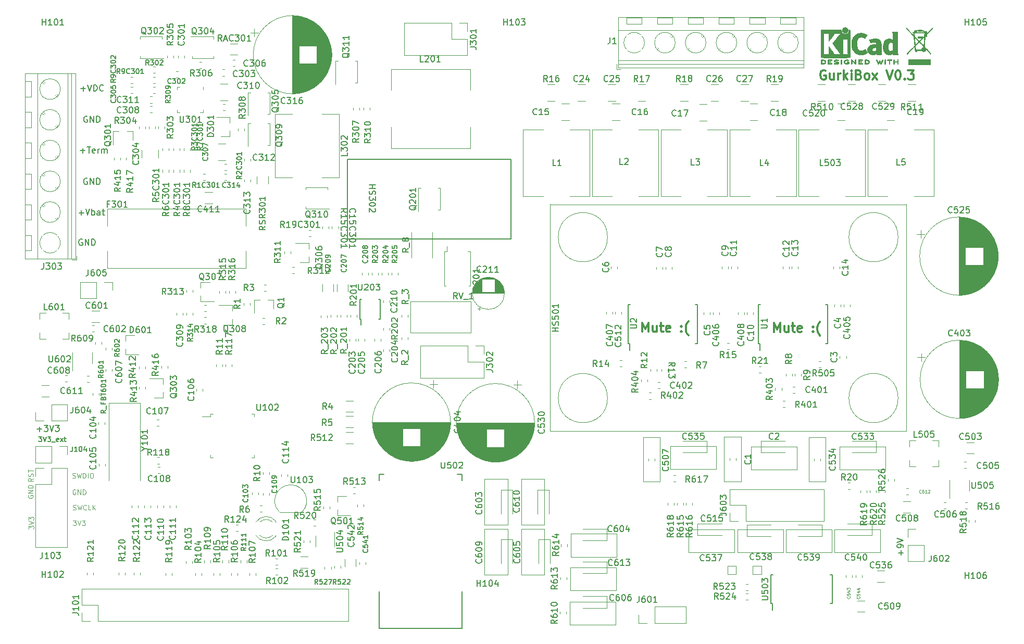
<source format=gbr>
G04 #@! TF.GenerationSoftware,KiCad,Pcbnew,(5.1.6)-1*
G04 #@! TF.CreationDate,2020-07-13T14:49:25+02:00*
G04 #@! TF.ProjectId,MukkeBox,4d756b6b-6542-46f7-982e-6b696361645f,rev?*
G04 #@! TF.SameCoordinates,Original*
G04 #@! TF.FileFunction,Legend,Top*
G04 #@! TF.FilePolarity,Positive*
%FSLAX46Y46*%
G04 Gerber Fmt 4.6, Leading zero omitted, Abs format (unit mm)*
G04 Created by KiCad (PCBNEW (5.1.6)-1) date 2020-07-13 14:49:25*
%MOMM*%
%LPD*%
G01*
G04 APERTURE LIST*
%ADD10C,0.150000*%
%ADD11C,0.300000*%
%ADD12C,0.100000*%
%ADD13C,0.010000*%
%ADD14C,0.120000*%
%ADD15C,0.125000*%
G04 APERTURE END LIST*
D10*
X193337428Y-119909714D02*
X193337428Y-119147809D01*
X193718380Y-119528761D02*
X192956476Y-119528761D01*
X193718380Y-118624000D02*
X193718380Y-118433523D01*
X193670761Y-118338285D01*
X193623142Y-118290666D01*
X193480285Y-118195428D01*
X193289809Y-118147809D01*
X192908857Y-118147809D01*
X192813619Y-118195428D01*
X192766000Y-118243047D01*
X192718380Y-118338285D01*
X192718380Y-118528761D01*
X192766000Y-118624000D01*
X192813619Y-118671619D01*
X192908857Y-118719238D01*
X193146952Y-118719238D01*
X193242190Y-118671619D01*
X193289809Y-118624000D01*
X193337428Y-118528761D01*
X193337428Y-118338285D01*
X193289809Y-118243047D01*
X193242190Y-118195428D01*
X193146952Y-118147809D01*
X192718380Y-117862095D02*
X193718380Y-117528761D01*
X192718380Y-117195428D01*
X60254095Y-68584000D02*
X60158857Y-68536380D01*
X60016000Y-68536380D01*
X59873142Y-68584000D01*
X59777904Y-68679238D01*
X59730285Y-68774476D01*
X59682666Y-68964952D01*
X59682666Y-69107809D01*
X59730285Y-69298285D01*
X59777904Y-69393523D01*
X59873142Y-69488761D01*
X60016000Y-69536380D01*
X60111238Y-69536380D01*
X60254095Y-69488761D01*
X60301714Y-69441142D01*
X60301714Y-69107809D01*
X60111238Y-69107809D01*
X60730285Y-69536380D02*
X60730285Y-68536380D01*
X61301714Y-69536380D01*
X61301714Y-68536380D01*
X61777904Y-69536380D02*
X61777904Y-68536380D01*
X62016000Y-68536380D01*
X62158857Y-68584000D01*
X62254095Y-68679238D01*
X62301714Y-68774476D01*
X62349333Y-68964952D01*
X62349333Y-69107809D01*
X62301714Y-69298285D01*
X62254095Y-69393523D01*
X62158857Y-69488761D01*
X62016000Y-69536380D01*
X61777904Y-69536380D01*
X59949333Y-54155428D02*
X60711238Y-54155428D01*
X60330285Y-54536380D02*
X60330285Y-53774476D01*
X61044571Y-53536380D02*
X61616000Y-53536380D01*
X61330285Y-54536380D02*
X61330285Y-53536380D01*
X62330285Y-54488761D02*
X62235047Y-54536380D01*
X62044571Y-54536380D01*
X61949333Y-54488761D01*
X61901714Y-54393523D01*
X61901714Y-54012571D01*
X61949333Y-53917333D01*
X62044571Y-53869714D01*
X62235047Y-53869714D01*
X62330285Y-53917333D01*
X62377904Y-54012571D01*
X62377904Y-54107809D01*
X61901714Y-54203047D01*
X62806476Y-54536380D02*
X62806476Y-53869714D01*
X62806476Y-54060190D02*
X62854095Y-53964952D01*
X62901714Y-53917333D01*
X62996952Y-53869714D01*
X63092190Y-53869714D01*
X63425523Y-54536380D02*
X63425523Y-53869714D01*
X63425523Y-53964952D02*
X63473142Y-53917333D01*
X63568380Y-53869714D01*
X63711238Y-53869714D01*
X63806476Y-53917333D01*
X63854095Y-54012571D01*
X63854095Y-54536380D01*
X63854095Y-54012571D02*
X63901714Y-53917333D01*
X63996952Y-53869714D01*
X64139809Y-53869714D01*
X64235047Y-53917333D01*
X64282666Y-54012571D01*
X64282666Y-54536380D01*
X61054095Y-58684000D02*
X60958857Y-58636380D01*
X60816000Y-58636380D01*
X60673142Y-58684000D01*
X60577904Y-58779238D01*
X60530285Y-58874476D01*
X60482666Y-59064952D01*
X60482666Y-59207809D01*
X60530285Y-59398285D01*
X60577904Y-59493523D01*
X60673142Y-59588761D01*
X60816000Y-59636380D01*
X60911238Y-59636380D01*
X61054095Y-59588761D01*
X61101714Y-59541142D01*
X61101714Y-59207809D01*
X60911238Y-59207809D01*
X61530285Y-59636380D02*
X61530285Y-58636380D01*
X62101714Y-59636380D01*
X62101714Y-58636380D01*
X62577904Y-59636380D02*
X62577904Y-58636380D01*
X62816000Y-58636380D01*
X62958857Y-58684000D01*
X63054095Y-58779238D01*
X63101714Y-58874476D01*
X63149333Y-59064952D01*
X63149333Y-59207809D01*
X63101714Y-59398285D01*
X63054095Y-59493523D01*
X62958857Y-59588761D01*
X62816000Y-59636380D01*
X62577904Y-59636380D01*
X59716000Y-64255428D02*
X60477904Y-64255428D01*
X60096952Y-64636380D02*
X60096952Y-63874476D01*
X60811238Y-63636380D02*
X61144571Y-64636380D01*
X61477904Y-63636380D01*
X61811238Y-64636380D02*
X61811238Y-63636380D01*
X61811238Y-64017333D02*
X61906476Y-63969714D01*
X62096952Y-63969714D01*
X62192190Y-64017333D01*
X62239809Y-64064952D01*
X62287428Y-64160190D01*
X62287428Y-64445904D01*
X62239809Y-64541142D01*
X62192190Y-64588761D01*
X62096952Y-64636380D01*
X61906476Y-64636380D01*
X61811238Y-64588761D01*
X63144571Y-64636380D02*
X63144571Y-64112571D01*
X63096952Y-64017333D01*
X63001714Y-63969714D01*
X62811238Y-63969714D01*
X62716000Y-64017333D01*
X63144571Y-64588761D02*
X63049333Y-64636380D01*
X62811238Y-64636380D01*
X62716000Y-64588761D01*
X62668380Y-64493523D01*
X62668380Y-64398285D01*
X62716000Y-64303047D01*
X62811238Y-64255428D01*
X63049333Y-64255428D01*
X63144571Y-64207809D01*
X63477904Y-63969714D02*
X63858857Y-63969714D01*
X63620761Y-63636380D02*
X63620761Y-64493523D01*
X63668380Y-64588761D01*
X63763619Y-64636380D01*
X63858857Y-64636380D01*
X52924095Y-99415428D02*
X53686000Y-99415428D01*
X53305047Y-99796380D02*
X53305047Y-99034476D01*
X54066952Y-98796380D02*
X54686000Y-98796380D01*
X54352666Y-99177333D01*
X54495523Y-99177333D01*
X54590761Y-99224952D01*
X54638380Y-99272571D01*
X54686000Y-99367809D01*
X54686000Y-99605904D01*
X54638380Y-99701142D01*
X54590761Y-99748761D01*
X54495523Y-99796380D01*
X54209809Y-99796380D01*
X54114571Y-99748761D01*
X54066952Y-99701142D01*
X54971714Y-98796380D02*
X55305047Y-99796380D01*
X55638380Y-98796380D01*
X55876476Y-98796380D02*
X56495523Y-98796380D01*
X56162190Y-99177333D01*
X56305047Y-99177333D01*
X56400285Y-99224952D01*
X56447904Y-99272571D01*
X56495523Y-99367809D01*
X56495523Y-99605904D01*
X56447904Y-99701142D01*
X56400285Y-99748761D01*
X56305047Y-99796380D01*
X56019333Y-99796380D01*
X55924095Y-99748761D01*
X55876476Y-99701142D01*
X61054095Y-48584000D02*
X60958857Y-48536380D01*
X60816000Y-48536380D01*
X60673142Y-48584000D01*
X60577904Y-48679238D01*
X60530285Y-48774476D01*
X60482666Y-48964952D01*
X60482666Y-49107809D01*
X60530285Y-49298285D01*
X60577904Y-49393523D01*
X60673142Y-49488761D01*
X60816000Y-49536380D01*
X60911238Y-49536380D01*
X61054095Y-49488761D01*
X61101714Y-49441142D01*
X61101714Y-49107809D01*
X60911238Y-49107809D01*
X61530285Y-49536380D02*
X61530285Y-48536380D01*
X62101714Y-49536380D01*
X62101714Y-48536380D01*
X62577904Y-49536380D02*
X62577904Y-48536380D01*
X62816000Y-48536380D01*
X62958857Y-48584000D01*
X63054095Y-48679238D01*
X63101714Y-48774476D01*
X63149333Y-48964952D01*
X63149333Y-49107809D01*
X63101714Y-49298285D01*
X63054095Y-49393523D01*
X62958857Y-49488761D01*
X62816000Y-49536380D01*
X62577904Y-49536380D01*
X60006476Y-44055428D02*
X60768380Y-44055428D01*
X60387428Y-44436380D02*
X60387428Y-43674476D01*
X61101714Y-43436380D02*
X61435047Y-44436380D01*
X61768380Y-43436380D01*
X62101714Y-44436380D02*
X62101714Y-43436380D01*
X62339809Y-43436380D01*
X62482666Y-43484000D01*
X62577904Y-43579238D01*
X62625523Y-43674476D01*
X62673142Y-43864952D01*
X62673142Y-44007809D01*
X62625523Y-44198285D01*
X62577904Y-44293523D01*
X62482666Y-44388761D01*
X62339809Y-44436380D01*
X62101714Y-44436380D01*
X63673142Y-44341142D02*
X63625523Y-44388761D01*
X63482666Y-44436380D01*
X63387428Y-44436380D01*
X63244571Y-44388761D01*
X63149333Y-44293523D01*
X63101714Y-44198285D01*
X63054095Y-44007809D01*
X63054095Y-43864952D01*
X63101714Y-43674476D01*
X63149333Y-43579238D01*
X63244571Y-43484000D01*
X63387428Y-43436380D01*
X63482666Y-43436380D01*
X63625523Y-43484000D01*
X63673142Y-43531619D01*
D11*
X151287428Y-83612571D02*
X151287428Y-82112571D01*
X151787428Y-83184000D01*
X152287428Y-82112571D01*
X152287428Y-83612571D01*
X153644571Y-82612571D02*
X153644571Y-83612571D01*
X153001714Y-82612571D02*
X153001714Y-83398285D01*
X153073142Y-83541142D01*
X153216000Y-83612571D01*
X153430285Y-83612571D01*
X153573142Y-83541142D01*
X153644571Y-83469714D01*
X154144571Y-82612571D02*
X154716000Y-82612571D01*
X154358857Y-82112571D02*
X154358857Y-83398285D01*
X154430285Y-83541142D01*
X154573142Y-83612571D01*
X154716000Y-83612571D01*
X155787428Y-83541142D02*
X155644571Y-83612571D01*
X155358857Y-83612571D01*
X155216000Y-83541142D01*
X155144571Y-83398285D01*
X155144571Y-82826857D01*
X155216000Y-82684000D01*
X155358857Y-82612571D01*
X155644571Y-82612571D01*
X155787428Y-82684000D01*
X155858857Y-82826857D01*
X155858857Y-82969714D01*
X155144571Y-83112571D01*
X157644571Y-83469714D02*
X157716000Y-83541142D01*
X157644571Y-83612571D01*
X157573142Y-83541142D01*
X157644571Y-83469714D01*
X157644571Y-83612571D01*
X157644571Y-82684000D02*
X157716000Y-82755428D01*
X157644571Y-82826857D01*
X157573142Y-82755428D01*
X157644571Y-82684000D01*
X157644571Y-82826857D01*
X158787428Y-84184000D02*
X158716000Y-84112571D01*
X158573142Y-83898285D01*
X158501714Y-83755428D01*
X158430285Y-83541142D01*
X158358857Y-83184000D01*
X158358857Y-82898285D01*
X158430285Y-82541142D01*
X158501714Y-82326857D01*
X158573142Y-82184000D01*
X158716000Y-81969714D01*
X158787428Y-81898285D01*
D10*
X53185523Y-100645904D02*
X53680761Y-100645904D01*
X53414095Y-100950666D01*
X53528380Y-100950666D01*
X53604571Y-100988761D01*
X53642666Y-101026857D01*
X53680761Y-101103047D01*
X53680761Y-101293523D01*
X53642666Y-101369714D01*
X53604571Y-101407809D01*
X53528380Y-101445904D01*
X53299809Y-101445904D01*
X53223619Y-101407809D01*
X53185523Y-101369714D01*
X53909333Y-100645904D02*
X54176000Y-101445904D01*
X54442666Y-100645904D01*
X54633142Y-100645904D02*
X55128380Y-100645904D01*
X54861714Y-100950666D01*
X54976000Y-100950666D01*
X55052190Y-100988761D01*
X55090285Y-101026857D01*
X55128380Y-101103047D01*
X55128380Y-101293523D01*
X55090285Y-101369714D01*
X55052190Y-101407809D01*
X54976000Y-101445904D01*
X54747428Y-101445904D01*
X54671238Y-101407809D01*
X54633142Y-101369714D01*
X55280761Y-101522095D02*
X55890285Y-101522095D01*
X56385523Y-101407809D02*
X56309333Y-101445904D01*
X56156952Y-101445904D01*
X56080761Y-101407809D01*
X56042666Y-101331619D01*
X56042666Y-101026857D01*
X56080761Y-100950666D01*
X56156952Y-100912571D01*
X56309333Y-100912571D01*
X56385523Y-100950666D01*
X56423619Y-101026857D01*
X56423619Y-101103047D01*
X56042666Y-101179238D01*
X56690285Y-101445904D02*
X57109333Y-100912571D01*
X56690285Y-100912571D02*
X57109333Y-101445904D01*
X57299809Y-100912571D02*
X57604571Y-100912571D01*
X57414095Y-100645904D02*
X57414095Y-101331619D01*
X57452190Y-101407809D01*
X57528380Y-101445904D01*
X57604571Y-101445904D01*
D12*
X58756476Y-112532809D02*
X58870761Y-112570904D01*
X59061238Y-112570904D01*
X59137428Y-112532809D01*
X59175523Y-112494714D01*
X59213619Y-112418523D01*
X59213619Y-112342333D01*
X59175523Y-112266142D01*
X59137428Y-112228047D01*
X59061238Y-112189952D01*
X58908857Y-112151857D01*
X58832666Y-112113761D01*
X58794571Y-112075666D01*
X58756476Y-111999476D01*
X58756476Y-111923285D01*
X58794571Y-111847095D01*
X58832666Y-111809000D01*
X58908857Y-111770904D01*
X59099333Y-111770904D01*
X59213619Y-111809000D01*
X59480285Y-111770904D02*
X59670761Y-112570904D01*
X59823142Y-111999476D01*
X59975523Y-112570904D01*
X60166000Y-111770904D01*
X60927904Y-112494714D02*
X60889809Y-112532809D01*
X60775523Y-112570904D01*
X60699333Y-112570904D01*
X60585047Y-112532809D01*
X60508857Y-112456619D01*
X60470761Y-112380428D01*
X60432666Y-112228047D01*
X60432666Y-112113761D01*
X60470761Y-111961380D01*
X60508857Y-111885190D01*
X60585047Y-111809000D01*
X60699333Y-111770904D01*
X60775523Y-111770904D01*
X60889809Y-111809000D01*
X60927904Y-111847095D01*
X61651714Y-112570904D02*
X61270761Y-112570904D01*
X61270761Y-111770904D01*
X61918380Y-112570904D02*
X61918380Y-111770904D01*
X62375523Y-112570904D02*
X62032666Y-112113761D01*
X62375523Y-111770904D02*
X61918380Y-112228047D01*
X59156476Y-109309000D02*
X59080285Y-109270904D01*
X58966000Y-109270904D01*
X58851714Y-109309000D01*
X58775523Y-109385190D01*
X58737428Y-109461380D01*
X58699333Y-109613761D01*
X58699333Y-109728047D01*
X58737428Y-109880428D01*
X58775523Y-109956619D01*
X58851714Y-110032809D01*
X58966000Y-110070904D01*
X59042190Y-110070904D01*
X59156476Y-110032809D01*
X59194571Y-109994714D01*
X59194571Y-109728047D01*
X59042190Y-109728047D01*
X59537428Y-110070904D02*
X59537428Y-109270904D01*
X59994571Y-110070904D01*
X59994571Y-109270904D01*
X60375523Y-110070904D02*
X60375523Y-109270904D01*
X60566000Y-109270904D01*
X60680285Y-109309000D01*
X60756476Y-109385190D01*
X60794571Y-109461380D01*
X60832666Y-109613761D01*
X60832666Y-109728047D01*
X60794571Y-109880428D01*
X60756476Y-109956619D01*
X60680285Y-110032809D01*
X60566000Y-110070904D01*
X60375523Y-110070904D01*
X58670761Y-107332809D02*
X58785047Y-107370904D01*
X58975523Y-107370904D01*
X59051714Y-107332809D01*
X59089809Y-107294714D01*
X59127904Y-107218523D01*
X59127904Y-107142333D01*
X59089809Y-107066142D01*
X59051714Y-107028047D01*
X58975523Y-106989952D01*
X58823142Y-106951857D01*
X58746952Y-106913761D01*
X58708857Y-106875666D01*
X58670761Y-106799476D01*
X58670761Y-106723285D01*
X58708857Y-106647095D01*
X58746952Y-106609000D01*
X58823142Y-106570904D01*
X59013619Y-106570904D01*
X59127904Y-106609000D01*
X59394571Y-106570904D02*
X59585047Y-107370904D01*
X59737428Y-106799476D01*
X59889809Y-107370904D01*
X60080285Y-106570904D01*
X60385047Y-107370904D02*
X60385047Y-106570904D01*
X60575523Y-106570904D01*
X60689809Y-106609000D01*
X60766000Y-106685190D01*
X60804095Y-106761380D01*
X60842190Y-106913761D01*
X60842190Y-107028047D01*
X60804095Y-107180428D01*
X60766000Y-107256619D01*
X60689809Y-107332809D01*
X60575523Y-107370904D01*
X60385047Y-107370904D01*
X61185047Y-107370904D02*
X61185047Y-106570904D01*
X61718380Y-106570904D02*
X61870761Y-106570904D01*
X61946952Y-106609000D01*
X62023142Y-106685190D01*
X62061238Y-106837571D01*
X62061238Y-107104238D01*
X62023142Y-107256619D01*
X61946952Y-107332809D01*
X61870761Y-107370904D01*
X61718380Y-107370904D01*
X61642190Y-107332809D01*
X61566000Y-107256619D01*
X61527904Y-107104238D01*
X61527904Y-106837571D01*
X61566000Y-106685190D01*
X61642190Y-106609000D01*
X61718380Y-106570904D01*
X58775523Y-114270904D02*
X59270761Y-114270904D01*
X59004095Y-114575666D01*
X59118380Y-114575666D01*
X59194571Y-114613761D01*
X59232666Y-114651857D01*
X59270761Y-114728047D01*
X59270761Y-114918523D01*
X59232666Y-114994714D01*
X59194571Y-115032809D01*
X59118380Y-115070904D01*
X58889809Y-115070904D01*
X58813619Y-115032809D01*
X58775523Y-114994714D01*
X59499333Y-114270904D02*
X59766000Y-115070904D01*
X60032666Y-114270904D01*
X60223142Y-114270904D02*
X60718380Y-114270904D01*
X60451714Y-114575666D01*
X60566000Y-114575666D01*
X60642190Y-114613761D01*
X60680285Y-114651857D01*
X60718380Y-114728047D01*
X60718380Y-114918523D01*
X60680285Y-114994714D01*
X60642190Y-115032809D01*
X60566000Y-115070904D01*
X60337428Y-115070904D01*
X60261238Y-115032809D01*
X60223142Y-114994714D01*
X51496000Y-110203523D02*
X51457904Y-110279714D01*
X51457904Y-110394000D01*
X51496000Y-110508285D01*
X51572190Y-110584476D01*
X51648380Y-110622571D01*
X51800761Y-110660666D01*
X51915047Y-110660666D01*
X52067428Y-110622571D01*
X52143619Y-110584476D01*
X52219809Y-110508285D01*
X52257904Y-110394000D01*
X52257904Y-110317809D01*
X52219809Y-110203523D01*
X52181714Y-110165428D01*
X51915047Y-110165428D01*
X51915047Y-110317809D01*
X52257904Y-109822571D02*
X51457904Y-109822571D01*
X52257904Y-109365428D01*
X51457904Y-109365428D01*
X52257904Y-108984476D02*
X51457904Y-108984476D01*
X51457904Y-108794000D01*
X51496000Y-108679714D01*
X51572190Y-108603523D01*
X51648380Y-108565428D01*
X51800761Y-108527333D01*
X51915047Y-108527333D01*
X52067428Y-108565428D01*
X52143619Y-108603523D01*
X52219809Y-108679714D01*
X52257904Y-108794000D01*
X52257904Y-108984476D01*
X51557904Y-115644476D02*
X51557904Y-115149238D01*
X51862666Y-115415904D01*
X51862666Y-115301619D01*
X51900761Y-115225428D01*
X51938857Y-115187333D01*
X52015047Y-115149238D01*
X52205523Y-115149238D01*
X52281714Y-115187333D01*
X52319809Y-115225428D01*
X52357904Y-115301619D01*
X52357904Y-115530190D01*
X52319809Y-115606380D01*
X52281714Y-115644476D01*
X51557904Y-114920666D02*
X52357904Y-114654000D01*
X51557904Y-114387333D01*
X51557904Y-114196857D02*
X51557904Y-113701619D01*
X51862666Y-113968285D01*
X51862666Y-113854000D01*
X51900761Y-113777809D01*
X51938857Y-113739714D01*
X52015047Y-113701619D01*
X52205523Y-113701619D01*
X52281714Y-113739714D01*
X52319809Y-113777809D01*
X52357904Y-113854000D01*
X52357904Y-114082571D01*
X52319809Y-114158761D01*
X52281714Y-114196857D01*
X52277904Y-107442095D02*
X51896952Y-107708761D01*
X52277904Y-107899238D02*
X51477904Y-107899238D01*
X51477904Y-107594476D01*
X51516000Y-107518285D01*
X51554095Y-107480190D01*
X51630285Y-107442095D01*
X51744571Y-107442095D01*
X51820761Y-107480190D01*
X51858857Y-107518285D01*
X51896952Y-107594476D01*
X51896952Y-107899238D01*
X52239809Y-107137333D02*
X52277904Y-107023047D01*
X52277904Y-106832571D01*
X52239809Y-106756380D01*
X52201714Y-106718285D01*
X52125523Y-106680190D01*
X52049333Y-106680190D01*
X51973142Y-106718285D01*
X51935047Y-106756380D01*
X51896952Y-106832571D01*
X51858857Y-106984952D01*
X51820761Y-107061142D01*
X51782666Y-107099238D01*
X51706476Y-107137333D01*
X51630285Y-107137333D01*
X51554095Y-107099238D01*
X51516000Y-107061142D01*
X51477904Y-106984952D01*
X51477904Y-106794476D01*
X51516000Y-106680190D01*
X51477904Y-106451619D02*
X51477904Y-105994476D01*
X52277904Y-106223047D02*
X51477904Y-106223047D01*
D11*
X172687428Y-83662571D02*
X172687428Y-82162571D01*
X173187428Y-83234000D01*
X173687428Y-82162571D01*
X173687428Y-83662571D01*
X175044571Y-82662571D02*
X175044571Y-83662571D01*
X174401714Y-82662571D02*
X174401714Y-83448285D01*
X174473142Y-83591142D01*
X174616000Y-83662571D01*
X174830285Y-83662571D01*
X174973142Y-83591142D01*
X175044571Y-83519714D01*
X175544571Y-82662571D02*
X176116000Y-82662571D01*
X175758857Y-82162571D02*
X175758857Y-83448285D01*
X175830285Y-83591142D01*
X175973142Y-83662571D01*
X176116000Y-83662571D01*
X177187428Y-83591142D02*
X177044571Y-83662571D01*
X176758857Y-83662571D01*
X176616000Y-83591142D01*
X176544571Y-83448285D01*
X176544571Y-82876857D01*
X176616000Y-82734000D01*
X176758857Y-82662571D01*
X177044571Y-82662571D01*
X177187428Y-82734000D01*
X177258857Y-82876857D01*
X177258857Y-83019714D01*
X176544571Y-83162571D01*
X179044571Y-83519714D02*
X179116000Y-83591142D01*
X179044571Y-83662571D01*
X178973142Y-83591142D01*
X179044571Y-83519714D01*
X179044571Y-83662571D01*
X179044571Y-82734000D02*
X179116000Y-82805428D01*
X179044571Y-82876857D01*
X178973142Y-82805428D01*
X179044571Y-82734000D01*
X179044571Y-82876857D01*
X180187428Y-84234000D02*
X180116000Y-84162571D01*
X179973142Y-83948285D01*
X179901714Y-83805428D01*
X179830285Y-83591142D01*
X179758857Y-83234000D01*
X179758857Y-82948285D01*
X179830285Y-82591142D01*
X179901714Y-82376857D01*
X179973142Y-82234000D01*
X180116000Y-82019714D01*
X180187428Y-81948285D01*
X181066000Y-41134000D02*
X180923142Y-41062571D01*
X180708857Y-41062571D01*
X180494571Y-41134000D01*
X180351714Y-41276857D01*
X180280285Y-41419714D01*
X180208857Y-41705428D01*
X180208857Y-41919714D01*
X180280285Y-42205428D01*
X180351714Y-42348285D01*
X180494571Y-42491142D01*
X180708857Y-42562571D01*
X180851714Y-42562571D01*
X181066000Y-42491142D01*
X181137428Y-42419714D01*
X181137428Y-41919714D01*
X180851714Y-41919714D01*
X182423142Y-41562571D02*
X182423142Y-42562571D01*
X181780285Y-41562571D02*
X181780285Y-42348285D01*
X181851714Y-42491142D01*
X181994571Y-42562571D01*
X182208857Y-42562571D01*
X182351714Y-42491142D01*
X182423142Y-42419714D01*
X183137428Y-42562571D02*
X183137428Y-41562571D01*
X183137428Y-41848285D02*
X183208857Y-41705428D01*
X183280285Y-41634000D01*
X183423142Y-41562571D01*
X183566000Y-41562571D01*
X184066000Y-42562571D02*
X184066000Y-41062571D01*
X184208857Y-41991142D02*
X184637428Y-42562571D01*
X184637428Y-41562571D02*
X184066000Y-42134000D01*
X185280285Y-42562571D02*
X185280285Y-41562571D01*
X185280285Y-41062571D02*
X185208857Y-41134000D01*
X185280285Y-41205428D01*
X185351714Y-41134000D01*
X185280285Y-41062571D01*
X185280285Y-41205428D01*
X186494571Y-41776857D02*
X186708857Y-41848285D01*
X186780285Y-41919714D01*
X186851714Y-42062571D01*
X186851714Y-42276857D01*
X186780285Y-42419714D01*
X186708857Y-42491142D01*
X186566000Y-42562571D01*
X185994571Y-42562571D01*
X185994571Y-41062571D01*
X186494571Y-41062571D01*
X186637428Y-41134000D01*
X186708857Y-41205428D01*
X186780285Y-41348285D01*
X186780285Y-41491142D01*
X186708857Y-41634000D01*
X186637428Y-41705428D01*
X186494571Y-41776857D01*
X185994571Y-41776857D01*
X187708857Y-42562571D02*
X187566000Y-42491142D01*
X187494571Y-42419714D01*
X187423142Y-42276857D01*
X187423142Y-41848285D01*
X187494571Y-41705428D01*
X187566000Y-41634000D01*
X187708857Y-41562571D01*
X187923142Y-41562571D01*
X188066000Y-41634000D01*
X188137428Y-41705428D01*
X188208857Y-41848285D01*
X188208857Y-42276857D01*
X188137428Y-42419714D01*
X188066000Y-42491142D01*
X187923142Y-42562571D01*
X187708857Y-42562571D01*
X188708857Y-42562571D02*
X189494571Y-41562571D01*
X188708857Y-41562571D02*
X189494571Y-42562571D01*
X190994571Y-41062571D02*
X191494571Y-42562571D01*
X191994571Y-41062571D01*
X192780285Y-41062571D02*
X192923142Y-41062571D01*
X193066000Y-41134000D01*
X193137428Y-41205428D01*
X193208857Y-41348285D01*
X193280285Y-41634000D01*
X193280285Y-41991142D01*
X193208857Y-42276857D01*
X193137428Y-42419714D01*
X193066000Y-42491142D01*
X192923142Y-42562571D01*
X192780285Y-42562571D01*
X192637428Y-42491142D01*
X192566000Y-42419714D01*
X192494571Y-42276857D01*
X192423142Y-41991142D01*
X192423142Y-41634000D01*
X192494571Y-41348285D01*
X192566000Y-41205428D01*
X192637428Y-41134000D01*
X192780285Y-41062571D01*
X193923142Y-42419714D02*
X193994571Y-42491142D01*
X193923142Y-42562571D01*
X193851714Y-42491142D01*
X193923142Y-42419714D01*
X193923142Y-42562571D01*
X194494571Y-41062571D02*
X195423142Y-41062571D01*
X194923142Y-41634000D01*
X195137428Y-41634000D01*
X195280285Y-41705428D01*
X195351714Y-41776857D01*
X195423142Y-41919714D01*
X195423142Y-42276857D01*
X195351714Y-42419714D01*
X195280285Y-42491142D01*
X195137428Y-42562571D01*
X194708857Y-42562571D01*
X194566000Y-42491142D01*
X194494571Y-42419714D01*
D13*
G36*
X198063822Y-40141822D02*
G01*
X194543029Y-40141822D01*
X194543029Y-39274198D01*
X198063822Y-39274198D01*
X198063822Y-40141822D01*
G37*
X198063822Y-40141822D02*
X194543029Y-40141822D01*
X194543029Y-39274198D01*
X198063822Y-39274198D01*
X198063822Y-40141822D01*
G36*
X198440430Y-34188848D02*
G01*
X198439811Y-34275931D01*
X197988086Y-34734891D01*
X197536361Y-35193852D01*
X197536032Y-35404471D01*
X197535703Y-35615089D01*
X197260610Y-35615089D01*
X197253522Y-35668530D01*
X197250838Y-35692888D01*
X197246313Y-35738759D01*
X197240191Y-35803405D01*
X197232712Y-35884091D01*
X197224119Y-35978081D01*
X197214654Y-36082637D01*
X197204558Y-36195025D01*
X197194074Y-36312507D01*
X197183444Y-36432348D01*
X197172909Y-36551811D01*
X197162713Y-36668159D01*
X197153095Y-36778657D01*
X197144300Y-36880569D01*
X197136568Y-36971158D01*
X197130142Y-37047687D01*
X197125263Y-37107421D01*
X197122175Y-37147624D01*
X197121117Y-37165559D01*
X197121118Y-37165644D01*
X197128827Y-37180035D01*
X197151981Y-37209748D01*
X197190895Y-37255131D01*
X197245884Y-37316529D01*
X197317264Y-37394288D01*
X197405349Y-37488754D01*
X197510454Y-37600272D01*
X197632895Y-37729188D01*
X197667310Y-37765287D01*
X198213137Y-38337416D01*
X198124881Y-38425436D01*
X198053485Y-38347758D01*
X198027366Y-38319686D01*
X197986566Y-38276274D01*
X197933777Y-38220366D01*
X197871691Y-38154808D01*
X197803000Y-38082441D01*
X197730396Y-38006112D01*
X197686960Y-37960524D01*
X197605416Y-37875119D01*
X197539504Y-37806710D01*
X197487544Y-37754053D01*
X197447855Y-37715905D01*
X197418757Y-37691020D01*
X197398569Y-37678156D01*
X197385610Y-37676068D01*
X197378200Y-37683513D01*
X197374658Y-37699246D01*
X197373303Y-37722023D01*
X197373121Y-37728239D01*
X197363703Y-37771061D01*
X197340497Y-37822819D01*
X197308136Y-37875328D01*
X197271252Y-37920403D01*
X197256493Y-37934328D01*
X197180767Y-37983047D01*
X197092308Y-38010306D01*
X197014100Y-38016773D01*
X196925468Y-38004576D01*
X196843612Y-37968813D01*
X196771164Y-37910722D01*
X196757797Y-37896262D01*
X196708918Y-37840733D01*
X195863326Y-37840733D01*
X195863326Y-38016773D01*
X195636990Y-38016773D01*
X195636990Y-37934531D01*
X195634150Y-37878386D01*
X195624607Y-37839416D01*
X195613009Y-37818219D01*
X195604723Y-37803052D01*
X195597627Y-37781062D01*
X195591252Y-37748987D01*
X195585128Y-37703569D01*
X195578784Y-37641548D01*
X195571750Y-37559662D01*
X195566934Y-37498746D01*
X195544839Y-37213343D01*
X195002435Y-37762805D01*
X194904363Y-37862228D01*
X194810216Y-37957815D01*
X194721715Y-38047810D01*
X194640580Y-38130457D01*
X194568531Y-38204001D01*
X194507288Y-38266684D01*
X194458573Y-38316752D01*
X194424104Y-38352448D01*
X194405621Y-38371995D01*
X194375257Y-38402944D01*
X194349929Y-38424530D01*
X194336305Y-38431723D01*
X194318905Y-38423297D01*
X194293540Y-38402245D01*
X194284942Y-38393671D01*
X194248486Y-38355620D01*
X194449198Y-38151658D01*
X194500404Y-38099699D01*
X194566431Y-38032820D01*
X194644382Y-37953950D01*
X194731362Y-37866014D01*
X194824474Y-37771941D01*
X194920821Y-37674658D01*
X195017508Y-37577093D01*
X195086866Y-37507145D01*
X195192297Y-37400550D01*
X195280871Y-37310307D01*
X195353719Y-37235192D01*
X195411977Y-37173986D01*
X195456775Y-37125466D01*
X195478979Y-37100129D01*
X195657276Y-37100129D01*
X195679599Y-37385555D01*
X195686331Y-37469219D01*
X195692843Y-37545727D01*
X195698766Y-37611081D01*
X195703732Y-37661281D01*
X195707371Y-37692329D01*
X195708542Y-37699273D01*
X195715162Y-37727565D01*
X196664636Y-37727565D01*
X196670974Y-37648606D01*
X196690110Y-37555315D01*
X196730154Y-37472791D01*
X196788582Y-37404038D01*
X196862871Y-37352063D01*
X196946252Y-37320863D01*
X196973302Y-37306228D01*
X196986844Y-37274819D01*
X196987128Y-37273434D01*
X196988753Y-37260174D01*
X196986744Y-37246595D01*
X196979142Y-37230181D01*
X196963984Y-37208411D01*
X196939312Y-37178767D01*
X196903164Y-37138732D01*
X196853580Y-37085785D01*
X196788599Y-37017409D01*
X196784401Y-37013005D01*
X196714507Y-36939611D01*
X196640200Y-36861437D01*
X196566586Y-36783864D01*
X196498771Y-36712275D01*
X196441860Y-36652051D01*
X196429168Y-36638587D01*
X196380513Y-36587820D01*
X196337291Y-36544375D01*
X196302605Y-36511241D01*
X196279556Y-36491405D01*
X196271818Y-36487046D01*
X196260278Y-36496170D01*
X196233290Y-36521200D01*
X196192979Y-36560052D01*
X196141471Y-36610643D01*
X196080891Y-36670888D01*
X196013364Y-36738704D01*
X195958174Y-36794565D01*
X195657276Y-37100129D01*
X195478979Y-37100129D01*
X195489249Y-37088411D01*
X195510529Y-37061599D01*
X195521749Y-37043808D01*
X195524246Y-37035570D01*
X195523300Y-37017590D01*
X195520427Y-36976892D01*
X195515813Y-36915819D01*
X195509642Y-36836713D01*
X195502102Y-36741914D01*
X195493379Y-36633767D01*
X195483657Y-36514612D01*
X195473124Y-36386791D01*
X195464635Y-36284635D01*
X195416604Y-35708674D01*
X195540195Y-35708674D01*
X195540727Y-35721104D01*
X195543231Y-35756110D01*
X195547504Y-35811215D01*
X195553347Y-35883943D01*
X195560557Y-35971814D01*
X195568934Y-36072351D01*
X195578277Y-36183077D01*
X195587242Y-36288205D01*
X195597398Y-36407483D01*
X195606858Y-36520080D01*
X195615404Y-36623305D01*
X195622821Y-36714473D01*
X195628892Y-36790895D01*
X195633399Y-36849883D01*
X195636127Y-36888749D01*
X195636884Y-36903844D01*
X195638065Y-36913238D01*
X195642744Y-36916966D01*
X195652724Y-36913471D01*
X195669810Y-36901199D01*
X195695804Y-36878594D01*
X195732510Y-36844100D01*
X195781733Y-36796162D01*
X195845274Y-36733224D01*
X195912695Y-36665968D01*
X196188399Y-36390477D01*
X196186467Y-36388406D01*
X196368710Y-36388406D01*
X196377016Y-36399780D01*
X196400267Y-36426563D01*
X196436135Y-36466292D01*
X196482287Y-36516507D01*
X196536394Y-36574746D01*
X196596126Y-36638547D01*
X196659152Y-36705449D01*
X196723142Y-36772990D01*
X196785764Y-36838710D01*
X196844690Y-36900146D01*
X196897588Y-36954837D01*
X196942128Y-37000322D01*
X196975980Y-37034138D01*
X196996812Y-37053826D01*
X197002494Y-37057837D01*
X197004366Y-37044891D01*
X197008254Y-37009134D01*
X197013943Y-36952804D01*
X197021219Y-36878140D01*
X197029869Y-36787380D01*
X197039678Y-36682762D01*
X197050434Y-36566526D01*
X197061921Y-36440908D01*
X197071093Y-36339618D01*
X197082826Y-36208279D01*
X197093665Y-36084552D01*
X197103430Y-35970681D01*
X197111937Y-35868911D01*
X197119005Y-35781487D01*
X197124451Y-35710653D01*
X197128092Y-35658653D01*
X197129747Y-35627732D01*
X197129558Y-35619703D01*
X197119666Y-35626854D01*
X197094476Y-35649841D01*
X197056190Y-35686439D01*
X197007011Y-35734422D01*
X196949139Y-35791566D01*
X196884778Y-35855647D01*
X196816129Y-35924438D01*
X196745395Y-35995716D01*
X196674778Y-36067255D01*
X196606480Y-36136830D01*
X196542704Y-36202217D01*
X196485650Y-36261191D01*
X196437522Y-36311527D01*
X196400522Y-36350999D01*
X196376852Y-36377383D01*
X196368710Y-36388406D01*
X196186467Y-36388406D01*
X196085591Y-36280295D01*
X196033232Y-36224377D01*
X195974465Y-36161948D01*
X195911615Y-36095443D01*
X195847005Y-36027298D01*
X195782958Y-35959948D01*
X195721797Y-35895828D01*
X195665847Y-35837372D01*
X195617430Y-35787018D01*
X195578870Y-35747198D01*
X195552491Y-35720350D01*
X195540616Y-35708908D01*
X195540195Y-35708674D01*
X195416604Y-35708674D01*
X195404599Y-35564726D01*
X194804062Y-34933158D01*
X194203525Y-34301589D01*
X194203966Y-34213315D01*
X194204408Y-34125040D01*
X194301417Y-34228666D01*
X194355709Y-34286463D01*
X194419808Y-34354368D01*
X194491984Y-34430572D01*
X194570508Y-34513269D01*
X194653651Y-34600653D01*
X194739681Y-34690915D01*
X194826870Y-34782250D01*
X194913487Y-34872849D01*
X194997803Y-34960907D01*
X195078088Y-35044615D01*
X195152613Y-35122167D01*
X195219646Y-35191757D01*
X195277459Y-35251576D01*
X195324321Y-35299818D01*
X195358504Y-35334676D01*
X195378276Y-35354343D01*
X195382610Y-35358116D01*
X195382908Y-35344992D01*
X195381269Y-35311389D01*
X195377977Y-35261880D01*
X195373318Y-35201037D01*
X195371318Y-35176732D01*
X195356423Y-34998951D01*
X195473045Y-34998951D01*
X195479066Y-35027243D01*
X195482137Y-35049618D01*
X195486452Y-35091717D01*
X195491512Y-35148178D01*
X195496819Y-35213635D01*
X195498656Y-35237862D01*
X195504073Y-35307421D01*
X195509541Y-35372018D01*
X195514512Y-35425548D01*
X195518439Y-35461910D01*
X195519325Y-35468509D01*
X195522666Y-35482056D01*
X195529899Y-35497914D01*
X195542560Y-35517861D01*
X195562189Y-35543673D01*
X195590322Y-35577129D01*
X195628498Y-35620007D01*
X195678254Y-35674083D01*
X195741129Y-35741136D01*
X195818659Y-35822943D01*
X195897749Y-35905950D01*
X195976436Y-35988094D01*
X196049888Y-36064169D01*
X196116276Y-36132325D01*
X196173773Y-36190712D01*
X196220549Y-36237481D01*
X196254776Y-36270782D01*
X196274627Y-36288767D01*
X196278860Y-36291442D01*
X196289997Y-36281741D01*
X196316029Y-36256441D01*
X196354430Y-36218082D01*
X196402672Y-36169200D01*
X196458230Y-36112334D01*
X196498408Y-36070906D01*
X196708169Y-35854000D01*
X196089663Y-35854000D01*
X196089663Y-35615089D01*
X196844119Y-35615089D01*
X196844119Y-35721542D01*
X196982435Y-35583654D01*
X197080553Y-35485840D01*
X197271643Y-35485840D01*
X197273471Y-35501270D01*
X197282723Y-35509867D01*
X197305050Y-35513613D01*
X197346105Y-35514489D01*
X197353376Y-35514495D01*
X197435109Y-35514495D01*
X197435109Y-35295172D01*
X197353376Y-35376179D01*
X197307270Y-35425428D01*
X197279694Y-35463159D01*
X197271643Y-35485840D01*
X197080553Y-35485840D01*
X197120752Y-35445766D01*
X197120752Y-35322952D01*
X197121137Y-35266450D01*
X197122900Y-35230505D01*
X197126950Y-35210530D01*
X197134199Y-35201937D01*
X197145130Y-35200139D01*
X197157288Y-35197498D01*
X197166273Y-35186912D01*
X197173174Y-35164381D01*
X197179076Y-35125909D01*
X197185065Y-35067498D01*
X197186987Y-35046104D01*
X197191148Y-34998951D01*
X195473045Y-34998951D01*
X195356423Y-34998951D01*
X195196891Y-34998951D01*
X195196891Y-34885782D01*
X195264686Y-34885782D01*
X195304338Y-34884696D01*
X195325884Y-34879454D01*
X195328520Y-34876334D01*
X195467384Y-34876334D01*
X195474692Y-34883462D01*
X195500007Y-34885662D01*
X195517092Y-34885782D01*
X195574119Y-34885782D01*
X195786779Y-34885782D01*
X197201302Y-34885782D01*
X197153458Y-34836786D01*
X197079150Y-34776324D01*
X196987184Y-34729691D01*
X196876002Y-34696249D01*
X196765529Y-34677753D01*
X196693227Y-34669122D01*
X196693227Y-34760040D01*
X196114812Y-34760040D01*
X196114812Y-34656893D01*
X196029935Y-34665496D01*
X195970632Y-34672756D01*
X195907449Y-34682379D01*
X195869614Y-34689252D01*
X195794168Y-34704407D01*
X195790474Y-34795095D01*
X195786779Y-34885782D01*
X195574119Y-34885782D01*
X195574119Y-34835485D01*
X195572456Y-34803976D01*
X195568303Y-34786463D01*
X195566629Y-34785188D01*
X195548013Y-34793254D01*
X195520817Y-34812820D01*
X195493552Y-34836944D01*
X195474733Y-34858682D01*
X195473057Y-34861508D01*
X195467384Y-34876334D01*
X195328520Y-34876334D01*
X195336338Y-34867081D01*
X195340558Y-34853604D01*
X195357781Y-34818627D01*
X195390862Y-34776579D01*
X195434107Y-34733356D01*
X195481826Y-34694854D01*
X195513170Y-34674801D01*
X195548877Y-34652851D01*
X195567181Y-34634411D01*
X195573612Y-34612668D01*
X195574106Y-34599718D01*
X195574106Y-34596575D01*
X196215406Y-34596575D01*
X196215406Y-34659446D01*
X196592633Y-34659446D01*
X196592633Y-34596575D01*
X196215406Y-34596575D01*
X195574106Y-34596575D01*
X195574119Y-34558852D01*
X195679952Y-34558852D01*
X195728645Y-34560029D01*
X195766595Y-34563165D01*
X195787692Y-34567671D01*
X195789977Y-34569495D01*
X195803359Y-34572295D01*
X195835926Y-34571148D01*
X195882084Y-34566393D01*
X195913624Y-34562003D01*
X195970812Y-34553378D01*
X196023114Y-34545591D01*
X196062418Y-34539847D01*
X196073945Y-34538215D01*
X196104063Y-34528888D01*
X196114812Y-34514272D01*
X196118080Y-34508320D01*
X196129770Y-34503778D01*
X196152712Y-34500470D01*
X196189735Y-34498215D01*
X196243668Y-34496834D01*
X196317340Y-34496150D01*
X196404020Y-34495980D01*
X196496529Y-34496077D01*
X196566906Y-34496530D01*
X196618164Y-34497590D01*
X196653320Y-34499503D01*
X196675389Y-34502519D01*
X196687385Y-34506885D01*
X196692324Y-34512849D01*
X196693227Y-34519784D01*
X196700921Y-34541795D01*
X196726121Y-34554321D01*
X196772009Y-34558788D01*
X196780264Y-34558852D01*
X196857973Y-34566868D01*
X196946233Y-34588936D01*
X197037085Y-34622084D01*
X197122570Y-34663339D01*
X197194726Y-34709731D01*
X197204072Y-34717082D01*
X197234533Y-34740998D01*
X197252572Y-34750576D01*
X197265169Y-34747480D01*
X197278100Y-34734704D01*
X197316293Y-34709678D01*
X197365998Y-34700071D01*
X197419524Y-34705067D01*
X197469178Y-34723851D01*
X197507267Y-34755606D01*
X197510025Y-34759297D01*
X197538526Y-34818575D01*
X197543828Y-34879934D01*
X197526518Y-34938427D01*
X197487180Y-34989104D01*
X197482370Y-34993289D01*
X197454440Y-35013167D01*
X197426102Y-35021921D01*
X197386263Y-35022553D01*
X197376311Y-35021992D01*
X197337332Y-35020562D01*
X197317254Y-35023839D01*
X197309985Y-35033728D01*
X197309240Y-35042961D01*
X197307716Y-35069744D01*
X197303935Y-35110025D01*
X197301218Y-35134124D01*
X197297277Y-35172401D01*
X197298916Y-35191996D01*
X197308421Y-35199158D01*
X197325351Y-35200139D01*
X197335392Y-35196901D01*
X197351590Y-35186420D01*
X197375145Y-35167548D01*
X197407257Y-35139135D01*
X197449128Y-35100035D01*
X197501957Y-35049097D01*
X197566945Y-34985173D01*
X197645291Y-34907114D01*
X197738197Y-34813772D01*
X197846863Y-34703998D01*
X197899231Y-34650952D01*
X198441049Y-34101767D01*
X198440430Y-34188848D01*
G37*
X198440430Y-34188848D02*
X198439811Y-34275931D01*
X197988086Y-34734891D01*
X197536361Y-35193852D01*
X197536032Y-35404471D01*
X197535703Y-35615089D01*
X197260610Y-35615089D01*
X197253522Y-35668530D01*
X197250838Y-35692888D01*
X197246313Y-35738759D01*
X197240191Y-35803405D01*
X197232712Y-35884091D01*
X197224119Y-35978081D01*
X197214654Y-36082637D01*
X197204558Y-36195025D01*
X197194074Y-36312507D01*
X197183444Y-36432348D01*
X197172909Y-36551811D01*
X197162713Y-36668159D01*
X197153095Y-36778657D01*
X197144300Y-36880569D01*
X197136568Y-36971158D01*
X197130142Y-37047687D01*
X197125263Y-37107421D01*
X197122175Y-37147624D01*
X197121117Y-37165559D01*
X197121118Y-37165644D01*
X197128827Y-37180035D01*
X197151981Y-37209748D01*
X197190895Y-37255131D01*
X197245884Y-37316529D01*
X197317264Y-37394288D01*
X197405349Y-37488754D01*
X197510454Y-37600272D01*
X197632895Y-37729188D01*
X197667310Y-37765287D01*
X198213137Y-38337416D01*
X198124881Y-38425436D01*
X198053485Y-38347758D01*
X198027366Y-38319686D01*
X197986566Y-38276274D01*
X197933777Y-38220366D01*
X197871691Y-38154808D01*
X197803000Y-38082441D01*
X197730396Y-38006112D01*
X197686960Y-37960524D01*
X197605416Y-37875119D01*
X197539504Y-37806710D01*
X197487544Y-37754053D01*
X197447855Y-37715905D01*
X197418757Y-37691020D01*
X197398569Y-37678156D01*
X197385610Y-37676068D01*
X197378200Y-37683513D01*
X197374658Y-37699246D01*
X197373303Y-37722023D01*
X197373121Y-37728239D01*
X197363703Y-37771061D01*
X197340497Y-37822819D01*
X197308136Y-37875328D01*
X197271252Y-37920403D01*
X197256493Y-37934328D01*
X197180767Y-37983047D01*
X197092308Y-38010306D01*
X197014100Y-38016773D01*
X196925468Y-38004576D01*
X196843612Y-37968813D01*
X196771164Y-37910722D01*
X196757797Y-37896262D01*
X196708918Y-37840733D01*
X195863326Y-37840733D01*
X195863326Y-38016773D01*
X195636990Y-38016773D01*
X195636990Y-37934531D01*
X195634150Y-37878386D01*
X195624607Y-37839416D01*
X195613009Y-37818219D01*
X195604723Y-37803052D01*
X195597627Y-37781062D01*
X195591252Y-37748987D01*
X195585128Y-37703569D01*
X195578784Y-37641548D01*
X195571750Y-37559662D01*
X195566934Y-37498746D01*
X195544839Y-37213343D01*
X195002435Y-37762805D01*
X194904363Y-37862228D01*
X194810216Y-37957815D01*
X194721715Y-38047810D01*
X194640580Y-38130457D01*
X194568531Y-38204001D01*
X194507288Y-38266684D01*
X194458573Y-38316752D01*
X194424104Y-38352448D01*
X194405621Y-38371995D01*
X194375257Y-38402944D01*
X194349929Y-38424530D01*
X194336305Y-38431723D01*
X194318905Y-38423297D01*
X194293540Y-38402245D01*
X194284942Y-38393671D01*
X194248486Y-38355620D01*
X194449198Y-38151658D01*
X194500404Y-38099699D01*
X194566431Y-38032820D01*
X194644382Y-37953950D01*
X194731362Y-37866014D01*
X194824474Y-37771941D01*
X194920821Y-37674658D01*
X195017508Y-37577093D01*
X195086866Y-37507145D01*
X195192297Y-37400550D01*
X195280871Y-37310307D01*
X195353719Y-37235192D01*
X195411977Y-37173986D01*
X195456775Y-37125466D01*
X195478979Y-37100129D01*
X195657276Y-37100129D01*
X195679599Y-37385555D01*
X195686331Y-37469219D01*
X195692843Y-37545727D01*
X195698766Y-37611081D01*
X195703732Y-37661281D01*
X195707371Y-37692329D01*
X195708542Y-37699273D01*
X195715162Y-37727565D01*
X196664636Y-37727565D01*
X196670974Y-37648606D01*
X196690110Y-37555315D01*
X196730154Y-37472791D01*
X196788582Y-37404038D01*
X196862871Y-37352063D01*
X196946252Y-37320863D01*
X196973302Y-37306228D01*
X196986844Y-37274819D01*
X196987128Y-37273434D01*
X196988753Y-37260174D01*
X196986744Y-37246595D01*
X196979142Y-37230181D01*
X196963984Y-37208411D01*
X196939312Y-37178767D01*
X196903164Y-37138732D01*
X196853580Y-37085785D01*
X196788599Y-37017409D01*
X196784401Y-37013005D01*
X196714507Y-36939611D01*
X196640200Y-36861437D01*
X196566586Y-36783864D01*
X196498771Y-36712275D01*
X196441860Y-36652051D01*
X196429168Y-36638587D01*
X196380513Y-36587820D01*
X196337291Y-36544375D01*
X196302605Y-36511241D01*
X196279556Y-36491405D01*
X196271818Y-36487046D01*
X196260278Y-36496170D01*
X196233290Y-36521200D01*
X196192979Y-36560052D01*
X196141471Y-36610643D01*
X196080891Y-36670888D01*
X196013364Y-36738704D01*
X195958174Y-36794565D01*
X195657276Y-37100129D01*
X195478979Y-37100129D01*
X195489249Y-37088411D01*
X195510529Y-37061599D01*
X195521749Y-37043808D01*
X195524246Y-37035570D01*
X195523300Y-37017590D01*
X195520427Y-36976892D01*
X195515813Y-36915819D01*
X195509642Y-36836713D01*
X195502102Y-36741914D01*
X195493379Y-36633767D01*
X195483657Y-36514612D01*
X195473124Y-36386791D01*
X195464635Y-36284635D01*
X195416604Y-35708674D01*
X195540195Y-35708674D01*
X195540727Y-35721104D01*
X195543231Y-35756110D01*
X195547504Y-35811215D01*
X195553347Y-35883943D01*
X195560557Y-35971814D01*
X195568934Y-36072351D01*
X195578277Y-36183077D01*
X195587242Y-36288205D01*
X195597398Y-36407483D01*
X195606858Y-36520080D01*
X195615404Y-36623305D01*
X195622821Y-36714473D01*
X195628892Y-36790895D01*
X195633399Y-36849883D01*
X195636127Y-36888749D01*
X195636884Y-36903844D01*
X195638065Y-36913238D01*
X195642744Y-36916966D01*
X195652724Y-36913471D01*
X195669810Y-36901199D01*
X195695804Y-36878594D01*
X195732510Y-36844100D01*
X195781733Y-36796162D01*
X195845274Y-36733224D01*
X195912695Y-36665968D01*
X196188399Y-36390477D01*
X196186467Y-36388406D01*
X196368710Y-36388406D01*
X196377016Y-36399780D01*
X196400267Y-36426563D01*
X196436135Y-36466292D01*
X196482287Y-36516507D01*
X196536394Y-36574746D01*
X196596126Y-36638547D01*
X196659152Y-36705449D01*
X196723142Y-36772990D01*
X196785764Y-36838710D01*
X196844690Y-36900146D01*
X196897588Y-36954837D01*
X196942128Y-37000322D01*
X196975980Y-37034138D01*
X196996812Y-37053826D01*
X197002494Y-37057837D01*
X197004366Y-37044891D01*
X197008254Y-37009134D01*
X197013943Y-36952804D01*
X197021219Y-36878140D01*
X197029869Y-36787380D01*
X197039678Y-36682762D01*
X197050434Y-36566526D01*
X197061921Y-36440908D01*
X197071093Y-36339618D01*
X197082826Y-36208279D01*
X197093665Y-36084552D01*
X197103430Y-35970681D01*
X197111937Y-35868911D01*
X197119005Y-35781487D01*
X197124451Y-35710653D01*
X197128092Y-35658653D01*
X197129747Y-35627732D01*
X197129558Y-35619703D01*
X197119666Y-35626854D01*
X197094476Y-35649841D01*
X197056190Y-35686439D01*
X197007011Y-35734422D01*
X196949139Y-35791566D01*
X196884778Y-35855647D01*
X196816129Y-35924438D01*
X196745395Y-35995716D01*
X196674778Y-36067255D01*
X196606480Y-36136830D01*
X196542704Y-36202217D01*
X196485650Y-36261191D01*
X196437522Y-36311527D01*
X196400522Y-36350999D01*
X196376852Y-36377383D01*
X196368710Y-36388406D01*
X196186467Y-36388406D01*
X196085591Y-36280295D01*
X196033232Y-36224377D01*
X195974465Y-36161948D01*
X195911615Y-36095443D01*
X195847005Y-36027298D01*
X195782958Y-35959948D01*
X195721797Y-35895828D01*
X195665847Y-35837372D01*
X195617430Y-35787018D01*
X195578870Y-35747198D01*
X195552491Y-35720350D01*
X195540616Y-35708908D01*
X195540195Y-35708674D01*
X195416604Y-35708674D01*
X195404599Y-35564726D01*
X194804062Y-34933158D01*
X194203525Y-34301589D01*
X194203966Y-34213315D01*
X194204408Y-34125040D01*
X194301417Y-34228666D01*
X194355709Y-34286463D01*
X194419808Y-34354368D01*
X194491984Y-34430572D01*
X194570508Y-34513269D01*
X194653651Y-34600653D01*
X194739681Y-34690915D01*
X194826870Y-34782250D01*
X194913487Y-34872849D01*
X194997803Y-34960907D01*
X195078088Y-35044615D01*
X195152613Y-35122167D01*
X195219646Y-35191757D01*
X195277459Y-35251576D01*
X195324321Y-35299818D01*
X195358504Y-35334676D01*
X195378276Y-35354343D01*
X195382610Y-35358116D01*
X195382908Y-35344992D01*
X195381269Y-35311389D01*
X195377977Y-35261880D01*
X195373318Y-35201037D01*
X195371318Y-35176732D01*
X195356423Y-34998951D01*
X195473045Y-34998951D01*
X195479066Y-35027243D01*
X195482137Y-35049618D01*
X195486452Y-35091717D01*
X195491512Y-35148178D01*
X195496819Y-35213635D01*
X195498656Y-35237862D01*
X195504073Y-35307421D01*
X195509541Y-35372018D01*
X195514512Y-35425548D01*
X195518439Y-35461910D01*
X195519325Y-35468509D01*
X195522666Y-35482056D01*
X195529899Y-35497914D01*
X195542560Y-35517861D01*
X195562189Y-35543673D01*
X195590322Y-35577129D01*
X195628498Y-35620007D01*
X195678254Y-35674083D01*
X195741129Y-35741136D01*
X195818659Y-35822943D01*
X195897749Y-35905950D01*
X195976436Y-35988094D01*
X196049888Y-36064169D01*
X196116276Y-36132325D01*
X196173773Y-36190712D01*
X196220549Y-36237481D01*
X196254776Y-36270782D01*
X196274627Y-36288767D01*
X196278860Y-36291442D01*
X196289997Y-36281741D01*
X196316029Y-36256441D01*
X196354430Y-36218082D01*
X196402672Y-36169200D01*
X196458230Y-36112334D01*
X196498408Y-36070906D01*
X196708169Y-35854000D01*
X196089663Y-35854000D01*
X196089663Y-35615089D01*
X196844119Y-35615089D01*
X196844119Y-35721542D01*
X196982435Y-35583654D01*
X197080553Y-35485840D01*
X197271643Y-35485840D01*
X197273471Y-35501270D01*
X197282723Y-35509867D01*
X197305050Y-35513613D01*
X197346105Y-35514489D01*
X197353376Y-35514495D01*
X197435109Y-35514495D01*
X197435109Y-35295172D01*
X197353376Y-35376179D01*
X197307270Y-35425428D01*
X197279694Y-35463159D01*
X197271643Y-35485840D01*
X197080553Y-35485840D01*
X197120752Y-35445766D01*
X197120752Y-35322952D01*
X197121137Y-35266450D01*
X197122900Y-35230505D01*
X197126950Y-35210530D01*
X197134199Y-35201937D01*
X197145130Y-35200139D01*
X197157288Y-35197498D01*
X197166273Y-35186912D01*
X197173174Y-35164381D01*
X197179076Y-35125909D01*
X197185065Y-35067498D01*
X197186987Y-35046104D01*
X197191148Y-34998951D01*
X195473045Y-34998951D01*
X195356423Y-34998951D01*
X195196891Y-34998951D01*
X195196891Y-34885782D01*
X195264686Y-34885782D01*
X195304338Y-34884696D01*
X195325884Y-34879454D01*
X195328520Y-34876334D01*
X195467384Y-34876334D01*
X195474692Y-34883462D01*
X195500007Y-34885662D01*
X195517092Y-34885782D01*
X195574119Y-34885782D01*
X195786779Y-34885782D01*
X197201302Y-34885782D01*
X197153458Y-34836786D01*
X197079150Y-34776324D01*
X196987184Y-34729691D01*
X196876002Y-34696249D01*
X196765529Y-34677753D01*
X196693227Y-34669122D01*
X196693227Y-34760040D01*
X196114812Y-34760040D01*
X196114812Y-34656893D01*
X196029935Y-34665496D01*
X195970632Y-34672756D01*
X195907449Y-34682379D01*
X195869614Y-34689252D01*
X195794168Y-34704407D01*
X195790474Y-34795095D01*
X195786779Y-34885782D01*
X195574119Y-34885782D01*
X195574119Y-34835485D01*
X195572456Y-34803976D01*
X195568303Y-34786463D01*
X195566629Y-34785188D01*
X195548013Y-34793254D01*
X195520817Y-34812820D01*
X195493552Y-34836944D01*
X195474733Y-34858682D01*
X195473057Y-34861508D01*
X195467384Y-34876334D01*
X195328520Y-34876334D01*
X195336338Y-34867081D01*
X195340558Y-34853604D01*
X195357781Y-34818627D01*
X195390862Y-34776579D01*
X195434107Y-34733356D01*
X195481826Y-34694854D01*
X195513170Y-34674801D01*
X195548877Y-34652851D01*
X195567181Y-34634411D01*
X195573612Y-34612668D01*
X195574106Y-34599718D01*
X195574106Y-34596575D01*
X196215406Y-34596575D01*
X196215406Y-34659446D01*
X196592633Y-34659446D01*
X196592633Y-34596575D01*
X196215406Y-34596575D01*
X195574106Y-34596575D01*
X195574119Y-34558852D01*
X195679952Y-34558852D01*
X195728645Y-34560029D01*
X195766595Y-34563165D01*
X195787692Y-34567671D01*
X195789977Y-34569495D01*
X195803359Y-34572295D01*
X195835926Y-34571148D01*
X195882084Y-34566393D01*
X195913624Y-34562003D01*
X195970812Y-34553378D01*
X196023114Y-34545591D01*
X196062418Y-34539847D01*
X196073945Y-34538215D01*
X196104063Y-34528888D01*
X196114812Y-34514272D01*
X196118080Y-34508320D01*
X196129770Y-34503778D01*
X196152712Y-34500470D01*
X196189735Y-34498215D01*
X196243668Y-34496834D01*
X196317340Y-34496150D01*
X196404020Y-34495980D01*
X196496529Y-34496077D01*
X196566906Y-34496530D01*
X196618164Y-34497590D01*
X196653320Y-34499503D01*
X196675389Y-34502519D01*
X196687385Y-34506885D01*
X196692324Y-34512849D01*
X196693227Y-34519784D01*
X196700921Y-34541795D01*
X196726121Y-34554321D01*
X196772009Y-34558788D01*
X196780264Y-34558852D01*
X196857973Y-34566868D01*
X196946233Y-34588936D01*
X197037085Y-34622084D01*
X197122570Y-34663339D01*
X197194726Y-34709731D01*
X197204072Y-34717082D01*
X197234533Y-34740998D01*
X197252572Y-34750576D01*
X197265169Y-34747480D01*
X197278100Y-34734704D01*
X197316293Y-34709678D01*
X197365998Y-34700071D01*
X197419524Y-34705067D01*
X197469178Y-34723851D01*
X197507267Y-34755606D01*
X197510025Y-34759297D01*
X197538526Y-34818575D01*
X197543828Y-34879934D01*
X197526518Y-34938427D01*
X197487180Y-34989104D01*
X197482370Y-34993289D01*
X197454440Y-35013167D01*
X197426102Y-35021921D01*
X197386263Y-35022553D01*
X197376311Y-35021992D01*
X197337332Y-35020562D01*
X197317254Y-35023839D01*
X197309985Y-35033728D01*
X197309240Y-35042961D01*
X197307716Y-35069744D01*
X197303935Y-35110025D01*
X197301218Y-35134124D01*
X197297277Y-35172401D01*
X197298916Y-35191996D01*
X197308421Y-35199158D01*
X197325351Y-35200139D01*
X197335392Y-35196901D01*
X197351590Y-35186420D01*
X197375145Y-35167548D01*
X197407257Y-35139135D01*
X197449128Y-35100035D01*
X197501957Y-35049097D01*
X197566945Y-34985173D01*
X197645291Y-34907114D01*
X197738197Y-34813772D01*
X197846863Y-34703998D01*
X197899231Y-34650952D01*
X198441049Y-34101767D01*
X198440430Y-34188848D01*
G36*
X183649600Y-34553054D02*
G01*
X183660465Y-34666993D01*
X183692082Y-34774616D01*
X183742985Y-34873615D01*
X183811707Y-34961684D01*
X183896781Y-35036516D01*
X183993768Y-35094384D01*
X184100036Y-35134005D01*
X184207050Y-35152573D01*
X184312700Y-35151434D01*
X184414875Y-35131930D01*
X184511466Y-35095406D01*
X184600362Y-35043205D01*
X184679454Y-34976673D01*
X184746631Y-34897152D01*
X184799783Y-34805987D01*
X184836801Y-34704523D01*
X184855573Y-34594102D01*
X184857511Y-34544206D01*
X184857511Y-34456267D01*
X184909440Y-34456267D01*
X184945747Y-34459111D01*
X184972645Y-34470911D01*
X184999751Y-34494649D01*
X185038133Y-34533031D01*
X185038133Y-36724602D01*
X185038124Y-36986739D01*
X185038092Y-37227241D01*
X185038028Y-37447048D01*
X185037924Y-37647101D01*
X185037773Y-37828344D01*
X185037566Y-37991716D01*
X185037294Y-38138160D01*
X185036950Y-38268617D01*
X185036526Y-38384029D01*
X185036013Y-38485338D01*
X185035403Y-38573484D01*
X185034688Y-38649410D01*
X185033860Y-38714057D01*
X185032911Y-38768367D01*
X185031833Y-38813280D01*
X185030617Y-38849740D01*
X185029255Y-38878687D01*
X185027739Y-38901063D01*
X185026062Y-38917809D01*
X185024214Y-38929868D01*
X185022187Y-38938180D01*
X185019975Y-38943687D01*
X185018892Y-38945537D01*
X185014729Y-38952549D01*
X185011195Y-38958996D01*
X185007365Y-38964900D01*
X185002318Y-38970286D01*
X184995129Y-38975178D01*
X184984877Y-38979598D01*
X184970636Y-38983572D01*
X184951486Y-38987121D01*
X184926501Y-38990270D01*
X184894760Y-38993042D01*
X184855338Y-38995461D01*
X184807314Y-38997551D01*
X184749763Y-38999335D01*
X184681763Y-39000837D01*
X184602390Y-39002080D01*
X184510721Y-39003089D01*
X184405834Y-39003885D01*
X184286804Y-39004494D01*
X184152710Y-39004939D01*
X184002627Y-39005243D01*
X183835633Y-39005430D01*
X183650804Y-39005524D01*
X183447217Y-39005548D01*
X183223950Y-39005525D01*
X182980078Y-39005480D01*
X182714679Y-39005437D01*
X182676296Y-39005432D01*
X182409318Y-39005389D01*
X182163998Y-39005318D01*
X181939417Y-39005213D01*
X181734655Y-39005066D01*
X181548794Y-39004869D01*
X181380912Y-39004616D01*
X181230092Y-39004300D01*
X181095413Y-39003913D01*
X180975956Y-39003447D01*
X180870801Y-39002897D01*
X180779029Y-39002253D01*
X180699721Y-39001511D01*
X180631957Y-39000661D01*
X180574818Y-38999697D01*
X180527383Y-38998611D01*
X180488734Y-38997397D01*
X180457951Y-38996047D01*
X180434115Y-38994555D01*
X180416306Y-38992911D01*
X180403605Y-38991111D01*
X180395092Y-38989145D01*
X180390734Y-38987477D01*
X180382272Y-38983906D01*
X180374503Y-38981270D01*
X180367398Y-38978634D01*
X180360927Y-38975062D01*
X180355061Y-38969621D01*
X180349771Y-38961375D01*
X180345026Y-38949390D01*
X180340798Y-38932731D01*
X180337057Y-38910463D01*
X180333773Y-38881652D01*
X180330917Y-38845363D01*
X180328460Y-38800661D01*
X180326371Y-38746611D01*
X180324622Y-38682279D01*
X180323183Y-38606730D01*
X180322024Y-38519030D01*
X180321117Y-38418243D01*
X180320431Y-38303434D01*
X180319937Y-38173670D01*
X180319605Y-38028015D01*
X180319407Y-37865535D01*
X180319313Y-37685295D01*
X180319292Y-37486360D01*
X180319315Y-37267796D01*
X180319354Y-37028668D01*
X180319378Y-36768040D01*
X180319378Y-36725889D01*
X180319364Y-36462992D01*
X180319339Y-36221732D01*
X180319329Y-36001165D01*
X180319358Y-35800352D01*
X180319452Y-35618349D01*
X180319638Y-35454216D01*
X180319941Y-35307011D01*
X180320386Y-35175792D01*
X180320966Y-35065867D01*
X180623803Y-35065867D01*
X180663593Y-35123711D01*
X180674764Y-35139479D01*
X180684834Y-35153441D01*
X180693862Y-35166784D01*
X180701903Y-35180693D01*
X180709014Y-35196356D01*
X180715253Y-35214958D01*
X180720675Y-35237686D01*
X180725338Y-35265727D01*
X180729299Y-35300267D01*
X180732615Y-35342492D01*
X180735341Y-35393589D01*
X180737536Y-35454744D01*
X180739255Y-35527144D01*
X180740556Y-35611975D01*
X180741495Y-35710422D01*
X180742130Y-35823674D01*
X180742516Y-35952916D01*
X180742712Y-36099334D01*
X180742773Y-36264116D01*
X180742757Y-36448447D01*
X180742720Y-36653513D01*
X180742711Y-36776133D01*
X180742735Y-36993082D01*
X180742769Y-37188642D01*
X180742757Y-37363999D01*
X180742642Y-37520341D01*
X180742370Y-37658857D01*
X180741882Y-37780734D01*
X180741124Y-37887160D01*
X180740038Y-37979322D01*
X180738569Y-38058409D01*
X180736660Y-38125608D01*
X180734256Y-38182107D01*
X180731299Y-38229093D01*
X180727734Y-38267755D01*
X180723505Y-38299280D01*
X180718554Y-38324855D01*
X180712827Y-38345670D01*
X180706267Y-38362911D01*
X180698817Y-38377765D01*
X180690421Y-38391422D01*
X180681024Y-38405069D01*
X180670568Y-38419893D01*
X180664477Y-38428783D01*
X180625704Y-38486400D01*
X181157268Y-38486400D01*
X181280517Y-38486365D01*
X181383013Y-38486215D01*
X181466580Y-38485878D01*
X181533044Y-38485286D01*
X181584229Y-38484367D01*
X181621959Y-38483051D01*
X181648060Y-38481269D01*
X181664356Y-38478951D01*
X181672672Y-38476026D01*
X181674832Y-38472424D01*
X181672661Y-38468075D01*
X181671465Y-38466645D01*
X181646315Y-38429573D01*
X181620417Y-38376772D01*
X181596808Y-38314770D01*
X181588539Y-38288357D01*
X181583922Y-38270416D01*
X181580021Y-38249355D01*
X181576752Y-38223089D01*
X181574034Y-38189532D01*
X181571785Y-38146599D01*
X181569923Y-38092204D01*
X181568364Y-38024262D01*
X181567028Y-37940688D01*
X181565831Y-37839395D01*
X181564692Y-37718300D01*
X181564315Y-37673600D01*
X181563298Y-37548449D01*
X181562540Y-37444082D01*
X181562097Y-37358707D01*
X181562030Y-37290533D01*
X181562395Y-37237765D01*
X181563252Y-37198614D01*
X181564659Y-37171285D01*
X181566675Y-37153986D01*
X181569357Y-37144926D01*
X181572764Y-37142312D01*
X181576956Y-37144351D01*
X181581429Y-37148667D01*
X181591784Y-37161602D01*
X181613842Y-37190676D01*
X181646043Y-37233759D01*
X181686826Y-37288718D01*
X181734630Y-37353423D01*
X181787895Y-37425742D01*
X181845060Y-37503544D01*
X181904563Y-37584698D01*
X181964845Y-37667072D01*
X182024345Y-37748536D01*
X182081502Y-37826957D01*
X182134755Y-37900204D01*
X182182543Y-37966147D01*
X182223307Y-38022654D01*
X182255484Y-38067593D01*
X182277515Y-38098834D01*
X182282083Y-38105466D01*
X182305004Y-38142369D01*
X182331812Y-38190359D01*
X182357211Y-38239897D01*
X182360432Y-38246577D01*
X182382110Y-38294772D01*
X182394696Y-38332334D01*
X182400426Y-38368160D01*
X182401544Y-38410200D01*
X182400910Y-38486400D01*
X183555349Y-38486400D01*
X183464185Y-38392669D01*
X183417388Y-38342775D01*
X183367101Y-38286295D01*
X183321056Y-38232026D01*
X183300631Y-38206673D01*
X183270193Y-38167128D01*
X183230138Y-38113916D01*
X183181639Y-38048667D01*
X183125865Y-37973011D01*
X183063989Y-37888577D01*
X182997181Y-37796994D01*
X182926613Y-37699892D01*
X182853455Y-37598901D01*
X182778879Y-37495650D01*
X182704056Y-37391768D01*
X182630157Y-37288885D01*
X182558354Y-37188631D01*
X182489816Y-37092636D01*
X182425716Y-37002527D01*
X182367225Y-36919936D01*
X182315514Y-36846492D01*
X182271753Y-36783824D01*
X182237115Y-36733561D01*
X182212770Y-36697334D01*
X182199889Y-36676771D01*
X182198131Y-36672668D01*
X182206090Y-36661342D01*
X182226885Y-36634162D01*
X182259153Y-36592829D01*
X182301530Y-36539044D01*
X182352653Y-36474506D01*
X182411159Y-36400918D01*
X182475686Y-36319978D01*
X182544869Y-36233388D01*
X182617347Y-36142848D01*
X182691754Y-36050060D01*
X182751483Y-35975702D01*
X183762489Y-35975702D01*
X183768398Y-35988659D01*
X183782728Y-36010908D01*
X183783775Y-36012391D01*
X183802562Y-36042544D01*
X183822209Y-36079375D01*
X183826108Y-36087511D01*
X183829644Y-36095940D01*
X183832770Y-36106059D01*
X183835514Y-36119260D01*
X183837908Y-36136938D01*
X183839981Y-36160484D01*
X183841765Y-36191293D01*
X183843288Y-36230757D01*
X183844581Y-36280269D01*
X183845674Y-36341223D01*
X183846597Y-36415011D01*
X183847381Y-36503028D01*
X183848055Y-36606665D01*
X183848650Y-36727316D01*
X183849195Y-36866374D01*
X183849721Y-37025232D01*
X183850255Y-37204089D01*
X183850794Y-37389207D01*
X183851228Y-37553145D01*
X183851491Y-37697303D01*
X183851516Y-37823079D01*
X183851235Y-37931871D01*
X183850581Y-38025077D01*
X183849486Y-38104097D01*
X183847882Y-38170328D01*
X183845703Y-38225170D01*
X183842881Y-38270021D01*
X183839349Y-38306278D01*
X183835039Y-38335341D01*
X183829883Y-38358609D01*
X183823815Y-38377479D01*
X183816767Y-38393351D01*
X183808671Y-38407622D01*
X183799460Y-38421691D01*
X183790960Y-38434158D01*
X183773824Y-38460452D01*
X183763678Y-38478037D01*
X183762489Y-38481257D01*
X183773396Y-38482334D01*
X183804589Y-38483335D01*
X183853777Y-38484235D01*
X183918667Y-38485010D01*
X183996970Y-38485637D01*
X184086393Y-38486091D01*
X184184644Y-38486349D01*
X184253555Y-38486400D01*
X184358548Y-38486180D01*
X184455390Y-38485548D01*
X184541893Y-38484549D01*
X184615868Y-38483227D01*
X184675126Y-38481626D01*
X184717480Y-38479791D01*
X184740740Y-38477765D01*
X184744622Y-38476493D01*
X184736924Y-38461591D01*
X184728926Y-38453560D01*
X184715754Y-38436434D01*
X184698515Y-38406183D01*
X184686593Y-38381622D01*
X184659955Y-38322711D01*
X184656880Y-37145845D01*
X184653805Y-35968978D01*
X184208147Y-35968978D01*
X184110330Y-35969142D01*
X184019936Y-35969611D01*
X183939370Y-35970347D01*
X183871038Y-35971316D01*
X183817344Y-35972480D01*
X183780695Y-35973803D01*
X183763496Y-35975249D01*
X183762489Y-35975702D01*
X182751483Y-35975702D01*
X182766730Y-35956722D01*
X182840910Y-35864537D01*
X182912931Y-35775204D01*
X182981431Y-35690424D01*
X183045045Y-35611898D01*
X183102412Y-35541326D01*
X183152167Y-35480409D01*
X183192948Y-35430847D01*
X183210112Y-35410178D01*
X183296404Y-35309516D01*
X183373003Y-35226259D01*
X183441817Y-35158438D01*
X183504752Y-35104089D01*
X183514133Y-35096722D01*
X183553644Y-35066117D01*
X182421884Y-35065867D01*
X182427173Y-35113844D01*
X182423870Y-35171188D01*
X182402339Y-35239463D01*
X182362365Y-35319212D01*
X182317057Y-35391495D01*
X182300839Y-35414140D01*
X182272786Y-35451696D01*
X182234570Y-35502021D01*
X182187863Y-35562973D01*
X182134339Y-35632411D01*
X182075669Y-35708194D01*
X182013525Y-35788180D01*
X181949579Y-35870228D01*
X181885505Y-35952196D01*
X181822973Y-36031943D01*
X181763657Y-36107327D01*
X181709229Y-36176207D01*
X181661361Y-36236442D01*
X181621725Y-36285889D01*
X181591994Y-36322408D01*
X181573839Y-36343858D01*
X181570780Y-36347156D01*
X181567921Y-36339149D01*
X181565707Y-36308855D01*
X181564143Y-36256556D01*
X181563233Y-36182531D01*
X181562980Y-36087063D01*
X181563387Y-35970434D01*
X181564296Y-35850445D01*
X181565618Y-35718333D01*
X181567143Y-35606594D01*
X181569119Y-35513025D01*
X181571794Y-35435419D01*
X181575418Y-35371574D01*
X181580239Y-35319283D01*
X181586506Y-35276344D01*
X181594468Y-35240551D01*
X181604373Y-35209700D01*
X181616469Y-35181586D01*
X181631007Y-35154005D01*
X181645689Y-35128966D01*
X181683686Y-35065867D01*
X180623803Y-35065867D01*
X180320966Y-35065867D01*
X180320999Y-35059617D01*
X180321805Y-34957544D01*
X180322830Y-34868633D01*
X180324100Y-34791941D01*
X180325640Y-34726527D01*
X180327476Y-34671449D01*
X180329633Y-34625765D01*
X180332137Y-34588534D01*
X180335013Y-34558813D01*
X180338287Y-34535662D01*
X180341985Y-34518139D01*
X180346131Y-34505301D01*
X180350753Y-34496208D01*
X180355874Y-34489918D01*
X180361522Y-34485488D01*
X180367721Y-34481978D01*
X180374496Y-34478445D01*
X180380492Y-34474876D01*
X180385725Y-34472300D01*
X180393901Y-34469972D01*
X180406114Y-34467878D01*
X180423459Y-34466007D01*
X180447031Y-34464347D01*
X180477923Y-34462884D01*
X180517232Y-34461608D01*
X180566050Y-34460504D01*
X180625473Y-34459561D01*
X180696596Y-34458767D01*
X180780512Y-34458109D01*
X180878317Y-34457575D01*
X180991106Y-34457153D01*
X181119971Y-34456829D01*
X181266009Y-34456592D01*
X181430314Y-34456430D01*
X181613980Y-34456330D01*
X181818103Y-34456280D01*
X182029247Y-34456267D01*
X183649600Y-34456267D01*
X183649600Y-34553054D01*
G37*
X183649600Y-34553054D02*
X183660465Y-34666993D01*
X183692082Y-34774616D01*
X183742985Y-34873615D01*
X183811707Y-34961684D01*
X183896781Y-35036516D01*
X183993768Y-35094384D01*
X184100036Y-35134005D01*
X184207050Y-35152573D01*
X184312700Y-35151434D01*
X184414875Y-35131930D01*
X184511466Y-35095406D01*
X184600362Y-35043205D01*
X184679454Y-34976673D01*
X184746631Y-34897152D01*
X184799783Y-34805987D01*
X184836801Y-34704523D01*
X184855573Y-34594102D01*
X184857511Y-34544206D01*
X184857511Y-34456267D01*
X184909440Y-34456267D01*
X184945747Y-34459111D01*
X184972645Y-34470911D01*
X184999751Y-34494649D01*
X185038133Y-34533031D01*
X185038133Y-36724602D01*
X185038124Y-36986739D01*
X185038092Y-37227241D01*
X185038028Y-37447048D01*
X185037924Y-37647101D01*
X185037773Y-37828344D01*
X185037566Y-37991716D01*
X185037294Y-38138160D01*
X185036950Y-38268617D01*
X185036526Y-38384029D01*
X185036013Y-38485338D01*
X185035403Y-38573484D01*
X185034688Y-38649410D01*
X185033860Y-38714057D01*
X185032911Y-38768367D01*
X185031833Y-38813280D01*
X185030617Y-38849740D01*
X185029255Y-38878687D01*
X185027739Y-38901063D01*
X185026062Y-38917809D01*
X185024214Y-38929868D01*
X185022187Y-38938180D01*
X185019975Y-38943687D01*
X185018892Y-38945537D01*
X185014729Y-38952549D01*
X185011195Y-38958996D01*
X185007365Y-38964900D01*
X185002318Y-38970286D01*
X184995129Y-38975178D01*
X184984877Y-38979598D01*
X184970636Y-38983572D01*
X184951486Y-38987121D01*
X184926501Y-38990270D01*
X184894760Y-38993042D01*
X184855338Y-38995461D01*
X184807314Y-38997551D01*
X184749763Y-38999335D01*
X184681763Y-39000837D01*
X184602390Y-39002080D01*
X184510721Y-39003089D01*
X184405834Y-39003885D01*
X184286804Y-39004494D01*
X184152710Y-39004939D01*
X184002627Y-39005243D01*
X183835633Y-39005430D01*
X183650804Y-39005524D01*
X183447217Y-39005548D01*
X183223950Y-39005525D01*
X182980078Y-39005480D01*
X182714679Y-39005437D01*
X182676296Y-39005432D01*
X182409318Y-39005389D01*
X182163998Y-39005318D01*
X181939417Y-39005213D01*
X181734655Y-39005066D01*
X181548794Y-39004869D01*
X181380912Y-39004616D01*
X181230092Y-39004300D01*
X181095413Y-39003913D01*
X180975956Y-39003447D01*
X180870801Y-39002897D01*
X180779029Y-39002253D01*
X180699721Y-39001511D01*
X180631957Y-39000661D01*
X180574818Y-38999697D01*
X180527383Y-38998611D01*
X180488734Y-38997397D01*
X180457951Y-38996047D01*
X180434115Y-38994555D01*
X180416306Y-38992911D01*
X180403605Y-38991111D01*
X180395092Y-38989145D01*
X180390734Y-38987477D01*
X180382272Y-38983906D01*
X180374503Y-38981270D01*
X180367398Y-38978634D01*
X180360927Y-38975062D01*
X180355061Y-38969621D01*
X180349771Y-38961375D01*
X180345026Y-38949390D01*
X180340798Y-38932731D01*
X180337057Y-38910463D01*
X180333773Y-38881652D01*
X180330917Y-38845363D01*
X180328460Y-38800661D01*
X180326371Y-38746611D01*
X180324622Y-38682279D01*
X180323183Y-38606730D01*
X180322024Y-38519030D01*
X180321117Y-38418243D01*
X180320431Y-38303434D01*
X180319937Y-38173670D01*
X180319605Y-38028015D01*
X180319407Y-37865535D01*
X180319313Y-37685295D01*
X180319292Y-37486360D01*
X180319315Y-37267796D01*
X180319354Y-37028668D01*
X180319378Y-36768040D01*
X180319378Y-36725889D01*
X180319364Y-36462992D01*
X180319339Y-36221732D01*
X180319329Y-36001165D01*
X180319358Y-35800352D01*
X180319452Y-35618349D01*
X180319638Y-35454216D01*
X180319941Y-35307011D01*
X180320386Y-35175792D01*
X180320966Y-35065867D01*
X180623803Y-35065867D01*
X180663593Y-35123711D01*
X180674764Y-35139479D01*
X180684834Y-35153441D01*
X180693862Y-35166784D01*
X180701903Y-35180693D01*
X180709014Y-35196356D01*
X180715253Y-35214958D01*
X180720675Y-35237686D01*
X180725338Y-35265727D01*
X180729299Y-35300267D01*
X180732615Y-35342492D01*
X180735341Y-35393589D01*
X180737536Y-35454744D01*
X180739255Y-35527144D01*
X180740556Y-35611975D01*
X180741495Y-35710422D01*
X180742130Y-35823674D01*
X180742516Y-35952916D01*
X180742712Y-36099334D01*
X180742773Y-36264116D01*
X180742757Y-36448447D01*
X180742720Y-36653513D01*
X180742711Y-36776133D01*
X180742735Y-36993082D01*
X180742769Y-37188642D01*
X180742757Y-37363999D01*
X180742642Y-37520341D01*
X180742370Y-37658857D01*
X180741882Y-37780734D01*
X180741124Y-37887160D01*
X180740038Y-37979322D01*
X180738569Y-38058409D01*
X180736660Y-38125608D01*
X180734256Y-38182107D01*
X180731299Y-38229093D01*
X180727734Y-38267755D01*
X180723505Y-38299280D01*
X180718554Y-38324855D01*
X180712827Y-38345670D01*
X180706267Y-38362911D01*
X180698817Y-38377765D01*
X180690421Y-38391422D01*
X180681024Y-38405069D01*
X180670568Y-38419893D01*
X180664477Y-38428783D01*
X180625704Y-38486400D01*
X181157268Y-38486400D01*
X181280517Y-38486365D01*
X181383013Y-38486215D01*
X181466580Y-38485878D01*
X181533044Y-38485286D01*
X181584229Y-38484367D01*
X181621959Y-38483051D01*
X181648060Y-38481269D01*
X181664356Y-38478951D01*
X181672672Y-38476026D01*
X181674832Y-38472424D01*
X181672661Y-38468075D01*
X181671465Y-38466645D01*
X181646315Y-38429573D01*
X181620417Y-38376772D01*
X181596808Y-38314770D01*
X181588539Y-38288357D01*
X181583922Y-38270416D01*
X181580021Y-38249355D01*
X181576752Y-38223089D01*
X181574034Y-38189532D01*
X181571785Y-38146599D01*
X181569923Y-38092204D01*
X181568364Y-38024262D01*
X181567028Y-37940688D01*
X181565831Y-37839395D01*
X181564692Y-37718300D01*
X181564315Y-37673600D01*
X181563298Y-37548449D01*
X181562540Y-37444082D01*
X181562097Y-37358707D01*
X181562030Y-37290533D01*
X181562395Y-37237765D01*
X181563252Y-37198614D01*
X181564659Y-37171285D01*
X181566675Y-37153986D01*
X181569357Y-37144926D01*
X181572764Y-37142312D01*
X181576956Y-37144351D01*
X181581429Y-37148667D01*
X181591784Y-37161602D01*
X181613842Y-37190676D01*
X181646043Y-37233759D01*
X181686826Y-37288718D01*
X181734630Y-37353423D01*
X181787895Y-37425742D01*
X181845060Y-37503544D01*
X181904563Y-37584698D01*
X181964845Y-37667072D01*
X182024345Y-37748536D01*
X182081502Y-37826957D01*
X182134755Y-37900204D01*
X182182543Y-37966147D01*
X182223307Y-38022654D01*
X182255484Y-38067593D01*
X182277515Y-38098834D01*
X182282083Y-38105466D01*
X182305004Y-38142369D01*
X182331812Y-38190359D01*
X182357211Y-38239897D01*
X182360432Y-38246577D01*
X182382110Y-38294772D01*
X182394696Y-38332334D01*
X182400426Y-38368160D01*
X182401544Y-38410200D01*
X182400910Y-38486400D01*
X183555349Y-38486400D01*
X183464185Y-38392669D01*
X183417388Y-38342775D01*
X183367101Y-38286295D01*
X183321056Y-38232026D01*
X183300631Y-38206673D01*
X183270193Y-38167128D01*
X183230138Y-38113916D01*
X183181639Y-38048667D01*
X183125865Y-37973011D01*
X183063989Y-37888577D01*
X182997181Y-37796994D01*
X182926613Y-37699892D01*
X182853455Y-37598901D01*
X182778879Y-37495650D01*
X182704056Y-37391768D01*
X182630157Y-37288885D01*
X182558354Y-37188631D01*
X182489816Y-37092636D01*
X182425716Y-37002527D01*
X182367225Y-36919936D01*
X182315514Y-36846492D01*
X182271753Y-36783824D01*
X182237115Y-36733561D01*
X182212770Y-36697334D01*
X182199889Y-36676771D01*
X182198131Y-36672668D01*
X182206090Y-36661342D01*
X182226885Y-36634162D01*
X182259153Y-36592829D01*
X182301530Y-36539044D01*
X182352653Y-36474506D01*
X182411159Y-36400918D01*
X182475686Y-36319978D01*
X182544869Y-36233388D01*
X182617347Y-36142848D01*
X182691754Y-36050060D01*
X182751483Y-35975702D01*
X183762489Y-35975702D01*
X183768398Y-35988659D01*
X183782728Y-36010908D01*
X183783775Y-36012391D01*
X183802562Y-36042544D01*
X183822209Y-36079375D01*
X183826108Y-36087511D01*
X183829644Y-36095940D01*
X183832770Y-36106059D01*
X183835514Y-36119260D01*
X183837908Y-36136938D01*
X183839981Y-36160484D01*
X183841765Y-36191293D01*
X183843288Y-36230757D01*
X183844581Y-36280269D01*
X183845674Y-36341223D01*
X183846597Y-36415011D01*
X183847381Y-36503028D01*
X183848055Y-36606665D01*
X183848650Y-36727316D01*
X183849195Y-36866374D01*
X183849721Y-37025232D01*
X183850255Y-37204089D01*
X183850794Y-37389207D01*
X183851228Y-37553145D01*
X183851491Y-37697303D01*
X183851516Y-37823079D01*
X183851235Y-37931871D01*
X183850581Y-38025077D01*
X183849486Y-38104097D01*
X183847882Y-38170328D01*
X183845703Y-38225170D01*
X183842881Y-38270021D01*
X183839349Y-38306278D01*
X183835039Y-38335341D01*
X183829883Y-38358609D01*
X183823815Y-38377479D01*
X183816767Y-38393351D01*
X183808671Y-38407622D01*
X183799460Y-38421691D01*
X183790960Y-38434158D01*
X183773824Y-38460452D01*
X183763678Y-38478037D01*
X183762489Y-38481257D01*
X183773396Y-38482334D01*
X183804589Y-38483335D01*
X183853777Y-38484235D01*
X183918667Y-38485010D01*
X183996970Y-38485637D01*
X184086393Y-38486091D01*
X184184644Y-38486349D01*
X184253555Y-38486400D01*
X184358548Y-38486180D01*
X184455390Y-38485548D01*
X184541893Y-38484549D01*
X184615868Y-38483227D01*
X184675126Y-38481626D01*
X184717480Y-38479791D01*
X184740740Y-38477765D01*
X184744622Y-38476493D01*
X184736924Y-38461591D01*
X184728926Y-38453560D01*
X184715754Y-38436434D01*
X184698515Y-38406183D01*
X184686593Y-38381622D01*
X184659955Y-38322711D01*
X184656880Y-37145845D01*
X184653805Y-35968978D01*
X184208147Y-35968978D01*
X184110330Y-35969142D01*
X184019936Y-35969611D01*
X183939370Y-35970347D01*
X183871038Y-35971316D01*
X183817344Y-35972480D01*
X183780695Y-35973803D01*
X183763496Y-35975249D01*
X183762489Y-35975702D01*
X182751483Y-35975702D01*
X182766730Y-35956722D01*
X182840910Y-35864537D01*
X182912931Y-35775204D01*
X182981431Y-35690424D01*
X183045045Y-35611898D01*
X183102412Y-35541326D01*
X183152167Y-35480409D01*
X183192948Y-35430847D01*
X183210112Y-35410178D01*
X183296404Y-35309516D01*
X183373003Y-35226259D01*
X183441817Y-35158438D01*
X183504752Y-35104089D01*
X183514133Y-35096722D01*
X183553644Y-35066117D01*
X182421884Y-35065867D01*
X182427173Y-35113844D01*
X182423870Y-35171188D01*
X182402339Y-35239463D01*
X182362365Y-35319212D01*
X182317057Y-35391495D01*
X182300839Y-35414140D01*
X182272786Y-35451696D01*
X182234570Y-35502021D01*
X182187863Y-35562973D01*
X182134339Y-35632411D01*
X182075669Y-35708194D01*
X182013525Y-35788180D01*
X181949579Y-35870228D01*
X181885505Y-35952196D01*
X181822973Y-36031943D01*
X181763657Y-36107327D01*
X181709229Y-36176207D01*
X181661361Y-36236442D01*
X181621725Y-36285889D01*
X181591994Y-36322408D01*
X181573839Y-36343858D01*
X181570780Y-36347156D01*
X181567921Y-36339149D01*
X181565707Y-36308855D01*
X181564143Y-36256556D01*
X181563233Y-36182531D01*
X181562980Y-36087063D01*
X181563387Y-35970434D01*
X181564296Y-35850445D01*
X181565618Y-35718333D01*
X181567143Y-35606594D01*
X181569119Y-35513025D01*
X181571794Y-35435419D01*
X181575418Y-35371574D01*
X181580239Y-35319283D01*
X181586506Y-35276344D01*
X181594468Y-35240551D01*
X181604373Y-35209700D01*
X181616469Y-35181586D01*
X181631007Y-35154005D01*
X181645689Y-35128966D01*
X181683686Y-35065867D01*
X180623803Y-35065867D01*
X180320966Y-35065867D01*
X180320999Y-35059617D01*
X180321805Y-34957544D01*
X180322830Y-34868633D01*
X180324100Y-34791941D01*
X180325640Y-34726527D01*
X180327476Y-34671449D01*
X180329633Y-34625765D01*
X180332137Y-34588534D01*
X180335013Y-34558813D01*
X180338287Y-34535662D01*
X180341985Y-34518139D01*
X180346131Y-34505301D01*
X180350753Y-34496208D01*
X180355874Y-34489918D01*
X180361522Y-34485488D01*
X180367721Y-34481978D01*
X180374496Y-34478445D01*
X180380492Y-34474876D01*
X180385725Y-34472300D01*
X180393901Y-34469972D01*
X180406114Y-34467878D01*
X180423459Y-34466007D01*
X180447031Y-34464347D01*
X180477923Y-34462884D01*
X180517232Y-34461608D01*
X180566050Y-34460504D01*
X180625473Y-34459561D01*
X180696596Y-34458767D01*
X180780512Y-34458109D01*
X180878317Y-34457575D01*
X180991106Y-34457153D01*
X181119971Y-34456829D01*
X181266009Y-34456592D01*
X181430314Y-34456430D01*
X181613980Y-34456330D01*
X181818103Y-34456280D01*
X182029247Y-34456267D01*
X183649600Y-34456267D01*
X183649600Y-34553054D01*
G36*
X186924429Y-35013071D02*
G01*
X187084570Y-35034245D01*
X187248510Y-35074385D01*
X187418313Y-35133889D01*
X187596043Y-35213154D01*
X187607310Y-35218699D01*
X187665005Y-35246725D01*
X187716552Y-35270802D01*
X187758191Y-35289249D01*
X187786162Y-35300386D01*
X187795733Y-35302933D01*
X187814950Y-35307941D01*
X187819561Y-35312147D01*
X187814458Y-35322580D01*
X187798418Y-35348868D01*
X187773288Y-35388257D01*
X187740914Y-35437991D01*
X187703143Y-35495315D01*
X187661822Y-35557476D01*
X187618798Y-35621718D01*
X187575917Y-35685285D01*
X187535026Y-35745425D01*
X187497971Y-35799380D01*
X187466600Y-35844397D01*
X187442759Y-35877721D01*
X187428294Y-35896597D01*
X187426309Y-35898787D01*
X187416191Y-35894138D01*
X187393850Y-35876962D01*
X187363280Y-35850440D01*
X187347536Y-35835964D01*
X187251047Y-35760682D01*
X187144336Y-35705241D01*
X187028832Y-35670141D01*
X186905962Y-35655880D01*
X186836561Y-35657051D01*
X186715423Y-35674212D01*
X186606205Y-35710094D01*
X186508582Y-35764959D01*
X186422228Y-35839070D01*
X186346815Y-35932688D01*
X186282018Y-36046076D01*
X186244601Y-36132667D01*
X186200748Y-36268366D01*
X186168428Y-36415850D01*
X186147557Y-36571314D01*
X186138051Y-36730956D01*
X186139827Y-36890973D01*
X186152803Y-37047561D01*
X186176894Y-37196918D01*
X186212018Y-37335240D01*
X186258092Y-37458724D01*
X186274373Y-37492978D01*
X186342620Y-37607064D01*
X186423079Y-37703557D01*
X186514570Y-37781670D01*
X186615911Y-37840617D01*
X186725920Y-37879612D01*
X186843415Y-37897868D01*
X186884883Y-37899211D01*
X187006441Y-37888290D01*
X187126878Y-37855474D01*
X187244666Y-37801439D01*
X187358277Y-37726865D01*
X187449685Y-37648539D01*
X187496215Y-37604008D01*
X187677483Y-37901271D01*
X187722580Y-37975433D01*
X187763819Y-38043646D01*
X187799735Y-38103459D01*
X187828866Y-38152420D01*
X187849750Y-38188079D01*
X187860924Y-38207984D01*
X187862375Y-38211079D01*
X187854146Y-38220718D01*
X187828567Y-38237999D01*
X187788873Y-38261283D01*
X187738297Y-38288934D01*
X187680074Y-38319315D01*
X187617437Y-38350790D01*
X187553621Y-38381722D01*
X187491860Y-38410473D01*
X187435388Y-38435408D01*
X187387438Y-38454889D01*
X187363986Y-38463318D01*
X187230221Y-38501133D01*
X187092327Y-38526136D01*
X186944622Y-38539140D01*
X186817833Y-38541468D01*
X186749878Y-38540373D01*
X186684277Y-38538275D01*
X186626847Y-38535434D01*
X186583403Y-38532106D01*
X186569298Y-38530422D01*
X186430284Y-38501587D01*
X186288757Y-38456468D01*
X186151275Y-38397750D01*
X186024394Y-38328120D01*
X185946889Y-38275441D01*
X185819481Y-38167239D01*
X185701178Y-38040671D01*
X185594172Y-37898866D01*
X185500652Y-37744951D01*
X185422810Y-37582053D01*
X185378956Y-37464756D01*
X185328708Y-37281128D01*
X185295209Y-37086581D01*
X185278449Y-36885325D01*
X185278416Y-36681568D01*
X185295101Y-36479521D01*
X185328493Y-36283392D01*
X185378580Y-36097391D01*
X185382397Y-36085803D01*
X185445281Y-35923750D01*
X185522028Y-35775832D01*
X185615242Y-35637865D01*
X185727527Y-35505661D01*
X185771392Y-35460399D01*
X185907534Y-35336457D01*
X186047491Y-35233915D01*
X186193411Y-35151656D01*
X186347442Y-35088564D01*
X186511732Y-35043523D01*
X186607289Y-35026033D01*
X186766023Y-35010466D01*
X186924429Y-35013071D01*
G37*
X186924429Y-35013071D02*
X187084570Y-35034245D01*
X187248510Y-35074385D01*
X187418313Y-35133889D01*
X187596043Y-35213154D01*
X187607310Y-35218699D01*
X187665005Y-35246725D01*
X187716552Y-35270802D01*
X187758191Y-35289249D01*
X187786162Y-35300386D01*
X187795733Y-35302933D01*
X187814950Y-35307941D01*
X187819561Y-35312147D01*
X187814458Y-35322580D01*
X187798418Y-35348868D01*
X187773288Y-35388257D01*
X187740914Y-35437991D01*
X187703143Y-35495315D01*
X187661822Y-35557476D01*
X187618798Y-35621718D01*
X187575917Y-35685285D01*
X187535026Y-35745425D01*
X187497971Y-35799380D01*
X187466600Y-35844397D01*
X187442759Y-35877721D01*
X187428294Y-35896597D01*
X187426309Y-35898787D01*
X187416191Y-35894138D01*
X187393850Y-35876962D01*
X187363280Y-35850440D01*
X187347536Y-35835964D01*
X187251047Y-35760682D01*
X187144336Y-35705241D01*
X187028832Y-35670141D01*
X186905962Y-35655880D01*
X186836561Y-35657051D01*
X186715423Y-35674212D01*
X186606205Y-35710094D01*
X186508582Y-35764959D01*
X186422228Y-35839070D01*
X186346815Y-35932688D01*
X186282018Y-36046076D01*
X186244601Y-36132667D01*
X186200748Y-36268366D01*
X186168428Y-36415850D01*
X186147557Y-36571314D01*
X186138051Y-36730956D01*
X186139827Y-36890973D01*
X186152803Y-37047561D01*
X186176894Y-37196918D01*
X186212018Y-37335240D01*
X186258092Y-37458724D01*
X186274373Y-37492978D01*
X186342620Y-37607064D01*
X186423079Y-37703557D01*
X186514570Y-37781670D01*
X186615911Y-37840617D01*
X186725920Y-37879612D01*
X186843415Y-37897868D01*
X186884883Y-37899211D01*
X187006441Y-37888290D01*
X187126878Y-37855474D01*
X187244666Y-37801439D01*
X187358277Y-37726865D01*
X187449685Y-37648539D01*
X187496215Y-37604008D01*
X187677483Y-37901271D01*
X187722580Y-37975433D01*
X187763819Y-38043646D01*
X187799735Y-38103459D01*
X187828866Y-38152420D01*
X187849750Y-38188079D01*
X187860924Y-38207984D01*
X187862375Y-38211079D01*
X187854146Y-38220718D01*
X187828567Y-38237999D01*
X187788873Y-38261283D01*
X187738297Y-38288934D01*
X187680074Y-38319315D01*
X187617437Y-38350790D01*
X187553621Y-38381722D01*
X187491860Y-38410473D01*
X187435388Y-38435408D01*
X187387438Y-38454889D01*
X187363986Y-38463318D01*
X187230221Y-38501133D01*
X187092327Y-38526136D01*
X186944622Y-38539140D01*
X186817833Y-38541468D01*
X186749878Y-38540373D01*
X186684277Y-38538275D01*
X186626847Y-38535434D01*
X186583403Y-38532106D01*
X186569298Y-38530422D01*
X186430284Y-38501587D01*
X186288757Y-38456468D01*
X186151275Y-38397750D01*
X186024394Y-38328120D01*
X185946889Y-38275441D01*
X185819481Y-38167239D01*
X185701178Y-38040671D01*
X185594172Y-37898866D01*
X185500652Y-37744951D01*
X185422810Y-37582053D01*
X185378956Y-37464756D01*
X185328708Y-37281128D01*
X185295209Y-37086581D01*
X185278449Y-36885325D01*
X185278416Y-36681568D01*
X185295101Y-36479521D01*
X185328493Y-36283392D01*
X185378580Y-36097391D01*
X185382397Y-36085803D01*
X185445281Y-35923750D01*
X185522028Y-35775832D01*
X185615242Y-35637865D01*
X185727527Y-35505661D01*
X185771392Y-35460399D01*
X185907534Y-35336457D01*
X186047491Y-35233915D01*
X186193411Y-35151656D01*
X186347442Y-35088564D01*
X186511732Y-35043523D01*
X186607289Y-35026033D01*
X186766023Y-35010466D01*
X186924429Y-35013071D01*
G36*
X189269574Y-35930552D02*
G01*
X189421492Y-35950567D01*
X189556756Y-35984202D01*
X189676239Y-36031725D01*
X189780815Y-36093405D01*
X189858424Y-36156965D01*
X189927265Y-36231099D01*
X189981006Y-36310871D01*
X190023910Y-36403091D01*
X190039384Y-36446161D01*
X190052244Y-36485142D01*
X190063446Y-36521289D01*
X190073120Y-36556434D01*
X190081396Y-36592410D01*
X190088403Y-36631050D01*
X190094272Y-36674185D01*
X190099131Y-36723649D01*
X190103110Y-36781273D01*
X190106340Y-36848891D01*
X190108949Y-36928334D01*
X190111067Y-37021436D01*
X190112824Y-37130027D01*
X190114349Y-37255942D01*
X190115772Y-37401012D01*
X190117025Y-37543778D01*
X190118351Y-37699968D01*
X190119556Y-37835239D01*
X190120766Y-37951246D01*
X190122106Y-38049645D01*
X190123700Y-38132093D01*
X190125675Y-38200246D01*
X190128156Y-38255760D01*
X190131269Y-38300292D01*
X190135138Y-38335498D01*
X190139889Y-38363034D01*
X190145648Y-38384556D01*
X190152539Y-38401722D01*
X190160689Y-38416186D01*
X190170223Y-38429606D01*
X190181266Y-38443638D01*
X190185566Y-38449071D01*
X190201386Y-38471910D01*
X190208422Y-38487463D01*
X190208444Y-38487922D01*
X190197567Y-38490121D01*
X190166582Y-38492147D01*
X190117957Y-38493942D01*
X190054163Y-38495451D01*
X189977669Y-38496616D01*
X189890944Y-38497380D01*
X189796457Y-38497686D01*
X189785550Y-38497689D01*
X189362657Y-38497689D01*
X189359395Y-38401622D01*
X189356133Y-38305556D01*
X189294044Y-38356543D01*
X189196714Y-38424057D01*
X189086813Y-38478749D01*
X189000349Y-38508978D01*
X188931278Y-38523666D01*
X188847925Y-38533659D01*
X188758159Y-38538646D01*
X188669845Y-38538313D01*
X188590851Y-38532351D01*
X188554622Y-38526638D01*
X188414603Y-38488776D01*
X188288178Y-38433932D01*
X188176260Y-38362924D01*
X188079762Y-38276568D01*
X187999600Y-38175679D01*
X187936687Y-38061076D01*
X187892312Y-37934984D01*
X187879978Y-37878401D01*
X187872368Y-37816202D01*
X187868739Y-37741363D01*
X187868245Y-37707467D01*
X187868310Y-37704282D01*
X188628248Y-37704282D01*
X188637541Y-37779333D01*
X188665728Y-37843160D01*
X188714197Y-37898798D01*
X188719254Y-37903211D01*
X188767548Y-37938037D01*
X188819257Y-37960620D01*
X188879989Y-37972540D01*
X188955352Y-37975383D01*
X188973459Y-37974978D01*
X189027278Y-37972325D01*
X189067308Y-37966909D01*
X189102324Y-37956745D01*
X189141103Y-37939850D01*
X189151745Y-37934672D01*
X189212396Y-37898844D01*
X189259215Y-37856212D01*
X189271952Y-37840973D01*
X189316622Y-37784462D01*
X189316622Y-37588586D01*
X189316086Y-37509939D01*
X189314396Y-37451988D01*
X189311428Y-37412875D01*
X189307057Y-37390741D01*
X189302972Y-37384274D01*
X189287047Y-37381111D01*
X189253264Y-37378488D01*
X189206340Y-37376655D01*
X189150993Y-37375857D01*
X189142106Y-37375842D01*
X189021330Y-37381096D01*
X188918660Y-37397263D01*
X188832106Y-37424961D01*
X188759681Y-37464808D01*
X188704751Y-37511758D01*
X188660204Y-37569645D01*
X188635480Y-37632693D01*
X188628248Y-37704282D01*
X187868310Y-37704282D01*
X187870178Y-37613712D01*
X187878522Y-37534812D01*
X187894768Y-37463590D01*
X187920405Y-37392864D01*
X187944401Y-37340493D01*
X188003020Y-37245196D01*
X188081117Y-37157170D01*
X188176315Y-37078017D01*
X188286238Y-37009340D01*
X188408510Y-36952741D01*
X188540755Y-36909821D01*
X188605422Y-36894882D01*
X188741604Y-36872777D01*
X188890049Y-36858194D01*
X189041505Y-36851813D01*
X189168064Y-36853445D01*
X189329950Y-36860224D01*
X189322530Y-36801245D01*
X189303238Y-36702092D01*
X189272104Y-36621372D01*
X189228269Y-36558466D01*
X189170871Y-36512756D01*
X189099048Y-36483622D01*
X189011941Y-36470447D01*
X188908686Y-36472611D01*
X188870711Y-36476612D01*
X188729520Y-36501780D01*
X188592707Y-36542814D01*
X188498178Y-36580815D01*
X188453018Y-36600190D01*
X188414585Y-36615760D01*
X188388234Y-36625405D01*
X188380546Y-36627452D01*
X188370802Y-36618374D01*
X188354083Y-36589405D01*
X188330232Y-36540217D01*
X188299093Y-36470484D01*
X188260507Y-36379879D01*
X188253910Y-36364089D01*
X188223853Y-36291772D01*
X188196874Y-36226425D01*
X188174136Y-36170906D01*
X188156806Y-36128072D01*
X188146048Y-36100781D01*
X188142941Y-36091942D01*
X188152940Y-36087187D01*
X188179217Y-36081910D01*
X188207489Y-36078231D01*
X188237646Y-36073474D01*
X188285433Y-36064028D01*
X188346612Y-36050820D01*
X188416946Y-36034776D01*
X188492194Y-36016820D01*
X188520755Y-36009797D01*
X188625816Y-35984209D01*
X188713480Y-35964147D01*
X188788068Y-35948969D01*
X188853903Y-35938035D01*
X188915307Y-35930704D01*
X188976602Y-35926335D01*
X189042110Y-35924287D01*
X189100128Y-35923889D01*
X189269574Y-35930552D01*
G37*
X189269574Y-35930552D02*
X189421492Y-35950567D01*
X189556756Y-35984202D01*
X189676239Y-36031725D01*
X189780815Y-36093405D01*
X189858424Y-36156965D01*
X189927265Y-36231099D01*
X189981006Y-36310871D01*
X190023910Y-36403091D01*
X190039384Y-36446161D01*
X190052244Y-36485142D01*
X190063446Y-36521289D01*
X190073120Y-36556434D01*
X190081396Y-36592410D01*
X190088403Y-36631050D01*
X190094272Y-36674185D01*
X190099131Y-36723649D01*
X190103110Y-36781273D01*
X190106340Y-36848891D01*
X190108949Y-36928334D01*
X190111067Y-37021436D01*
X190112824Y-37130027D01*
X190114349Y-37255942D01*
X190115772Y-37401012D01*
X190117025Y-37543778D01*
X190118351Y-37699968D01*
X190119556Y-37835239D01*
X190120766Y-37951246D01*
X190122106Y-38049645D01*
X190123700Y-38132093D01*
X190125675Y-38200246D01*
X190128156Y-38255760D01*
X190131269Y-38300292D01*
X190135138Y-38335498D01*
X190139889Y-38363034D01*
X190145648Y-38384556D01*
X190152539Y-38401722D01*
X190160689Y-38416186D01*
X190170223Y-38429606D01*
X190181266Y-38443638D01*
X190185566Y-38449071D01*
X190201386Y-38471910D01*
X190208422Y-38487463D01*
X190208444Y-38487922D01*
X190197567Y-38490121D01*
X190166582Y-38492147D01*
X190117957Y-38493942D01*
X190054163Y-38495451D01*
X189977669Y-38496616D01*
X189890944Y-38497380D01*
X189796457Y-38497686D01*
X189785550Y-38497689D01*
X189362657Y-38497689D01*
X189359395Y-38401622D01*
X189356133Y-38305556D01*
X189294044Y-38356543D01*
X189196714Y-38424057D01*
X189086813Y-38478749D01*
X189000349Y-38508978D01*
X188931278Y-38523666D01*
X188847925Y-38533659D01*
X188758159Y-38538646D01*
X188669845Y-38538313D01*
X188590851Y-38532351D01*
X188554622Y-38526638D01*
X188414603Y-38488776D01*
X188288178Y-38433932D01*
X188176260Y-38362924D01*
X188079762Y-38276568D01*
X187999600Y-38175679D01*
X187936687Y-38061076D01*
X187892312Y-37934984D01*
X187879978Y-37878401D01*
X187872368Y-37816202D01*
X187868739Y-37741363D01*
X187868245Y-37707467D01*
X187868310Y-37704282D01*
X188628248Y-37704282D01*
X188637541Y-37779333D01*
X188665728Y-37843160D01*
X188714197Y-37898798D01*
X188719254Y-37903211D01*
X188767548Y-37938037D01*
X188819257Y-37960620D01*
X188879989Y-37972540D01*
X188955352Y-37975383D01*
X188973459Y-37974978D01*
X189027278Y-37972325D01*
X189067308Y-37966909D01*
X189102324Y-37956745D01*
X189141103Y-37939850D01*
X189151745Y-37934672D01*
X189212396Y-37898844D01*
X189259215Y-37856212D01*
X189271952Y-37840973D01*
X189316622Y-37784462D01*
X189316622Y-37588586D01*
X189316086Y-37509939D01*
X189314396Y-37451988D01*
X189311428Y-37412875D01*
X189307057Y-37390741D01*
X189302972Y-37384274D01*
X189287047Y-37381111D01*
X189253264Y-37378488D01*
X189206340Y-37376655D01*
X189150993Y-37375857D01*
X189142106Y-37375842D01*
X189021330Y-37381096D01*
X188918660Y-37397263D01*
X188832106Y-37424961D01*
X188759681Y-37464808D01*
X188704751Y-37511758D01*
X188660204Y-37569645D01*
X188635480Y-37632693D01*
X188628248Y-37704282D01*
X187868310Y-37704282D01*
X187870178Y-37613712D01*
X187878522Y-37534812D01*
X187894768Y-37463590D01*
X187920405Y-37392864D01*
X187944401Y-37340493D01*
X188003020Y-37245196D01*
X188081117Y-37157170D01*
X188176315Y-37078017D01*
X188286238Y-37009340D01*
X188408510Y-36952741D01*
X188540755Y-36909821D01*
X188605422Y-36894882D01*
X188741604Y-36872777D01*
X188890049Y-36858194D01*
X189041505Y-36851813D01*
X189168064Y-36853445D01*
X189329950Y-36860224D01*
X189322530Y-36801245D01*
X189303238Y-36702092D01*
X189272104Y-36621372D01*
X189228269Y-36558466D01*
X189170871Y-36512756D01*
X189099048Y-36483622D01*
X189011941Y-36470447D01*
X188908686Y-36472611D01*
X188870711Y-36476612D01*
X188729520Y-36501780D01*
X188592707Y-36542814D01*
X188498178Y-36580815D01*
X188453018Y-36600190D01*
X188414585Y-36615760D01*
X188388234Y-36625405D01*
X188380546Y-36627452D01*
X188370802Y-36618374D01*
X188354083Y-36589405D01*
X188330232Y-36540217D01*
X188299093Y-36470484D01*
X188260507Y-36379879D01*
X188253910Y-36364089D01*
X188223853Y-36291772D01*
X188196874Y-36226425D01*
X188174136Y-36170906D01*
X188156806Y-36128072D01*
X188146048Y-36100781D01*
X188142941Y-36091942D01*
X188152940Y-36087187D01*
X188179217Y-36081910D01*
X188207489Y-36078231D01*
X188237646Y-36073474D01*
X188285433Y-36064028D01*
X188346612Y-36050820D01*
X188416946Y-36034776D01*
X188492194Y-36016820D01*
X188520755Y-36009797D01*
X188625816Y-35984209D01*
X188713480Y-35964147D01*
X188788068Y-35948969D01*
X188853903Y-35938035D01*
X188915307Y-35930704D01*
X188976602Y-35926335D01*
X189042110Y-35924287D01*
X189100128Y-35923889D01*
X189269574Y-35930552D01*
G36*
X192782507Y-36536245D02*
G01*
X192782526Y-36770662D01*
X192782552Y-36983603D01*
X192782625Y-37176168D01*
X192782782Y-37349459D01*
X192783064Y-37504576D01*
X192783509Y-37642620D01*
X192784156Y-37764692D01*
X192785045Y-37871894D01*
X192786213Y-37965326D01*
X192787701Y-38046090D01*
X192789546Y-38115286D01*
X192791789Y-38174015D01*
X192794469Y-38223379D01*
X192797623Y-38264478D01*
X192801292Y-38298413D01*
X192805513Y-38326286D01*
X192810327Y-38349198D01*
X192815773Y-38368249D01*
X192821888Y-38384540D01*
X192828712Y-38399173D01*
X192836285Y-38413249D01*
X192844645Y-38427868D01*
X192849839Y-38436974D01*
X192884104Y-38497689D01*
X192025955Y-38497689D01*
X192025955Y-38401733D01*
X192025224Y-38358370D01*
X192023272Y-38325205D01*
X192020463Y-38307424D01*
X192019221Y-38305778D01*
X192007799Y-38312662D01*
X191985084Y-38330505D01*
X191962385Y-38349879D01*
X191907800Y-38390614D01*
X191838321Y-38431617D01*
X191761270Y-38469123D01*
X191683965Y-38499364D01*
X191653113Y-38509012D01*
X191584616Y-38523578D01*
X191501764Y-38533539D01*
X191412371Y-38538583D01*
X191324248Y-38538396D01*
X191245207Y-38532666D01*
X191207511Y-38526858D01*
X191069414Y-38488797D01*
X190942113Y-38431073D01*
X190826292Y-38354211D01*
X190722637Y-38258739D01*
X190631833Y-38145179D01*
X190565031Y-38034381D01*
X190510164Y-37917625D01*
X190468163Y-37798276D01*
X190438167Y-37672283D01*
X190419311Y-37535594D01*
X190410732Y-37384158D01*
X190410006Y-37306711D01*
X190412100Y-37249934D01*
X191241217Y-37249934D01*
X191241424Y-37343002D01*
X191244337Y-37430692D01*
X191250000Y-37507772D01*
X191258455Y-37569009D01*
X191261038Y-37581350D01*
X191292840Y-37688633D01*
X191334498Y-37775658D01*
X191386363Y-37842642D01*
X191448781Y-37889805D01*
X191522100Y-37917365D01*
X191606669Y-37925541D01*
X191702835Y-37914551D01*
X191766311Y-37898829D01*
X191815454Y-37880639D01*
X191869583Y-37854791D01*
X191910244Y-37831089D01*
X191980800Y-37784721D01*
X191980800Y-36634530D01*
X191913392Y-36590962D01*
X191834867Y-36550040D01*
X191750681Y-36523389D01*
X191665557Y-36511465D01*
X191584216Y-36514722D01*
X191511380Y-36533615D01*
X191479426Y-36549184D01*
X191421501Y-36592181D01*
X191372544Y-36648953D01*
X191331390Y-36721575D01*
X191296874Y-36812121D01*
X191267833Y-36922666D01*
X191266552Y-36928533D01*
X191256381Y-36990788D01*
X191248739Y-37068594D01*
X191243670Y-37156720D01*
X191241217Y-37249934D01*
X190412100Y-37249934D01*
X190417857Y-37093895D01*
X190439802Y-36898059D01*
X190475786Y-36719332D01*
X190525759Y-36557845D01*
X190589668Y-36413726D01*
X190667462Y-36287106D01*
X190759089Y-36178115D01*
X190864497Y-36086883D01*
X190909662Y-36055932D01*
X191010611Y-35999785D01*
X191113901Y-35960174D01*
X191223989Y-35936014D01*
X191345330Y-35926219D01*
X191437836Y-35927265D01*
X191567490Y-35938231D01*
X191680084Y-35960046D01*
X191778875Y-35993714D01*
X191867121Y-36040236D01*
X191915986Y-36074448D01*
X191945353Y-36096362D01*
X191967043Y-36111333D01*
X191975253Y-36115733D01*
X191976868Y-36104904D01*
X191978159Y-36074251D01*
X191979138Y-36026526D01*
X191979817Y-35964479D01*
X191980210Y-35890862D01*
X191980330Y-35808427D01*
X191980188Y-35719925D01*
X191979797Y-35628107D01*
X191979171Y-35535724D01*
X191978320Y-35445528D01*
X191977260Y-35360271D01*
X191976001Y-35282703D01*
X191974556Y-35215576D01*
X191972938Y-35161641D01*
X191971161Y-35123650D01*
X191970669Y-35116667D01*
X191963092Y-35046251D01*
X191951531Y-34991102D01*
X191933792Y-34943981D01*
X191907682Y-34897647D01*
X191901415Y-34888067D01*
X191876983Y-34851378D01*
X192782311Y-34851378D01*
X192782507Y-36536245D01*
G37*
X192782507Y-36536245D02*
X192782526Y-36770662D01*
X192782552Y-36983603D01*
X192782625Y-37176168D01*
X192782782Y-37349459D01*
X192783064Y-37504576D01*
X192783509Y-37642620D01*
X192784156Y-37764692D01*
X192785045Y-37871894D01*
X192786213Y-37965326D01*
X192787701Y-38046090D01*
X192789546Y-38115286D01*
X192791789Y-38174015D01*
X192794469Y-38223379D01*
X192797623Y-38264478D01*
X192801292Y-38298413D01*
X192805513Y-38326286D01*
X192810327Y-38349198D01*
X192815773Y-38368249D01*
X192821888Y-38384540D01*
X192828712Y-38399173D01*
X192836285Y-38413249D01*
X192844645Y-38427868D01*
X192849839Y-38436974D01*
X192884104Y-38497689D01*
X192025955Y-38497689D01*
X192025955Y-38401733D01*
X192025224Y-38358370D01*
X192023272Y-38325205D01*
X192020463Y-38307424D01*
X192019221Y-38305778D01*
X192007799Y-38312662D01*
X191985084Y-38330505D01*
X191962385Y-38349879D01*
X191907800Y-38390614D01*
X191838321Y-38431617D01*
X191761270Y-38469123D01*
X191683965Y-38499364D01*
X191653113Y-38509012D01*
X191584616Y-38523578D01*
X191501764Y-38533539D01*
X191412371Y-38538583D01*
X191324248Y-38538396D01*
X191245207Y-38532666D01*
X191207511Y-38526858D01*
X191069414Y-38488797D01*
X190942113Y-38431073D01*
X190826292Y-38354211D01*
X190722637Y-38258739D01*
X190631833Y-38145179D01*
X190565031Y-38034381D01*
X190510164Y-37917625D01*
X190468163Y-37798276D01*
X190438167Y-37672283D01*
X190419311Y-37535594D01*
X190410732Y-37384158D01*
X190410006Y-37306711D01*
X190412100Y-37249934D01*
X191241217Y-37249934D01*
X191241424Y-37343002D01*
X191244337Y-37430692D01*
X191250000Y-37507772D01*
X191258455Y-37569009D01*
X191261038Y-37581350D01*
X191292840Y-37688633D01*
X191334498Y-37775658D01*
X191386363Y-37842642D01*
X191448781Y-37889805D01*
X191522100Y-37917365D01*
X191606669Y-37925541D01*
X191702835Y-37914551D01*
X191766311Y-37898829D01*
X191815454Y-37880639D01*
X191869583Y-37854791D01*
X191910244Y-37831089D01*
X191980800Y-37784721D01*
X191980800Y-36634530D01*
X191913392Y-36590962D01*
X191834867Y-36550040D01*
X191750681Y-36523389D01*
X191665557Y-36511465D01*
X191584216Y-36514722D01*
X191511380Y-36533615D01*
X191479426Y-36549184D01*
X191421501Y-36592181D01*
X191372544Y-36648953D01*
X191331390Y-36721575D01*
X191296874Y-36812121D01*
X191267833Y-36922666D01*
X191266552Y-36928533D01*
X191256381Y-36990788D01*
X191248739Y-37068594D01*
X191243670Y-37156720D01*
X191241217Y-37249934D01*
X190412100Y-37249934D01*
X190417857Y-37093895D01*
X190439802Y-36898059D01*
X190475786Y-36719332D01*
X190525759Y-36557845D01*
X190589668Y-36413726D01*
X190667462Y-36287106D01*
X190759089Y-36178115D01*
X190864497Y-36086883D01*
X190909662Y-36055932D01*
X191010611Y-35999785D01*
X191113901Y-35960174D01*
X191223989Y-35936014D01*
X191345330Y-35926219D01*
X191437836Y-35927265D01*
X191567490Y-35938231D01*
X191680084Y-35960046D01*
X191778875Y-35993714D01*
X191867121Y-36040236D01*
X191915986Y-36074448D01*
X191945353Y-36096362D01*
X191967043Y-36111333D01*
X191975253Y-36115733D01*
X191976868Y-36104904D01*
X191978159Y-36074251D01*
X191979138Y-36026526D01*
X191979817Y-35964479D01*
X191980210Y-35890862D01*
X191980330Y-35808427D01*
X191980188Y-35719925D01*
X191979797Y-35628107D01*
X191979171Y-35535724D01*
X191978320Y-35445528D01*
X191977260Y-35360271D01*
X191976001Y-35282703D01*
X191974556Y-35215576D01*
X191972938Y-35161641D01*
X191971161Y-35123650D01*
X191970669Y-35116667D01*
X191963092Y-35046251D01*
X191951531Y-34991102D01*
X191933792Y-34943981D01*
X191907682Y-34897647D01*
X191901415Y-34888067D01*
X191876983Y-34851378D01*
X192782311Y-34851378D01*
X192782507Y-36536245D01*
G36*
X184322957Y-34090571D02*
G01*
X184419232Y-34114809D01*
X184505816Y-34157641D01*
X184580627Y-34217419D01*
X184641582Y-34292494D01*
X184686601Y-34381220D01*
X184712864Y-34477530D01*
X184718714Y-34574795D01*
X184703860Y-34668654D01*
X184670160Y-34756511D01*
X184619472Y-34835770D01*
X184553655Y-34903836D01*
X184474566Y-34958112D01*
X184384066Y-34996002D01*
X184332800Y-35008426D01*
X184288302Y-35015947D01*
X184254001Y-35018919D01*
X184221040Y-35017094D01*
X184180566Y-35010225D01*
X184147469Y-35003250D01*
X184054053Y-34971741D01*
X183970381Y-34920617D01*
X183898335Y-34851429D01*
X183839800Y-34765728D01*
X183825852Y-34738489D01*
X183809414Y-34702122D01*
X183799106Y-34671582D01*
X183793540Y-34639450D01*
X183791331Y-34598307D01*
X183791052Y-34552222D01*
X183795139Y-34467865D01*
X183808554Y-34398586D01*
X183833744Y-34337961D01*
X183873154Y-34279567D01*
X183911702Y-34235302D01*
X183983594Y-34169484D01*
X184058687Y-34124053D01*
X184141438Y-34096850D01*
X184219072Y-34086576D01*
X184322957Y-34090571D01*
G37*
X184322957Y-34090571D02*
X184419232Y-34114809D01*
X184505816Y-34157641D01*
X184580627Y-34217419D01*
X184641582Y-34292494D01*
X184686601Y-34381220D01*
X184712864Y-34477530D01*
X184718714Y-34574795D01*
X184703860Y-34668654D01*
X184670160Y-34756511D01*
X184619472Y-34835770D01*
X184553655Y-34903836D01*
X184474566Y-34958112D01*
X184384066Y-34996002D01*
X184332800Y-35008426D01*
X184288302Y-35015947D01*
X184254001Y-35018919D01*
X184221040Y-35017094D01*
X184180566Y-35010225D01*
X184147469Y-35003250D01*
X184054053Y-34971741D01*
X183970381Y-34920617D01*
X183898335Y-34851429D01*
X183839800Y-34765728D01*
X183825852Y-34738489D01*
X183809414Y-34702122D01*
X183799106Y-34671582D01*
X183793540Y-34639450D01*
X183791331Y-34598307D01*
X183791052Y-34552222D01*
X183795139Y-34467865D01*
X183808554Y-34398586D01*
X183833744Y-34337961D01*
X183873154Y-34279567D01*
X183911702Y-34235302D01*
X183983594Y-34169484D01*
X184058687Y-34124053D01*
X184141438Y-34096850D01*
X184219072Y-34086576D01*
X184322957Y-34090571D01*
G36*
X180474629Y-39333066D02*
G01*
X180514111Y-39333467D01*
X180629800Y-39336259D01*
X180726689Y-39344550D01*
X180808081Y-39359232D01*
X180877277Y-39381193D01*
X180937580Y-39411322D01*
X180992292Y-39450510D01*
X181011833Y-39467532D01*
X181044250Y-39507363D01*
X181073480Y-39561413D01*
X181096009Y-39621323D01*
X181108321Y-39678739D01*
X181109600Y-39699956D01*
X181101583Y-39758769D01*
X181080101Y-39823013D01*
X181049001Y-39883821D01*
X181012134Y-39932330D01*
X181006146Y-39938182D01*
X180955421Y-39979321D01*
X180899875Y-40011435D01*
X180836304Y-40035365D01*
X180761506Y-40051953D01*
X180672278Y-40062041D01*
X180565418Y-40066469D01*
X180516472Y-40066845D01*
X180454238Y-40066545D01*
X180410472Y-40065292D01*
X180381069Y-40062554D01*
X180361921Y-40057801D01*
X180348923Y-40050501D01*
X180341955Y-40044267D01*
X180335374Y-40036694D01*
X180330212Y-40026924D01*
X180326297Y-40012340D01*
X180323457Y-39990326D01*
X180321520Y-39958264D01*
X180320316Y-39913536D01*
X180319672Y-39853526D01*
X180319417Y-39775617D01*
X180319378Y-39699956D01*
X180319130Y-39599041D01*
X180319183Y-39518427D01*
X180320143Y-39479822D01*
X180466133Y-39479822D01*
X180466133Y-39920089D01*
X180559266Y-39920004D01*
X180615307Y-39918396D01*
X180674001Y-39914256D01*
X180722972Y-39908464D01*
X180724462Y-39908226D01*
X180803608Y-39889090D01*
X180864998Y-39859287D01*
X180911695Y-39816878D01*
X180941365Y-39770961D01*
X180959647Y-39720026D01*
X180958229Y-39672200D01*
X180937012Y-39620933D01*
X180895511Y-39567899D01*
X180838002Y-39528600D01*
X180763250Y-39502331D01*
X180713292Y-39493035D01*
X180656584Y-39486507D01*
X180596481Y-39481782D01*
X180545361Y-39479817D01*
X180542333Y-39479808D01*
X180466133Y-39479822D01*
X180320143Y-39479822D01*
X180320740Y-39455851D01*
X180325002Y-39409055D01*
X180333170Y-39375778D01*
X180346444Y-39353759D01*
X180366026Y-39340739D01*
X180393117Y-39334457D01*
X180428918Y-39332653D01*
X180474629Y-39333066D01*
G37*
X180474629Y-39333066D02*
X180514111Y-39333467D01*
X180629800Y-39336259D01*
X180726689Y-39344550D01*
X180808081Y-39359232D01*
X180877277Y-39381193D01*
X180937580Y-39411322D01*
X180992292Y-39450510D01*
X181011833Y-39467532D01*
X181044250Y-39507363D01*
X181073480Y-39561413D01*
X181096009Y-39621323D01*
X181108321Y-39678739D01*
X181109600Y-39699956D01*
X181101583Y-39758769D01*
X181080101Y-39823013D01*
X181049001Y-39883821D01*
X181012134Y-39932330D01*
X181006146Y-39938182D01*
X180955421Y-39979321D01*
X180899875Y-40011435D01*
X180836304Y-40035365D01*
X180761506Y-40051953D01*
X180672278Y-40062041D01*
X180565418Y-40066469D01*
X180516472Y-40066845D01*
X180454238Y-40066545D01*
X180410472Y-40065292D01*
X180381069Y-40062554D01*
X180361921Y-40057801D01*
X180348923Y-40050501D01*
X180341955Y-40044267D01*
X180335374Y-40036694D01*
X180330212Y-40026924D01*
X180326297Y-40012340D01*
X180323457Y-39990326D01*
X180321520Y-39958264D01*
X180320316Y-39913536D01*
X180319672Y-39853526D01*
X180319417Y-39775617D01*
X180319378Y-39699956D01*
X180319130Y-39599041D01*
X180319183Y-39518427D01*
X180320143Y-39479822D01*
X180466133Y-39479822D01*
X180466133Y-39920089D01*
X180559266Y-39920004D01*
X180615307Y-39918396D01*
X180674001Y-39914256D01*
X180722972Y-39908464D01*
X180724462Y-39908226D01*
X180803608Y-39889090D01*
X180864998Y-39859287D01*
X180911695Y-39816878D01*
X180941365Y-39770961D01*
X180959647Y-39720026D01*
X180958229Y-39672200D01*
X180937012Y-39620933D01*
X180895511Y-39567899D01*
X180838002Y-39528600D01*
X180763250Y-39502331D01*
X180713292Y-39493035D01*
X180656584Y-39486507D01*
X180596481Y-39481782D01*
X180545361Y-39479817D01*
X180542333Y-39479808D01*
X180466133Y-39479822D01*
X180320143Y-39479822D01*
X180320740Y-39455851D01*
X180325002Y-39409055D01*
X180333170Y-39375778D01*
X180346444Y-39353759D01*
X180366026Y-39340739D01*
X180393117Y-39334457D01*
X180428918Y-39332653D01*
X180474629Y-39333066D01*
G36*
X181883206Y-39333146D02*
G01*
X181952614Y-39333518D01*
X182005003Y-39334385D01*
X182043153Y-39335946D01*
X182069841Y-39338403D01*
X182087847Y-39341957D01*
X182099951Y-39346810D01*
X182108931Y-39353161D01*
X182112182Y-39356084D01*
X182131957Y-39387142D01*
X182135518Y-39422828D01*
X182122509Y-39454510D01*
X182116494Y-39460913D01*
X182106765Y-39467121D01*
X182091099Y-39471910D01*
X182066592Y-39475514D01*
X182030339Y-39478164D01*
X181979435Y-39480095D01*
X181910974Y-39481539D01*
X181848383Y-39482418D01*
X181600666Y-39485467D01*
X181597281Y-39550378D01*
X181593895Y-39615289D01*
X181762042Y-39615289D01*
X181835041Y-39615919D01*
X181888483Y-39618553D01*
X181925372Y-39624309D01*
X181948712Y-39634304D01*
X181961506Y-39649656D01*
X181966758Y-39671482D01*
X181967555Y-39691738D01*
X181965077Y-39716592D01*
X181955723Y-39734906D01*
X181936617Y-39747637D01*
X181904882Y-39755741D01*
X181857641Y-39760176D01*
X181792017Y-39761899D01*
X181756199Y-39762045D01*
X181595022Y-39762045D01*
X181595022Y-39920089D01*
X181843378Y-39920089D01*
X181924787Y-39920202D01*
X181986658Y-39920712D01*
X182032032Y-39921870D01*
X182063946Y-39923930D01*
X182085441Y-39927146D01*
X182099557Y-39931772D01*
X182109332Y-39938059D01*
X182114311Y-39942667D01*
X182131390Y-39969560D01*
X182136889Y-39993467D01*
X182129037Y-40022667D01*
X182114311Y-40044267D01*
X182106454Y-40051066D01*
X182096312Y-40056346D01*
X182081156Y-40060298D01*
X182058259Y-40063113D01*
X182024891Y-40064982D01*
X181978325Y-40066098D01*
X181915833Y-40066651D01*
X181834686Y-40066833D01*
X181792578Y-40066845D01*
X181702402Y-40066765D01*
X181632076Y-40066398D01*
X181578871Y-40065552D01*
X181540060Y-40064036D01*
X181512913Y-40061659D01*
X181494702Y-40058229D01*
X181482700Y-40053554D01*
X181474178Y-40047444D01*
X181470844Y-40044267D01*
X181464245Y-40036670D01*
X181459073Y-40026870D01*
X181455154Y-40012239D01*
X181452316Y-39990152D01*
X181450385Y-39957982D01*
X181449188Y-39913103D01*
X181448552Y-39852889D01*
X181448303Y-39774713D01*
X181448266Y-39701923D01*
X181448300Y-39608707D01*
X181448535Y-39535431D01*
X181449170Y-39479458D01*
X181450406Y-39438151D01*
X181452444Y-39408872D01*
X181455483Y-39388984D01*
X181459723Y-39375850D01*
X181465365Y-39366832D01*
X181472609Y-39359293D01*
X181474394Y-39357612D01*
X181483055Y-39350172D01*
X181493118Y-39344409D01*
X181507375Y-39340112D01*
X181528617Y-39337064D01*
X181559636Y-39335051D01*
X181603223Y-39333860D01*
X181662169Y-39333275D01*
X181739266Y-39333083D01*
X181793999Y-39333067D01*
X181883206Y-39333146D01*
G37*
X181883206Y-39333146D02*
X181952614Y-39333518D01*
X182005003Y-39334385D01*
X182043153Y-39335946D01*
X182069841Y-39338403D01*
X182087847Y-39341957D01*
X182099951Y-39346810D01*
X182108931Y-39353161D01*
X182112182Y-39356084D01*
X182131957Y-39387142D01*
X182135518Y-39422828D01*
X182122509Y-39454510D01*
X182116494Y-39460913D01*
X182106765Y-39467121D01*
X182091099Y-39471910D01*
X182066592Y-39475514D01*
X182030339Y-39478164D01*
X181979435Y-39480095D01*
X181910974Y-39481539D01*
X181848383Y-39482418D01*
X181600666Y-39485467D01*
X181597281Y-39550378D01*
X181593895Y-39615289D01*
X181762042Y-39615289D01*
X181835041Y-39615919D01*
X181888483Y-39618553D01*
X181925372Y-39624309D01*
X181948712Y-39634304D01*
X181961506Y-39649656D01*
X181966758Y-39671482D01*
X181967555Y-39691738D01*
X181965077Y-39716592D01*
X181955723Y-39734906D01*
X181936617Y-39747637D01*
X181904882Y-39755741D01*
X181857641Y-39760176D01*
X181792017Y-39761899D01*
X181756199Y-39762045D01*
X181595022Y-39762045D01*
X181595022Y-39920089D01*
X181843378Y-39920089D01*
X181924787Y-39920202D01*
X181986658Y-39920712D01*
X182032032Y-39921870D01*
X182063946Y-39923930D01*
X182085441Y-39927146D01*
X182099557Y-39931772D01*
X182109332Y-39938059D01*
X182114311Y-39942667D01*
X182131390Y-39969560D01*
X182136889Y-39993467D01*
X182129037Y-40022667D01*
X182114311Y-40044267D01*
X182106454Y-40051066D01*
X182096312Y-40056346D01*
X182081156Y-40060298D01*
X182058259Y-40063113D01*
X182024891Y-40064982D01*
X181978325Y-40066098D01*
X181915833Y-40066651D01*
X181834686Y-40066833D01*
X181792578Y-40066845D01*
X181702402Y-40066765D01*
X181632076Y-40066398D01*
X181578871Y-40065552D01*
X181540060Y-40064036D01*
X181512913Y-40061659D01*
X181494702Y-40058229D01*
X181482700Y-40053554D01*
X181474178Y-40047444D01*
X181470844Y-40044267D01*
X181464245Y-40036670D01*
X181459073Y-40026870D01*
X181455154Y-40012239D01*
X181452316Y-39990152D01*
X181450385Y-39957982D01*
X181449188Y-39913103D01*
X181448552Y-39852889D01*
X181448303Y-39774713D01*
X181448266Y-39701923D01*
X181448300Y-39608707D01*
X181448535Y-39535431D01*
X181449170Y-39479458D01*
X181450406Y-39438151D01*
X181452444Y-39408872D01*
X181455483Y-39388984D01*
X181459723Y-39375850D01*
X181465365Y-39366832D01*
X181472609Y-39359293D01*
X181474394Y-39357612D01*
X181483055Y-39350172D01*
X181493118Y-39344409D01*
X181507375Y-39340112D01*
X181528617Y-39337064D01*
X181559636Y-39335051D01*
X181603223Y-39333860D01*
X181662169Y-39333275D01*
X181739266Y-39333083D01*
X181793999Y-39333067D01*
X181883206Y-39333146D01*
G36*
X182904297Y-39334351D02*
G01*
X182979112Y-39339581D01*
X183048694Y-39347750D01*
X183108998Y-39358550D01*
X183155980Y-39371673D01*
X183185594Y-39386813D01*
X183190140Y-39391269D01*
X183205946Y-39425850D01*
X183201153Y-39461351D01*
X183176636Y-39491725D01*
X183175466Y-39492596D01*
X183161046Y-39501954D01*
X183145992Y-39506876D01*
X183124995Y-39507473D01*
X183092743Y-39503861D01*
X183043927Y-39496154D01*
X183040000Y-39495505D01*
X182967261Y-39486569D01*
X182888783Y-39482161D01*
X182810073Y-39482119D01*
X182736639Y-39486279D01*
X182673989Y-39494479D01*
X182627630Y-39506557D01*
X182624584Y-39507771D01*
X182590952Y-39526615D01*
X182579136Y-39545685D01*
X182588386Y-39564439D01*
X182617953Y-39582337D01*
X182667089Y-39598837D01*
X182735043Y-39613396D01*
X182780355Y-39620406D01*
X182874544Y-39633889D01*
X182949456Y-39646214D01*
X183008283Y-39658449D01*
X183054215Y-39671661D01*
X183090445Y-39686917D01*
X183120162Y-39705285D01*
X183146558Y-39727831D01*
X183167770Y-39749971D01*
X183192935Y-39780819D01*
X183205319Y-39807345D01*
X183209192Y-39840026D01*
X183209333Y-39851995D01*
X183206424Y-39891712D01*
X183194798Y-39921259D01*
X183174677Y-39947486D01*
X183133784Y-39987576D01*
X183088183Y-40018149D01*
X183034487Y-40040203D01*
X182969308Y-40054735D01*
X182889256Y-40062741D01*
X182790943Y-40065218D01*
X182774711Y-40065177D01*
X182709151Y-40063818D01*
X182644134Y-40060730D01*
X182586748Y-40056356D01*
X182544078Y-40051140D01*
X182540628Y-40050541D01*
X182498204Y-40040491D01*
X182462220Y-40027796D01*
X182441850Y-40016190D01*
X182422893Y-39985572D01*
X182421573Y-39949918D01*
X182437915Y-39918144D01*
X182441571Y-39914551D01*
X182456685Y-39903876D01*
X182475585Y-39899276D01*
X182504838Y-39900059D01*
X182540349Y-39904127D01*
X182580030Y-39907762D01*
X182635655Y-39910828D01*
X182700594Y-39913053D01*
X182768215Y-39914164D01*
X182786000Y-39914237D01*
X182853872Y-39913964D01*
X182903546Y-39912646D01*
X182939390Y-39909827D01*
X182965776Y-39905050D01*
X182987074Y-39897857D01*
X182999874Y-39891867D01*
X183028000Y-39875233D01*
X183045932Y-39860168D01*
X183048553Y-39855897D01*
X183043024Y-39838263D01*
X183016740Y-39821192D01*
X182971522Y-39805458D01*
X182909192Y-39791838D01*
X182890829Y-39788804D01*
X182794910Y-39773738D01*
X182718359Y-39761146D01*
X182658220Y-39750111D01*
X182611540Y-39739720D01*
X182575363Y-39729056D01*
X182546735Y-39717205D01*
X182522702Y-39703251D01*
X182500308Y-39686281D01*
X182476598Y-39665378D01*
X182468620Y-39658049D01*
X182440647Y-39630699D01*
X182425840Y-39609029D01*
X182420048Y-39584232D01*
X182419111Y-39552983D01*
X182429425Y-39491705D01*
X182460248Y-39439640D01*
X182511405Y-39396958D01*
X182582717Y-39363825D01*
X182633600Y-39348964D01*
X182688900Y-39339366D01*
X182755147Y-39333936D01*
X182828294Y-39332367D01*
X182904297Y-39334351D01*
G37*
X182904297Y-39334351D02*
X182979112Y-39339581D01*
X183048694Y-39347750D01*
X183108998Y-39358550D01*
X183155980Y-39371673D01*
X183185594Y-39386813D01*
X183190140Y-39391269D01*
X183205946Y-39425850D01*
X183201153Y-39461351D01*
X183176636Y-39491725D01*
X183175466Y-39492596D01*
X183161046Y-39501954D01*
X183145992Y-39506876D01*
X183124995Y-39507473D01*
X183092743Y-39503861D01*
X183043927Y-39496154D01*
X183040000Y-39495505D01*
X182967261Y-39486569D01*
X182888783Y-39482161D01*
X182810073Y-39482119D01*
X182736639Y-39486279D01*
X182673989Y-39494479D01*
X182627630Y-39506557D01*
X182624584Y-39507771D01*
X182590952Y-39526615D01*
X182579136Y-39545685D01*
X182588386Y-39564439D01*
X182617953Y-39582337D01*
X182667089Y-39598837D01*
X182735043Y-39613396D01*
X182780355Y-39620406D01*
X182874544Y-39633889D01*
X182949456Y-39646214D01*
X183008283Y-39658449D01*
X183054215Y-39671661D01*
X183090445Y-39686917D01*
X183120162Y-39705285D01*
X183146558Y-39727831D01*
X183167770Y-39749971D01*
X183192935Y-39780819D01*
X183205319Y-39807345D01*
X183209192Y-39840026D01*
X183209333Y-39851995D01*
X183206424Y-39891712D01*
X183194798Y-39921259D01*
X183174677Y-39947486D01*
X183133784Y-39987576D01*
X183088183Y-40018149D01*
X183034487Y-40040203D01*
X182969308Y-40054735D01*
X182889256Y-40062741D01*
X182790943Y-40065218D01*
X182774711Y-40065177D01*
X182709151Y-40063818D01*
X182644134Y-40060730D01*
X182586748Y-40056356D01*
X182544078Y-40051140D01*
X182540628Y-40050541D01*
X182498204Y-40040491D01*
X182462220Y-40027796D01*
X182441850Y-40016190D01*
X182422893Y-39985572D01*
X182421573Y-39949918D01*
X182437915Y-39918144D01*
X182441571Y-39914551D01*
X182456685Y-39903876D01*
X182475585Y-39899276D01*
X182504838Y-39900059D01*
X182540349Y-39904127D01*
X182580030Y-39907762D01*
X182635655Y-39910828D01*
X182700594Y-39913053D01*
X182768215Y-39914164D01*
X182786000Y-39914237D01*
X182853872Y-39913964D01*
X182903546Y-39912646D01*
X182939390Y-39909827D01*
X182965776Y-39905050D01*
X182987074Y-39897857D01*
X182999874Y-39891867D01*
X183028000Y-39875233D01*
X183045932Y-39860168D01*
X183048553Y-39855897D01*
X183043024Y-39838263D01*
X183016740Y-39821192D01*
X182971522Y-39805458D01*
X182909192Y-39791838D01*
X182890829Y-39788804D01*
X182794910Y-39773738D01*
X182718359Y-39761146D01*
X182658220Y-39750111D01*
X182611540Y-39739720D01*
X182575363Y-39729056D01*
X182546735Y-39717205D01*
X182522702Y-39703251D01*
X182500308Y-39686281D01*
X182476598Y-39665378D01*
X182468620Y-39658049D01*
X182440647Y-39630699D01*
X182425840Y-39609029D01*
X182420048Y-39584232D01*
X182419111Y-39552983D01*
X182429425Y-39491705D01*
X182460248Y-39439640D01*
X182511405Y-39396958D01*
X182582717Y-39363825D01*
X182633600Y-39348964D01*
X182688900Y-39339366D01*
X182755147Y-39333936D01*
X182828294Y-39332367D01*
X182904297Y-39334351D01*
G36*
X183672178Y-39355645D02*
G01*
X183678758Y-39363218D01*
X183683921Y-39372987D01*
X183687836Y-39387571D01*
X183690676Y-39409585D01*
X183692613Y-39441648D01*
X183693817Y-39486375D01*
X183694461Y-39546385D01*
X183694716Y-39624294D01*
X183694755Y-39699956D01*
X183694686Y-39793802D01*
X183694362Y-39867689D01*
X183693614Y-39924232D01*
X183692268Y-39966049D01*
X183690154Y-39995757D01*
X183687100Y-40015973D01*
X183682934Y-40029314D01*
X183677484Y-40038398D01*
X183672178Y-40044267D01*
X183639174Y-40063947D01*
X183604009Y-40062181D01*
X183572545Y-40040717D01*
X183565316Y-40032337D01*
X183559666Y-40022614D01*
X183555401Y-40008861D01*
X183552327Y-39988389D01*
X183550248Y-39958512D01*
X183548970Y-39916541D01*
X183548299Y-39859789D01*
X183548041Y-39785567D01*
X183548000Y-39701537D01*
X183548000Y-39388485D01*
X183575709Y-39360776D01*
X183609863Y-39337463D01*
X183642994Y-39336623D01*
X183672178Y-39355645D01*
G37*
X183672178Y-39355645D02*
X183678758Y-39363218D01*
X183683921Y-39372987D01*
X183687836Y-39387571D01*
X183690676Y-39409585D01*
X183692613Y-39441648D01*
X183693817Y-39486375D01*
X183694461Y-39546385D01*
X183694716Y-39624294D01*
X183694755Y-39699956D01*
X183694686Y-39793802D01*
X183694362Y-39867689D01*
X183693614Y-39924232D01*
X183692268Y-39966049D01*
X183690154Y-39995757D01*
X183687100Y-40015973D01*
X183682934Y-40029314D01*
X183677484Y-40038398D01*
X183672178Y-40044267D01*
X183639174Y-40063947D01*
X183604009Y-40062181D01*
X183572545Y-40040717D01*
X183565316Y-40032337D01*
X183559666Y-40022614D01*
X183555401Y-40008861D01*
X183552327Y-39988389D01*
X183550248Y-39958512D01*
X183548970Y-39916541D01*
X183548299Y-39859789D01*
X183548041Y-39785567D01*
X183548000Y-39701537D01*
X183548000Y-39388485D01*
X183575709Y-39360776D01*
X183609863Y-39337463D01*
X183642994Y-39336623D01*
X183672178Y-39355645D01*
G36*
X184645919Y-39338599D02*
G01*
X184714435Y-39350095D01*
X184767057Y-39367967D01*
X184801292Y-39391499D01*
X184810621Y-39404924D01*
X184820107Y-39436148D01*
X184813723Y-39464395D01*
X184793570Y-39491182D01*
X184762255Y-39503713D01*
X184716817Y-39502696D01*
X184681674Y-39495906D01*
X184603581Y-39482971D01*
X184523774Y-39481742D01*
X184434445Y-39492241D01*
X184409771Y-39496690D01*
X184326709Y-39520108D01*
X184261727Y-39554945D01*
X184215539Y-39600604D01*
X184188855Y-39656494D01*
X184183337Y-39685388D01*
X184186949Y-39744012D01*
X184210271Y-39795879D01*
X184251176Y-39839978D01*
X184307541Y-39875299D01*
X184377240Y-39900829D01*
X184458148Y-39915559D01*
X184548140Y-39918478D01*
X184645090Y-39908575D01*
X184650564Y-39907641D01*
X184689125Y-39900459D01*
X184710506Y-39893521D01*
X184719773Y-39883227D01*
X184721994Y-39865976D01*
X184722044Y-39856841D01*
X184722044Y-39818489D01*
X184653569Y-39818489D01*
X184593100Y-39814347D01*
X184551835Y-39801147D01*
X184527825Y-39777730D01*
X184519123Y-39742936D01*
X184519017Y-39738394D01*
X184524108Y-39708654D01*
X184541567Y-39687419D01*
X184574061Y-39673366D01*
X184624257Y-39665173D01*
X184672877Y-39662161D01*
X184743544Y-39660433D01*
X184794802Y-39663070D01*
X184829761Y-39672800D01*
X184851530Y-39692353D01*
X184863220Y-39724456D01*
X184867940Y-39771838D01*
X184868800Y-39834071D01*
X184867391Y-39903535D01*
X184863152Y-39950786D01*
X184856064Y-39976012D01*
X184854689Y-39977988D01*
X184815772Y-40009508D01*
X184758714Y-40034470D01*
X184687131Y-40052340D01*
X184604642Y-40062586D01*
X184514861Y-40064673D01*
X184421408Y-40058068D01*
X184366444Y-40049956D01*
X184280234Y-40025554D01*
X184200108Y-39985662D01*
X184133023Y-39933887D01*
X184122827Y-39923539D01*
X184089698Y-39880035D01*
X184059806Y-39826118D01*
X184036643Y-39769592D01*
X184023702Y-39718259D01*
X184022142Y-39698544D01*
X184028782Y-39657419D01*
X184046432Y-39606252D01*
X184071703Y-39552394D01*
X184101211Y-39503195D01*
X184127281Y-39470334D01*
X184188235Y-39421452D01*
X184267031Y-39382545D01*
X184360843Y-39354494D01*
X184466850Y-39338179D01*
X184564000Y-39334192D01*
X184645919Y-39338599D01*
G37*
X184645919Y-39338599D02*
X184714435Y-39350095D01*
X184767057Y-39367967D01*
X184801292Y-39391499D01*
X184810621Y-39404924D01*
X184820107Y-39436148D01*
X184813723Y-39464395D01*
X184793570Y-39491182D01*
X184762255Y-39503713D01*
X184716817Y-39502696D01*
X184681674Y-39495906D01*
X184603581Y-39482971D01*
X184523774Y-39481742D01*
X184434445Y-39492241D01*
X184409771Y-39496690D01*
X184326709Y-39520108D01*
X184261727Y-39554945D01*
X184215539Y-39600604D01*
X184188855Y-39656494D01*
X184183337Y-39685388D01*
X184186949Y-39744012D01*
X184210271Y-39795879D01*
X184251176Y-39839978D01*
X184307541Y-39875299D01*
X184377240Y-39900829D01*
X184458148Y-39915559D01*
X184548140Y-39918478D01*
X184645090Y-39908575D01*
X184650564Y-39907641D01*
X184689125Y-39900459D01*
X184710506Y-39893521D01*
X184719773Y-39883227D01*
X184721994Y-39865976D01*
X184722044Y-39856841D01*
X184722044Y-39818489D01*
X184653569Y-39818489D01*
X184593100Y-39814347D01*
X184551835Y-39801147D01*
X184527825Y-39777730D01*
X184519123Y-39742936D01*
X184519017Y-39738394D01*
X184524108Y-39708654D01*
X184541567Y-39687419D01*
X184574061Y-39673366D01*
X184624257Y-39665173D01*
X184672877Y-39662161D01*
X184743544Y-39660433D01*
X184794802Y-39663070D01*
X184829761Y-39672800D01*
X184851530Y-39692353D01*
X184863220Y-39724456D01*
X184867940Y-39771838D01*
X184868800Y-39834071D01*
X184867391Y-39903535D01*
X184863152Y-39950786D01*
X184856064Y-39976012D01*
X184854689Y-39977988D01*
X184815772Y-40009508D01*
X184758714Y-40034470D01*
X184687131Y-40052340D01*
X184604642Y-40062586D01*
X184514861Y-40064673D01*
X184421408Y-40058068D01*
X184366444Y-40049956D01*
X184280234Y-40025554D01*
X184200108Y-39985662D01*
X184133023Y-39933887D01*
X184122827Y-39923539D01*
X184089698Y-39880035D01*
X184059806Y-39826118D01*
X184036643Y-39769592D01*
X184023702Y-39718259D01*
X184022142Y-39698544D01*
X184028782Y-39657419D01*
X184046432Y-39606252D01*
X184071703Y-39552394D01*
X184101211Y-39503195D01*
X184127281Y-39470334D01*
X184188235Y-39421452D01*
X184267031Y-39382545D01*
X184360843Y-39354494D01*
X184466850Y-39338179D01*
X184564000Y-39334192D01*
X184645919Y-39338599D01*
G36*
X185295886Y-39337448D02*
G01*
X185319452Y-39351273D01*
X185350265Y-39373881D01*
X185389922Y-39406338D01*
X185440020Y-39449708D01*
X185502157Y-39505058D01*
X185577928Y-39573451D01*
X185664666Y-39652084D01*
X185845289Y-39815878D01*
X185850933Y-39596029D01*
X185852971Y-39520351D01*
X185854937Y-39463994D01*
X185857266Y-39423706D01*
X185860394Y-39396235D01*
X185864755Y-39378329D01*
X185870784Y-39366737D01*
X185878916Y-39358208D01*
X185883228Y-39354623D01*
X185917759Y-39335670D01*
X185950617Y-39338441D01*
X185976682Y-39354633D01*
X186003333Y-39376199D01*
X186006648Y-39691151D01*
X186007565Y-39783779D01*
X186008032Y-39856544D01*
X186007887Y-39912161D01*
X186006968Y-39953342D01*
X186005113Y-39982803D01*
X186002161Y-40003255D01*
X185997950Y-40017413D01*
X185992318Y-40027991D01*
X185986073Y-40036474D01*
X185972561Y-40052207D01*
X185959117Y-40062636D01*
X185943876Y-40066639D01*
X185924974Y-40063094D01*
X185900545Y-40050879D01*
X185868727Y-40028871D01*
X185827652Y-39995949D01*
X185775458Y-39950991D01*
X185710278Y-39892875D01*
X185636444Y-39826099D01*
X185371155Y-39585458D01*
X185365511Y-39804589D01*
X185363469Y-39880128D01*
X185361498Y-39936354D01*
X185359161Y-39976524D01*
X185356019Y-40003896D01*
X185351636Y-40021728D01*
X185345576Y-40033279D01*
X185337400Y-40041807D01*
X185333216Y-40045282D01*
X185296235Y-40064372D01*
X185261292Y-40061493D01*
X185230864Y-40037100D01*
X185223903Y-40027286D01*
X185218477Y-40015826D01*
X185214397Y-39999968D01*
X185211471Y-39976963D01*
X185209508Y-39944062D01*
X185208317Y-39898516D01*
X185207708Y-39837573D01*
X185207489Y-39758486D01*
X185207466Y-39699956D01*
X185207540Y-39608407D01*
X185207887Y-39536687D01*
X185208699Y-39482045D01*
X185210167Y-39441732D01*
X185212481Y-39412998D01*
X185215833Y-39393093D01*
X185220412Y-39379268D01*
X185226411Y-39368772D01*
X185230864Y-39362811D01*
X185242150Y-39348691D01*
X185252699Y-39338029D01*
X185264107Y-39331892D01*
X185277970Y-39331343D01*
X185295886Y-39337448D01*
G37*
X185295886Y-39337448D02*
X185319452Y-39351273D01*
X185350265Y-39373881D01*
X185389922Y-39406338D01*
X185440020Y-39449708D01*
X185502157Y-39505058D01*
X185577928Y-39573451D01*
X185664666Y-39652084D01*
X185845289Y-39815878D01*
X185850933Y-39596029D01*
X185852971Y-39520351D01*
X185854937Y-39463994D01*
X185857266Y-39423706D01*
X185860394Y-39396235D01*
X185864755Y-39378329D01*
X185870784Y-39366737D01*
X185878916Y-39358208D01*
X185883228Y-39354623D01*
X185917759Y-39335670D01*
X185950617Y-39338441D01*
X185976682Y-39354633D01*
X186003333Y-39376199D01*
X186006648Y-39691151D01*
X186007565Y-39783779D01*
X186008032Y-39856544D01*
X186007887Y-39912161D01*
X186006968Y-39953342D01*
X186005113Y-39982803D01*
X186002161Y-40003255D01*
X185997950Y-40017413D01*
X185992318Y-40027991D01*
X185986073Y-40036474D01*
X185972561Y-40052207D01*
X185959117Y-40062636D01*
X185943876Y-40066639D01*
X185924974Y-40063094D01*
X185900545Y-40050879D01*
X185868727Y-40028871D01*
X185827652Y-39995949D01*
X185775458Y-39950991D01*
X185710278Y-39892875D01*
X185636444Y-39826099D01*
X185371155Y-39585458D01*
X185365511Y-39804589D01*
X185363469Y-39880128D01*
X185361498Y-39936354D01*
X185359161Y-39976524D01*
X185356019Y-40003896D01*
X185351636Y-40021728D01*
X185345576Y-40033279D01*
X185337400Y-40041807D01*
X185333216Y-40045282D01*
X185296235Y-40064372D01*
X185261292Y-40061493D01*
X185230864Y-40037100D01*
X185223903Y-40027286D01*
X185218477Y-40015826D01*
X185214397Y-39999968D01*
X185211471Y-39976963D01*
X185209508Y-39944062D01*
X185208317Y-39898516D01*
X185207708Y-39837573D01*
X185207489Y-39758486D01*
X185207466Y-39699956D01*
X185207540Y-39608407D01*
X185207887Y-39536687D01*
X185208699Y-39482045D01*
X185210167Y-39441732D01*
X185212481Y-39412998D01*
X185215833Y-39393093D01*
X185220412Y-39379268D01*
X185226411Y-39368772D01*
X185230864Y-39362811D01*
X185242150Y-39348691D01*
X185252699Y-39338029D01*
X185264107Y-39331892D01*
X185277970Y-39331343D01*
X185295886Y-39337448D01*
G36*
X186826343Y-39333260D02*
G01*
X186902701Y-39334174D01*
X186961217Y-39336311D01*
X187004255Y-39340175D01*
X187034183Y-39346267D01*
X187053368Y-39355090D01*
X187064176Y-39367146D01*
X187068973Y-39382939D01*
X187070127Y-39402970D01*
X187070133Y-39405335D01*
X187069131Y-39427992D01*
X187064396Y-39445503D01*
X187053333Y-39458574D01*
X187033348Y-39467913D01*
X187001846Y-39474227D01*
X186956232Y-39478222D01*
X186893913Y-39480606D01*
X186812293Y-39482086D01*
X186787277Y-39482414D01*
X186545200Y-39485467D01*
X186541814Y-39550378D01*
X186538429Y-39615289D01*
X186706576Y-39615289D01*
X186772266Y-39615531D01*
X186819172Y-39616556D01*
X186851083Y-39618811D01*
X186871791Y-39622742D01*
X186885084Y-39628798D01*
X186894755Y-39637424D01*
X186894817Y-39637493D01*
X186912356Y-39671112D01*
X186911722Y-39707448D01*
X186893314Y-39738423D01*
X186889671Y-39741607D01*
X186876741Y-39749812D01*
X186859024Y-39755521D01*
X186832570Y-39759162D01*
X186793432Y-39761167D01*
X186737662Y-39761964D01*
X186701994Y-39762045D01*
X186539555Y-39762045D01*
X186539555Y-39920089D01*
X186786161Y-39920089D01*
X186867580Y-39920231D01*
X186929410Y-39920814D01*
X186974637Y-39922068D01*
X187006248Y-39924227D01*
X187027231Y-39927523D01*
X187040573Y-39932189D01*
X187049261Y-39938457D01*
X187051450Y-39940733D01*
X187067614Y-39972280D01*
X187068797Y-40008168D01*
X187055536Y-40039285D01*
X187045043Y-40049271D01*
X187034129Y-40054769D01*
X187017217Y-40059022D01*
X186991633Y-40062180D01*
X186954701Y-40064392D01*
X186903746Y-40065806D01*
X186836094Y-40066572D01*
X186749069Y-40066838D01*
X186729394Y-40066845D01*
X186640911Y-40066787D01*
X186572227Y-40066467D01*
X186520564Y-40065667D01*
X186483145Y-40064167D01*
X186457190Y-40061749D01*
X186439922Y-40058194D01*
X186428562Y-40053282D01*
X186420332Y-40046795D01*
X186415817Y-40042138D01*
X186409021Y-40033889D01*
X186403712Y-40023669D01*
X186399706Y-40008800D01*
X186396821Y-39986602D01*
X186394874Y-39954393D01*
X186393681Y-39909496D01*
X186393061Y-39849228D01*
X186392829Y-39770911D01*
X186392800Y-39704994D01*
X186392871Y-39612628D01*
X186393208Y-39540117D01*
X186393998Y-39484737D01*
X186395426Y-39443765D01*
X186397679Y-39414478D01*
X186400943Y-39394153D01*
X186405404Y-39380066D01*
X186411248Y-39369495D01*
X186416197Y-39362811D01*
X186439594Y-39333067D01*
X186729774Y-39333067D01*
X186826343Y-39333260D01*
G37*
X186826343Y-39333260D02*
X186902701Y-39334174D01*
X186961217Y-39336311D01*
X187004255Y-39340175D01*
X187034183Y-39346267D01*
X187053368Y-39355090D01*
X187064176Y-39367146D01*
X187068973Y-39382939D01*
X187070127Y-39402970D01*
X187070133Y-39405335D01*
X187069131Y-39427992D01*
X187064396Y-39445503D01*
X187053333Y-39458574D01*
X187033348Y-39467913D01*
X187001846Y-39474227D01*
X186956232Y-39478222D01*
X186893913Y-39480606D01*
X186812293Y-39482086D01*
X186787277Y-39482414D01*
X186545200Y-39485467D01*
X186541814Y-39550378D01*
X186538429Y-39615289D01*
X186706576Y-39615289D01*
X186772266Y-39615531D01*
X186819172Y-39616556D01*
X186851083Y-39618811D01*
X186871791Y-39622742D01*
X186885084Y-39628798D01*
X186894755Y-39637424D01*
X186894817Y-39637493D01*
X186912356Y-39671112D01*
X186911722Y-39707448D01*
X186893314Y-39738423D01*
X186889671Y-39741607D01*
X186876741Y-39749812D01*
X186859024Y-39755521D01*
X186832570Y-39759162D01*
X186793432Y-39761167D01*
X186737662Y-39761964D01*
X186701994Y-39762045D01*
X186539555Y-39762045D01*
X186539555Y-39920089D01*
X186786161Y-39920089D01*
X186867580Y-39920231D01*
X186929410Y-39920814D01*
X186974637Y-39922068D01*
X187006248Y-39924227D01*
X187027231Y-39927523D01*
X187040573Y-39932189D01*
X187049261Y-39938457D01*
X187051450Y-39940733D01*
X187067614Y-39972280D01*
X187068797Y-40008168D01*
X187055536Y-40039285D01*
X187045043Y-40049271D01*
X187034129Y-40054769D01*
X187017217Y-40059022D01*
X186991633Y-40062180D01*
X186954701Y-40064392D01*
X186903746Y-40065806D01*
X186836094Y-40066572D01*
X186749069Y-40066838D01*
X186729394Y-40066845D01*
X186640911Y-40066787D01*
X186572227Y-40066467D01*
X186520564Y-40065667D01*
X186483145Y-40064167D01*
X186457190Y-40061749D01*
X186439922Y-40058194D01*
X186428562Y-40053282D01*
X186420332Y-40046795D01*
X186415817Y-40042138D01*
X186409021Y-40033889D01*
X186403712Y-40023669D01*
X186399706Y-40008800D01*
X186396821Y-39986602D01*
X186394874Y-39954393D01*
X186393681Y-39909496D01*
X186393061Y-39849228D01*
X186392829Y-39770911D01*
X186392800Y-39704994D01*
X186392871Y-39612628D01*
X186393208Y-39540117D01*
X186393998Y-39484737D01*
X186395426Y-39443765D01*
X186397679Y-39414478D01*
X186400943Y-39394153D01*
X186405404Y-39380066D01*
X186411248Y-39369495D01*
X186416197Y-39362811D01*
X186439594Y-39333067D01*
X186729774Y-39333067D01*
X186826343Y-39333260D01*
G36*
X187614309Y-39333275D02*
G01*
X187743288Y-39337636D01*
X187852991Y-39350861D01*
X187945226Y-39373741D01*
X188021802Y-39407070D01*
X188084527Y-39451638D01*
X188135212Y-39508236D01*
X188175663Y-39577658D01*
X188176459Y-39579351D01*
X188200601Y-39641483D01*
X188209203Y-39696509D01*
X188202231Y-39751887D01*
X188179654Y-39815073D01*
X188175372Y-39824689D01*
X188146172Y-39880966D01*
X188113356Y-39924451D01*
X188071002Y-39961417D01*
X188013190Y-39998135D01*
X188009831Y-40000052D01*
X187959504Y-40024227D01*
X187902621Y-40042282D01*
X187835527Y-40054839D01*
X187754565Y-40062522D01*
X187656082Y-40065953D01*
X187621286Y-40066251D01*
X187455594Y-40066845D01*
X187432197Y-40037100D01*
X187425257Y-40027319D01*
X187419842Y-40015897D01*
X187415765Y-40000095D01*
X187412837Y-39977175D01*
X187410867Y-39944396D01*
X187410225Y-39920089D01*
X187566844Y-39920089D01*
X187660726Y-39920089D01*
X187715664Y-39918483D01*
X187772060Y-39914255D01*
X187818345Y-39908292D01*
X187821139Y-39907790D01*
X187903348Y-39885736D01*
X187967114Y-39852600D01*
X188014452Y-39806847D01*
X188047382Y-39746939D01*
X188053108Y-39731061D01*
X188058721Y-39706333D01*
X188056291Y-39681902D01*
X188044467Y-39649400D01*
X188037340Y-39633434D01*
X188014000Y-39591006D01*
X187985880Y-39561240D01*
X187954940Y-39540511D01*
X187892966Y-39513537D01*
X187813651Y-39493998D01*
X187721253Y-39482746D01*
X187654333Y-39480270D01*
X187566844Y-39479822D01*
X187566844Y-39920089D01*
X187410225Y-39920089D01*
X187409668Y-39899021D01*
X187409050Y-39838311D01*
X187408825Y-39759526D01*
X187408800Y-39697920D01*
X187408800Y-39388485D01*
X187436509Y-39360776D01*
X187448806Y-39349544D01*
X187462103Y-39341853D01*
X187480672Y-39337040D01*
X187508786Y-39334446D01*
X187550717Y-39333410D01*
X187610737Y-39333270D01*
X187614309Y-39333275D01*
G37*
X187614309Y-39333275D02*
X187743288Y-39337636D01*
X187852991Y-39350861D01*
X187945226Y-39373741D01*
X188021802Y-39407070D01*
X188084527Y-39451638D01*
X188135212Y-39508236D01*
X188175663Y-39577658D01*
X188176459Y-39579351D01*
X188200601Y-39641483D01*
X188209203Y-39696509D01*
X188202231Y-39751887D01*
X188179654Y-39815073D01*
X188175372Y-39824689D01*
X188146172Y-39880966D01*
X188113356Y-39924451D01*
X188071002Y-39961417D01*
X188013190Y-39998135D01*
X188009831Y-40000052D01*
X187959504Y-40024227D01*
X187902621Y-40042282D01*
X187835527Y-40054839D01*
X187754565Y-40062522D01*
X187656082Y-40065953D01*
X187621286Y-40066251D01*
X187455594Y-40066845D01*
X187432197Y-40037100D01*
X187425257Y-40027319D01*
X187419842Y-40015897D01*
X187415765Y-40000095D01*
X187412837Y-39977175D01*
X187410867Y-39944396D01*
X187410225Y-39920089D01*
X187566844Y-39920089D01*
X187660726Y-39920089D01*
X187715664Y-39918483D01*
X187772060Y-39914255D01*
X187818345Y-39908292D01*
X187821139Y-39907790D01*
X187903348Y-39885736D01*
X187967114Y-39852600D01*
X188014452Y-39806847D01*
X188047382Y-39746939D01*
X188053108Y-39731061D01*
X188058721Y-39706333D01*
X188056291Y-39681902D01*
X188044467Y-39649400D01*
X188037340Y-39633434D01*
X188014000Y-39591006D01*
X187985880Y-39561240D01*
X187954940Y-39540511D01*
X187892966Y-39513537D01*
X187813651Y-39493998D01*
X187721253Y-39482746D01*
X187654333Y-39480270D01*
X187566844Y-39479822D01*
X187566844Y-39920089D01*
X187410225Y-39920089D01*
X187409668Y-39899021D01*
X187409050Y-39838311D01*
X187408825Y-39759526D01*
X187408800Y-39697920D01*
X187408800Y-39388485D01*
X187436509Y-39360776D01*
X187448806Y-39349544D01*
X187462103Y-39341853D01*
X187480672Y-39337040D01*
X187508786Y-39334446D01*
X187550717Y-39333410D01*
X187610737Y-39333270D01*
X187614309Y-39333275D01*
G36*
X190340665Y-39335034D02*
G01*
X190360255Y-39342035D01*
X190361010Y-39342377D01*
X190387613Y-39362678D01*
X190402270Y-39383561D01*
X190405138Y-39393352D01*
X190404996Y-39406361D01*
X190400961Y-39424895D01*
X190392146Y-39451257D01*
X190377669Y-39487752D01*
X190356645Y-39536687D01*
X190328188Y-39600365D01*
X190291415Y-39681093D01*
X190271175Y-39725216D01*
X190234625Y-39803985D01*
X190200315Y-39876423D01*
X190169552Y-39939880D01*
X190143648Y-39991708D01*
X190123910Y-40029259D01*
X190111650Y-40049884D01*
X190109224Y-40052733D01*
X190078183Y-40065302D01*
X190043121Y-40063619D01*
X190015000Y-40048332D01*
X190013854Y-40047089D01*
X190002668Y-40030154D01*
X189983904Y-39997170D01*
X189959875Y-39952380D01*
X189932897Y-39900032D01*
X189923201Y-39880742D01*
X189850014Y-39734150D01*
X189770240Y-39893393D01*
X189741767Y-39948415D01*
X189715350Y-39996132D01*
X189693148Y-40032893D01*
X189677319Y-40055044D01*
X189671954Y-40059741D01*
X189630257Y-40066102D01*
X189595849Y-40052733D01*
X189585728Y-40038446D01*
X189568214Y-40006692D01*
X189544735Y-39960597D01*
X189516720Y-39903285D01*
X189485599Y-39837880D01*
X189452799Y-39767507D01*
X189419750Y-39695291D01*
X189387881Y-39624355D01*
X189358619Y-39557825D01*
X189333395Y-39498826D01*
X189313636Y-39450481D01*
X189300772Y-39415915D01*
X189296231Y-39398253D01*
X189296277Y-39397613D01*
X189307326Y-39375388D01*
X189329410Y-39352753D01*
X189330710Y-39351768D01*
X189357853Y-39336425D01*
X189382958Y-39336574D01*
X189392368Y-39339466D01*
X189403834Y-39345718D01*
X189416010Y-39358014D01*
X189430357Y-39378908D01*
X189448336Y-39410949D01*
X189471407Y-39456688D01*
X189501030Y-39518677D01*
X189527745Y-39575898D01*
X189558480Y-39642226D01*
X189586021Y-39701874D01*
X189608938Y-39751725D01*
X189625798Y-39788664D01*
X189635173Y-39809573D01*
X189636540Y-39812845D01*
X189642689Y-39807497D01*
X189656822Y-39785109D01*
X189677057Y-39748946D01*
X189701515Y-39702277D01*
X189711248Y-39683022D01*
X189744217Y-39618004D01*
X189769643Y-39570654D01*
X189789612Y-39538219D01*
X189806210Y-39517946D01*
X189821524Y-39507082D01*
X189837640Y-39502875D01*
X189848143Y-39502400D01*
X189866670Y-39504042D01*
X189882904Y-39510831D01*
X189899035Y-39525566D01*
X189917251Y-39551044D01*
X189939739Y-39590061D01*
X189968689Y-39645414D01*
X189984662Y-39676903D01*
X190010570Y-39727087D01*
X190033167Y-39768704D01*
X190050458Y-39798242D01*
X190060450Y-39812189D01*
X190061809Y-39812770D01*
X190068261Y-39801793D01*
X190082708Y-39773290D01*
X190103703Y-39730244D01*
X190129797Y-39675638D01*
X190159546Y-39612454D01*
X190174180Y-39581071D01*
X190212250Y-39500078D01*
X190242905Y-39437756D01*
X190267737Y-39392071D01*
X190288337Y-39360989D01*
X190306298Y-39342478D01*
X190323210Y-39334504D01*
X190340665Y-39335034D01*
G37*
X190340665Y-39335034D02*
X190360255Y-39342035D01*
X190361010Y-39342377D01*
X190387613Y-39362678D01*
X190402270Y-39383561D01*
X190405138Y-39393352D01*
X190404996Y-39406361D01*
X190400961Y-39424895D01*
X190392146Y-39451257D01*
X190377669Y-39487752D01*
X190356645Y-39536687D01*
X190328188Y-39600365D01*
X190291415Y-39681093D01*
X190271175Y-39725216D01*
X190234625Y-39803985D01*
X190200315Y-39876423D01*
X190169552Y-39939880D01*
X190143648Y-39991708D01*
X190123910Y-40029259D01*
X190111650Y-40049884D01*
X190109224Y-40052733D01*
X190078183Y-40065302D01*
X190043121Y-40063619D01*
X190015000Y-40048332D01*
X190013854Y-40047089D01*
X190002668Y-40030154D01*
X189983904Y-39997170D01*
X189959875Y-39952380D01*
X189932897Y-39900032D01*
X189923201Y-39880742D01*
X189850014Y-39734150D01*
X189770240Y-39893393D01*
X189741767Y-39948415D01*
X189715350Y-39996132D01*
X189693148Y-40032893D01*
X189677319Y-40055044D01*
X189671954Y-40059741D01*
X189630257Y-40066102D01*
X189595849Y-40052733D01*
X189585728Y-40038446D01*
X189568214Y-40006692D01*
X189544735Y-39960597D01*
X189516720Y-39903285D01*
X189485599Y-39837880D01*
X189452799Y-39767507D01*
X189419750Y-39695291D01*
X189387881Y-39624355D01*
X189358619Y-39557825D01*
X189333395Y-39498826D01*
X189313636Y-39450481D01*
X189300772Y-39415915D01*
X189296231Y-39398253D01*
X189296277Y-39397613D01*
X189307326Y-39375388D01*
X189329410Y-39352753D01*
X189330710Y-39351768D01*
X189357853Y-39336425D01*
X189382958Y-39336574D01*
X189392368Y-39339466D01*
X189403834Y-39345718D01*
X189416010Y-39358014D01*
X189430357Y-39378908D01*
X189448336Y-39410949D01*
X189471407Y-39456688D01*
X189501030Y-39518677D01*
X189527745Y-39575898D01*
X189558480Y-39642226D01*
X189586021Y-39701874D01*
X189608938Y-39751725D01*
X189625798Y-39788664D01*
X189635173Y-39809573D01*
X189636540Y-39812845D01*
X189642689Y-39807497D01*
X189656822Y-39785109D01*
X189677057Y-39748946D01*
X189701515Y-39702277D01*
X189711248Y-39683022D01*
X189744217Y-39618004D01*
X189769643Y-39570654D01*
X189789612Y-39538219D01*
X189806210Y-39517946D01*
X189821524Y-39507082D01*
X189837640Y-39502875D01*
X189848143Y-39502400D01*
X189866670Y-39504042D01*
X189882904Y-39510831D01*
X189899035Y-39525566D01*
X189917251Y-39551044D01*
X189939739Y-39590061D01*
X189968689Y-39645414D01*
X189984662Y-39676903D01*
X190010570Y-39727087D01*
X190033167Y-39768704D01*
X190050458Y-39798242D01*
X190060450Y-39812189D01*
X190061809Y-39812770D01*
X190068261Y-39801793D01*
X190082708Y-39773290D01*
X190103703Y-39730244D01*
X190129797Y-39675638D01*
X190159546Y-39612454D01*
X190174180Y-39581071D01*
X190212250Y-39500078D01*
X190242905Y-39437756D01*
X190267737Y-39392071D01*
X190288337Y-39360989D01*
X190306298Y-39342478D01*
X190323210Y-39334504D01*
X190340665Y-39335034D01*
G36*
X190784614Y-39339877D02*
G01*
X190808327Y-39354647D01*
X190834978Y-39376227D01*
X190834978Y-39697773D01*
X190834893Y-39791830D01*
X190834529Y-39865932D01*
X190833724Y-39922704D01*
X190832313Y-39964768D01*
X190830133Y-39994748D01*
X190827021Y-40015267D01*
X190822814Y-40028949D01*
X190817348Y-40038416D01*
X190813472Y-40043082D01*
X190782034Y-40063575D01*
X190746233Y-40062739D01*
X190714873Y-40045264D01*
X190688222Y-40023684D01*
X190688222Y-39376227D01*
X190714873Y-39354647D01*
X190740594Y-39338949D01*
X190761600Y-39333067D01*
X190784614Y-39339877D01*
G37*
X190784614Y-39339877D02*
X190808327Y-39354647D01*
X190834978Y-39376227D01*
X190834978Y-39697773D01*
X190834893Y-39791830D01*
X190834529Y-39865932D01*
X190833724Y-39922704D01*
X190832313Y-39964768D01*
X190830133Y-39994748D01*
X190827021Y-40015267D01*
X190822814Y-40028949D01*
X190817348Y-40038416D01*
X190813472Y-40043082D01*
X190782034Y-40063575D01*
X190746233Y-40062739D01*
X190714873Y-40045264D01*
X190688222Y-40023684D01*
X190688222Y-39376227D01*
X190714873Y-39354647D01*
X190740594Y-39338949D01*
X190761600Y-39333067D01*
X190784614Y-39339877D01*
G36*
X191559065Y-39333163D02*
G01*
X191637772Y-39333542D01*
X191698863Y-39334333D01*
X191744817Y-39335670D01*
X191778114Y-39337683D01*
X191801236Y-39340506D01*
X191816662Y-39344269D01*
X191826871Y-39349105D01*
X191831813Y-39352822D01*
X191857457Y-39385358D01*
X191860559Y-39419138D01*
X191844711Y-39449826D01*
X191834348Y-39462089D01*
X191823196Y-39470450D01*
X191807035Y-39475657D01*
X191781642Y-39478457D01*
X191742798Y-39479596D01*
X191686280Y-39479821D01*
X191675180Y-39479822D01*
X191529244Y-39479822D01*
X191529244Y-39750756D01*
X191529148Y-39836154D01*
X191528711Y-39901864D01*
X191527712Y-39950774D01*
X191525928Y-39985773D01*
X191523137Y-40009749D01*
X191519117Y-40025593D01*
X191513645Y-40036191D01*
X191506666Y-40044267D01*
X191473734Y-40064112D01*
X191439354Y-40062548D01*
X191408176Y-40039906D01*
X191405886Y-40037100D01*
X191398429Y-40026492D01*
X191392747Y-40014081D01*
X191388601Y-39996850D01*
X191385750Y-39971784D01*
X191383954Y-39935867D01*
X191382972Y-39886083D01*
X191382564Y-39819417D01*
X191382489Y-39743589D01*
X191382489Y-39479822D01*
X191243127Y-39479822D01*
X191183322Y-39479418D01*
X191141918Y-39477840D01*
X191114748Y-39474547D01*
X191097646Y-39468992D01*
X191086443Y-39460631D01*
X191085083Y-39459178D01*
X191068725Y-39425939D01*
X191070172Y-39388362D01*
X191088978Y-39355645D01*
X191096250Y-39349298D01*
X191105627Y-39344266D01*
X191119609Y-39340396D01*
X191140696Y-39337537D01*
X191171389Y-39335535D01*
X191214189Y-39334239D01*
X191271595Y-39333498D01*
X191346110Y-39333158D01*
X191440233Y-39333068D01*
X191460260Y-39333067D01*
X191559065Y-39333163D01*
G37*
X191559065Y-39333163D02*
X191637772Y-39333542D01*
X191698863Y-39334333D01*
X191744817Y-39335670D01*
X191778114Y-39337683D01*
X191801236Y-39340506D01*
X191816662Y-39344269D01*
X191826871Y-39349105D01*
X191831813Y-39352822D01*
X191857457Y-39385358D01*
X191860559Y-39419138D01*
X191844711Y-39449826D01*
X191834348Y-39462089D01*
X191823196Y-39470450D01*
X191807035Y-39475657D01*
X191781642Y-39478457D01*
X191742798Y-39479596D01*
X191686280Y-39479821D01*
X191675180Y-39479822D01*
X191529244Y-39479822D01*
X191529244Y-39750756D01*
X191529148Y-39836154D01*
X191528711Y-39901864D01*
X191527712Y-39950774D01*
X191525928Y-39985773D01*
X191523137Y-40009749D01*
X191519117Y-40025593D01*
X191513645Y-40036191D01*
X191506666Y-40044267D01*
X191473734Y-40064112D01*
X191439354Y-40062548D01*
X191408176Y-40039906D01*
X191405886Y-40037100D01*
X191398429Y-40026492D01*
X191392747Y-40014081D01*
X191388601Y-39996850D01*
X191385750Y-39971784D01*
X191383954Y-39935867D01*
X191382972Y-39886083D01*
X191382564Y-39819417D01*
X191382489Y-39743589D01*
X191382489Y-39479822D01*
X191243127Y-39479822D01*
X191183322Y-39479418D01*
X191141918Y-39477840D01*
X191114748Y-39474547D01*
X191097646Y-39468992D01*
X191086443Y-39460631D01*
X191085083Y-39459178D01*
X191068725Y-39425939D01*
X191070172Y-39388362D01*
X191088978Y-39355645D01*
X191096250Y-39349298D01*
X191105627Y-39344266D01*
X191119609Y-39340396D01*
X191140696Y-39337537D01*
X191171389Y-39335535D01*
X191214189Y-39334239D01*
X191271595Y-39333498D01*
X191346110Y-39333158D01*
X191440233Y-39333068D01*
X191460260Y-39333067D01*
X191559065Y-39333163D01*
G36*
X192824823Y-39338533D02*
G01*
X192856202Y-39360776D01*
X192883911Y-39388485D01*
X192883911Y-39697920D01*
X192883838Y-39789799D01*
X192883495Y-39861840D01*
X192882692Y-39916780D01*
X192881241Y-39957360D01*
X192878952Y-39986317D01*
X192875636Y-40006391D01*
X192871105Y-40020321D01*
X192865169Y-40030845D01*
X192860514Y-40037100D01*
X192829783Y-40061673D01*
X192794496Y-40064341D01*
X192762245Y-40049271D01*
X192751588Y-40040374D01*
X192744464Y-40028557D01*
X192740167Y-40009526D01*
X192737991Y-39978992D01*
X192737228Y-39932662D01*
X192737155Y-39896871D01*
X192737155Y-39762045D01*
X192240444Y-39762045D01*
X192240444Y-39884700D01*
X192239931Y-39940787D01*
X192237876Y-39979333D01*
X192233508Y-40005361D01*
X192226056Y-40023897D01*
X192217047Y-40037100D01*
X192186144Y-40061604D01*
X192151196Y-40064506D01*
X192117738Y-40047089D01*
X192108604Y-40037959D01*
X192102152Y-40025855D01*
X192097897Y-40007001D01*
X192095352Y-39977620D01*
X192094029Y-39933937D01*
X192093443Y-39872175D01*
X192093375Y-39858000D01*
X192092891Y-39741631D01*
X192092641Y-39645727D01*
X192092723Y-39568177D01*
X192093231Y-39506869D01*
X192094262Y-39459690D01*
X192095913Y-39424530D01*
X192098279Y-39399276D01*
X192101457Y-39381817D01*
X192105544Y-39370041D01*
X192110634Y-39361835D01*
X192116266Y-39355645D01*
X192148128Y-39335844D01*
X192181357Y-39338533D01*
X192212735Y-39360776D01*
X192225433Y-39375126D01*
X192233526Y-39390978D01*
X192238042Y-39413554D01*
X192240006Y-39448078D01*
X192240444Y-39499776D01*
X192240444Y-39615289D01*
X192737155Y-39615289D01*
X192737155Y-39496756D01*
X192737662Y-39442148D01*
X192739698Y-39405275D01*
X192744035Y-39381307D01*
X192751447Y-39365415D01*
X192759733Y-39355645D01*
X192791594Y-39335844D01*
X192824823Y-39338533D01*
G37*
X192824823Y-39338533D02*
X192856202Y-39360776D01*
X192883911Y-39388485D01*
X192883911Y-39697920D01*
X192883838Y-39789799D01*
X192883495Y-39861840D01*
X192882692Y-39916780D01*
X192881241Y-39957360D01*
X192878952Y-39986317D01*
X192875636Y-40006391D01*
X192871105Y-40020321D01*
X192865169Y-40030845D01*
X192860514Y-40037100D01*
X192829783Y-40061673D01*
X192794496Y-40064341D01*
X192762245Y-40049271D01*
X192751588Y-40040374D01*
X192744464Y-40028557D01*
X192740167Y-40009526D01*
X192737991Y-39978992D01*
X192737228Y-39932662D01*
X192737155Y-39896871D01*
X192737155Y-39762045D01*
X192240444Y-39762045D01*
X192240444Y-39884700D01*
X192239931Y-39940787D01*
X192237876Y-39979333D01*
X192233508Y-40005361D01*
X192226056Y-40023897D01*
X192217047Y-40037100D01*
X192186144Y-40061604D01*
X192151196Y-40064506D01*
X192117738Y-40047089D01*
X192108604Y-40037959D01*
X192102152Y-40025855D01*
X192097897Y-40007001D01*
X192095352Y-39977620D01*
X192094029Y-39933937D01*
X192093443Y-39872175D01*
X192093375Y-39858000D01*
X192092891Y-39741631D01*
X192092641Y-39645727D01*
X192092723Y-39568177D01*
X192093231Y-39506869D01*
X192094262Y-39459690D01*
X192095913Y-39424530D01*
X192098279Y-39399276D01*
X192101457Y-39381817D01*
X192105544Y-39370041D01*
X192110634Y-39361835D01*
X192116266Y-39355645D01*
X192148128Y-39335844D01*
X192181357Y-39338533D01*
X192212735Y-39360776D01*
X192225433Y-39375126D01*
X192233526Y-39390978D01*
X192238042Y-39413554D01*
X192240006Y-39448078D01*
X192240444Y-39499776D01*
X192240444Y-39615289D01*
X192737155Y-39615289D01*
X192737155Y-39496756D01*
X192737662Y-39442148D01*
X192739698Y-39405275D01*
X192744035Y-39381307D01*
X192751447Y-39365415D01*
X192759733Y-39355645D01*
X192791594Y-39335844D01*
X192824823Y-39338533D01*
D14*
X74456000Y-112230267D02*
X74456000Y-111887733D01*
X75476000Y-112230267D02*
X75476000Y-111887733D01*
X57846000Y-102229000D02*
X57846000Y-103559000D01*
X56516000Y-102229000D02*
X57846000Y-102229000D01*
X55246000Y-102229000D02*
X55246000Y-104889000D01*
X55246000Y-104889000D02*
X52646000Y-104889000D01*
X55246000Y-102229000D02*
X52646000Y-102229000D01*
X52646000Y-102229000D02*
X52646000Y-104889000D01*
X165387267Y-85424000D02*
X165044733Y-85424000D01*
X165387267Y-86444000D02*
X165044733Y-86444000D01*
X79876000Y-47494000D02*
X79876000Y-47969000D01*
X79876000Y-47969000D02*
X79401000Y-47969000D01*
X75656000Y-44224000D02*
X75656000Y-43749000D01*
X75656000Y-43749000D02*
X76131000Y-43749000D01*
X75656000Y-47494000D02*
X75656000Y-47969000D01*
X75656000Y-47969000D02*
X76131000Y-47969000D01*
X79876000Y-44224000D02*
X79876000Y-43749000D01*
X71294733Y-45349000D02*
X71637267Y-45349000D01*
X71294733Y-46369000D02*
X71637267Y-46369000D01*
X71294733Y-46949000D02*
X71637267Y-46949000D01*
X71294733Y-47969000D02*
X71637267Y-47969000D01*
X71794733Y-40449000D02*
X72137267Y-40449000D01*
X71794733Y-41469000D02*
X72137267Y-41469000D01*
X90736000Y-53229000D02*
X90366000Y-53229000D01*
X90736000Y-49689000D02*
X90366000Y-49689000D01*
X87196000Y-49689000D02*
X87566000Y-49689000D01*
X90736000Y-53229000D02*
X90736000Y-49689000D01*
X87196000Y-49689000D02*
X87196000Y-53459000D01*
X82363936Y-52999000D02*
X83568064Y-52999000D01*
X82363936Y-55719000D02*
X83568064Y-55719000D01*
X97076000Y-72339000D02*
X97076000Y-71409000D01*
X97076000Y-69179000D02*
X97076000Y-70109000D01*
X97076000Y-69179000D02*
X94916000Y-69179000D01*
X97076000Y-72339000D02*
X95616000Y-72339000D01*
X94687267Y-74119000D02*
X94344733Y-74119000D01*
X94687267Y-73099000D02*
X94344733Y-73099000D01*
X105956000Y-47530267D02*
X105956000Y-47187733D01*
X106976000Y-47530267D02*
X106976000Y-47187733D01*
X94126000Y-70537733D02*
X94126000Y-70880267D01*
X93106000Y-70537733D02*
X93106000Y-70880267D01*
X87856000Y-110105267D02*
X87856000Y-109762733D01*
X88876000Y-110105267D02*
X88876000Y-109762733D01*
X63926000Y-98337733D02*
X63926000Y-98680267D01*
X62906000Y-98337733D02*
X62906000Y-98680267D01*
X62931000Y-105430267D02*
X62931000Y-105087733D01*
X63951000Y-105430267D02*
X63951000Y-105087733D01*
X78806000Y-93255267D02*
X78806000Y-92912733D01*
X79826000Y-93255267D02*
X79826000Y-92912733D01*
X72737267Y-98944000D02*
X72394733Y-98944000D01*
X72737267Y-97924000D02*
X72394733Y-97924000D01*
X72887267Y-106594000D02*
X72544733Y-106594000D01*
X72887267Y-105574000D02*
X72544733Y-105574000D01*
X90676000Y-109812733D02*
X90676000Y-110155267D01*
X89656000Y-109812733D02*
X89656000Y-110155267D01*
X73476000Y-111887733D02*
X73476000Y-112230267D01*
X72456000Y-111887733D02*
X72456000Y-112230267D01*
X69326000Y-111887733D02*
X69326000Y-112230267D01*
X68306000Y-111887733D02*
X68306000Y-112230267D01*
X71376000Y-111887733D02*
X71376000Y-112230267D01*
X70356000Y-111887733D02*
X70356000Y-112230267D01*
X76576000Y-80537733D02*
X76576000Y-80880267D01*
X75556000Y-80537733D02*
X75556000Y-80880267D01*
X151446000Y-108004000D02*
X151446000Y-100764000D01*
X154186000Y-108004000D02*
X154186000Y-100764000D01*
X151446000Y-108004000D02*
X154186000Y-108004000D01*
X151446000Y-100764000D02*
X154186000Y-100764000D01*
X133786000Y-98384000D02*
G75*
G03*
X133786000Y-98384000I-6370000J0D01*
G01*
X133746000Y-98384000D02*
X121086000Y-98384000D01*
X133746000Y-98424000D02*
X121086000Y-98424000D01*
X133746000Y-98464000D02*
X121086000Y-98464000D01*
X133745000Y-98504000D02*
X121087000Y-98504000D01*
X133744000Y-98544000D02*
X121088000Y-98544000D01*
X133743000Y-98584000D02*
X121089000Y-98584000D01*
X133742000Y-98624000D02*
X121090000Y-98624000D01*
X133740000Y-98664000D02*
X121092000Y-98664000D01*
X133738000Y-98704000D02*
X121094000Y-98704000D01*
X133736000Y-98744000D02*
X121096000Y-98744000D01*
X133734000Y-98784000D02*
X121098000Y-98784000D01*
X133731000Y-98824000D02*
X121101000Y-98824000D01*
X133728000Y-98864000D02*
X121104000Y-98864000D01*
X133725000Y-98904000D02*
X121107000Y-98904000D01*
X133722000Y-98944000D02*
X121110000Y-98944000D01*
X133718000Y-98984000D02*
X121114000Y-98984000D01*
X133714000Y-99024000D02*
X121118000Y-99024000D01*
X133710000Y-99064000D02*
X121122000Y-99064000D01*
X133706000Y-99105000D02*
X121126000Y-99105000D01*
X133701000Y-99145000D02*
X121131000Y-99145000D01*
X133696000Y-99185000D02*
X121136000Y-99185000D01*
X133691000Y-99225000D02*
X121141000Y-99225000D01*
X133685000Y-99265000D02*
X121147000Y-99265000D01*
X133680000Y-99305000D02*
X121152000Y-99305000D01*
X133674000Y-99345000D02*
X121158000Y-99345000D01*
X133668000Y-99385000D02*
X121164000Y-99385000D01*
X133661000Y-99425000D02*
X121171000Y-99425000D01*
X133654000Y-99465000D02*
X128856000Y-99465000D01*
X125976000Y-99465000D02*
X121178000Y-99465000D01*
X133647000Y-99505000D02*
X128856000Y-99505000D01*
X125976000Y-99505000D02*
X121185000Y-99505000D01*
X133640000Y-99545000D02*
X128856000Y-99545000D01*
X125976000Y-99545000D02*
X121192000Y-99545000D01*
X133632000Y-99585000D02*
X128856000Y-99585000D01*
X125976000Y-99585000D02*
X121200000Y-99585000D01*
X133625000Y-99625000D02*
X128856000Y-99625000D01*
X125976000Y-99625000D02*
X121207000Y-99625000D01*
X133617000Y-99665000D02*
X128856000Y-99665000D01*
X125976000Y-99665000D02*
X121215000Y-99665000D01*
X133608000Y-99705000D02*
X128856000Y-99705000D01*
X125976000Y-99705000D02*
X121224000Y-99705000D01*
X133600000Y-99745000D02*
X128856000Y-99745000D01*
X125976000Y-99745000D02*
X121232000Y-99745000D01*
X133591000Y-99785000D02*
X128856000Y-99785000D01*
X125976000Y-99785000D02*
X121241000Y-99785000D01*
X133582000Y-99825000D02*
X128856000Y-99825000D01*
X125976000Y-99825000D02*
X121250000Y-99825000D01*
X133572000Y-99865000D02*
X128856000Y-99865000D01*
X125976000Y-99865000D02*
X121260000Y-99865000D01*
X133562000Y-99905000D02*
X128856000Y-99905000D01*
X125976000Y-99905000D02*
X121270000Y-99905000D01*
X133553000Y-99945000D02*
X128856000Y-99945000D01*
X125976000Y-99945000D02*
X121279000Y-99945000D01*
X133542000Y-99985000D02*
X128856000Y-99985000D01*
X125976000Y-99985000D02*
X121290000Y-99985000D01*
X133532000Y-100025000D02*
X128856000Y-100025000D01*
X125976000Y-100025000D02*
X121300000Y-100025000D01*
X133521000Y-100065000D02*
X128856000Y-100065000D01*
X125976000Y-100065000D02*
X121311000Y-100065000D01*
X133510000Y-100105000D02*
X128856000Y-100105000D01*
X125976000Y-100105000D02*
X121322000Y-100105000D01*
X133499000Y-100145000D02*
X128856000Y-100145000D01*
X125976000Y-100145000D02*
X121333000Y-100145000D01*
X133487000Y-100185000D02*
X128856000Y-100185000D01*
X125976000Y-100185000D02*
X121345000Y-100185000D01*
X133475000Y-100225000D02*
X128856000Y-100225000D01*
X125976000Y-100225000D02*
X121357000Y-100225000D01*
X133463000Y-100265000D02*
X128856000Y-100265000D01*
X125976000Y-100265000D02*
X121369000Y-100265000D01*
X133450000Y-100305000D02*
X128856000Y-100305000D01*
X125976000Y-100305000D02*
X121382000Y-100305000D01*
X133437000Y-100345000D02*
X128856000Y-100345000D01*
X125976000Y-100345000D02*
X121395000Y-100345000D01*
X133424000Y-100385000D02*
X128856000Y-100385000D01*
X125976000Y-100385000D02*
X121408000Y-100385000D01*
X133411000Y-100425000D02*
X128856000Y-100425000D01*
X125976000Y-100425000D02*
X121421000Y-100425000D01*
X133397000Y-100465000D02*
X128856000Y-100465000D01*
X125976000Y-100465000D02*
X121435000Y-100465000D01*
X133383000Y-100505000D02*
X128856000Y-100505000D01*
X125976000Y-100505000D02*
X121449000Y-100505000D01*
X133369000Y-100545000D02*
X128856000Y-100545000D01*
X125976000Y-100545000D02*
X121463000Y-100545000D01*
X133355000Y-100585000D02*
X128856000Y-100585000D01*
X125976000Y-100585000D02*
X121477000Y-100585000D01*
X133340000Y-100625000D02*
X128856000Y-100625000D01*
X125976000Y-100625000D02*
X121492000Y-100625000D01*
X133324000Y-100665000D02*
X128856000Y-100665000D01*
X125976000Y-100665000D02*
X121508000Y-100665000D01*
X133309000Y-100705000D02*
X128856000Y-100705000D01*
X125976000Y-100705000D02*
X121523000Y-100705000D01*
X133293000Y-100745000D02*
X128856000Y-100745000D01*
X125976000Y-100745000D02*
X121539000Y-100745000D01*
X133277000Y-100785000D02*
X128856000Y-100785000D01*
X125976000Y-100785000D02*
X121555000Y-100785000D01*
X133261000Y-100825000D02*
X128856000Y-100825000D01*
X125976000Y-100825000D02*
X121571000Y-100825000D01*
X133244000Y-100865000D02*
X128856000Y-100865000D01*
X125976000Y-100865000D02*
X121588000Y-100865000D01*
X133227000Y-100905000D02*
X128856000Y-100905000D01*
X125976000Y-100905000D02*
X121605000Y-100905000D01*
X133209000Y-100945000D02*
X128856000Y-100945000D01*
X125976000Y-100945000D02*
X121623000Y-100945000D01*
X133192000Y-100985000D02*
X128856000Y-100985000D01*
X125976000Y-100985000D02*
X121640000Y-100985000D01*
X133174000Y-101025000D02*
X128856000Y-101025000D01*
X125976000Y-101025000D02*
X121658000Y-101025000D01*
X133155000Y-101065000D02*
X128856000Y-101065000D01*
X125976000Y-101065000D02*
X121677000Y-101065000D01*
X133137000Y-101105000D02*
X128856000Y-101105000D01*
X125976000Y-101105000D02*
X121695000Y-101105000D01*
X133118000Y-101145000D02*
X128856000Y-101145000D01*
X125976000Y-101145000D02*
X121714000Y-101145000D01*
X133098000Y-101185000D02*
X128856000Y-101185000D01*
X125976000Y-101185000D02*
X121734000Y-101185000D01*
X133078000Y-101225000D02*
X128856000Y-101225000D01*
X125976000Y-101225000D02*
X121754000Y-101225000D01*
X133058000Y-101265000D02*
X128856000Y-101265000D01*
X125976000Y-101265000D02*
X121774000Y-101265000D01*
X133038000Y-101305000D02*
X128856000Y-101305000D01*
X125976000Y-101305000D02*
X121794000Y-101305000D01*
X133017000Y-101345000D02*
X128856000Y-101345000D01*
X125976000Y-101345000D02*
X121815000Y-101345000D01*
X132996000Y-101385000D02*
X128856000Y-101385000D01*
X125976000Y-101385000D02*
X121836000Y-101385000D01*
X132974000Y-101425000D02*
X128856000Y-101425000D01*
X125976000Y-101425000D02*
X121858000Y-101425000D01*
X132952000Y-101465000D02*
X128856000Y-101465000D01*
X125976000Y-101465000D02*
X121880000Y-101465000D01*
X132930000Y-101505000D02*
X128856000Y-101505000D01*
X125976000Y-101505000D02*
X121902000Y-101505000D01*
X132907000Y-101545000D02*
X128856000Y-101545000D01*
X125976000Y-101545000D02*
X121925000Y-101545000D01*
X132884000Y-101585000D02*
X128856000Y-101585000D01*
X125976000Y-101585000D02*
X121948000Y-101585000D01*
X132861000Y-101625000D02*
X128856000Y-101625000D01*
X125976000Y-101625000D02*
X121971000Y-101625000D01*
X132837000Y-101665000D02*
X128856000Y-101665000D01*
X125976000Y-101665000D02*
X121995000Y-101665000D01*
X132813000Y-101705000D02*
X128856000Y-101705000D01*
X125976000Y-101705000D02*
X122019000Y-101705000D01*
X132788000Y-101745000D02*
X128856000Y-101745000D01*
X125976000Y-101745000D02*
X122044000Y-101745000D01*
X132763000Y-101785000D02*
X128856000Y-101785000D01*
X125976000Y-101785000D02*
X122069000Y-101785000D01*
X132738000Y-101825000D02*
X128856000Y-101825000D01*
X125976000Y-101825000D02*
X122094000Y-101825000D01*
X132712000Y-101865000D02*
X128856000Y-101865000D01*
X125976000Y-101865000D02*
X122120000Y-101865000D01*
X132686000Y-101905000D02*
X128856000Y-101905000D01*
X125976000Y-101905000D02*
X122146000Y-101905000D01*
X132659000Y-101945000D02*
X128856000Y-101945000D01*
X125976000Y-101945000D02*
X122173000Y-101945000D01*
X132632000Y-101985000D02*
X128856000Y-101985000D01*
X125976000Y-101985000D02*
X122200000Y-101985000D01*
X132604000Y-102025000D02*
X128856000Y-102025000D01*
X125976000Y-102025000D02*
X122228000Y-102025000D01*
X132576000Y-102065000D02*
X128856000Y-102065000D01*
X125976000Y-102065000D02*
X122256000Y-102065000D01*
X132547000Y-102105000D02*
X128856000Y-102105000D01*
X125976000Y-102105000D02*
X122285000Y-102105000D01*
X132518000Y-102145000D02*
X128856000Y-102145000D01*
X125976000Y-102145000D02*
X122314000Y-102145000D01*
X132489000Y-102185000D02*
X128856000Y-102185000D01*
X125976000Y-102185000D02*
X122343000Y-102185000D01*
X132459000Y-102225000D02*
X128856000Y-102225000D01*
X125976000Y-102225000D02*
X122373000Y-102225000D01*
X132428000Y-102265000D02*
X128856000Y-102265000D01*
X125976000Y-102265000D02*
X122404000Y-102265000D01*
X132398000Y-102305000D02*
X128856000Y-102305000D01*
X125976000Y-102305000D02*
X122434000Y-102305000D01*
X132366000Y-102345000D02*
X122466000Y-102345000D01*
X132334000Y-102385000D02*
X122498000Y-102385000D01*
X132301000Y-102425000D02*
X122531000Y-102425000D01*
X132268000Y-102465000D02*
X122564000Y-102465000D01*
X132235000Y-102505000D02*
X122597000Y-102505000D01*
X132201000Y-102545000D02*
X122631000Y-102545000D01*
X132166000Y-102585000D02*
X122666000Y-102585000D01*
X132130000Y-102625000D02*
X122702000Y-102625000D01*
X132094000Y-102665000D02*
X122738000Y-102665000D01*
X132058000Y-102705000D02*
X122774000Y-102705000D01*
X132021000Y-102745000D02*
X122811000Y-102745000D01*
X131983000Y-102785000D02*
X122849000Y-102785000D01*
X131944000Y-102825000D02*
X122888000Y-102825000D01*
X131905000Y-102865000D02*
X122927000Y-102865000D01*
X131865000Y-102905000D02*
X122967000Y-102905000D01*
X131824000Y-102945000D02*
X123008000Y-102945000D01*
X131783000Y-102985000D02*
X123049000Y-102985000D01*
X131741000Y-103025000D02*
X123091000Y-103025000D01*
X131698000Y-103065000D02*
X123134000Y-103065000D01*
X131654000Y-103105000D02*
X123178000Y-103105000D01*
X131610000Y-103145000D02*
X123222000Y-103145000D01*
X131564000Y-103185000D02*
X123268000Y-103185000D01*
X131518000Y-103225000D02*
X123314000Y-103225000D01*
X131471000Y-103265000D02*
X123361000Y-103265000D01*
X131423000Y-103305000D02*
X123409000Y-103305000D01*
X131373000Y-103345000D02*
X123459000Y-103345000D01*
X131323000Y-103385000D02*
X123509000Y-103385000D01*
X131272000Y-103425000D02*
X123560000Y-103425000D01*
X131220000Y-103465000D02*
X123612000Y-103465000D01*
X131166000Y-103505000D02*
X123666000Y-103505000D01*
X131112000Y-103545000D02*
X123720000Y-103545000D01*
X131056000Y-103585000D02*
X123776000Y-103585000D01*
X130999000Y-103625000D02*
X123833000Y-103625000D01*
X130940000Y-103665000D02*
X123892000Y-103665000D01*
X130880000Y-103705000D02*
X123952000Y-103705000D01*
X130818000Y-103745000D02*
X124014000Y-103745000D01*
X130755000Y-103785000D02*
X124077000Y-103785000D01*
X130691000Y-103825000D02*
X124141000Y-103825000D01*
X130624000Y-103865000D02*
X124208000Y-103865000D01*
X130556000Y-103905000D02*
X124276000Y-103905000D01*
X130485000Y-103945000D02*
X124347000Y-103945000D01*
X130412000Y-103985000D02*
X124420000Y-103985000D01*
X130337000Y-104025000D02*
X124495000Y-104025000D01*
X130260000Y-104065000D02*
X124572000Y-104065000D01*
X130180000Y-104105000D02*
X124652000Y-104105000D01*
X130097000Y-104145000D02*
X124735000Y-104145000D01*
X130010000Y-104185000D02*
X124822000Y-104185000D01*
X129920000Y-104225000D02*
X124912000Y-104225000D01*
X129826000Y-104265000D02*
X125006000Y-104265000D01*
X129728000Y-104305000D02*
X125104000Y-104305000D01*
X129625000Y-104345000D02*
X125207000Y-104345000D01*
X129516000Y-104385000D02*
X125316000Y-104385000D01*
X129400000Y-104425000D02*
X125432000Y-104425000D01*
X129277000Y-104465000D02*
X125555000Y-104465000D01*
X129144000Y-104505000D02*
X125688000Y-104505000D01*
X128999000Y-104545000D02*
X125833000Y-104545000D01*
X128838000Y-104585000D02*
X125994000Y-104585000D01*
X128657000Y-104625000D02*
X126175000Y-104625000D01*
X128444000Y-104665000D02*
X126388000Y-104665000D01*
X128173000Y-104705000D02*
X126659000Y-104705000D01*
X127733000Y-104745000D02*
X127099000Y-104745000D01*
X130991000Y-91566918D02*
X130991000Y-92816918D01*
X131616000Y-92191918D02*
X130366000Y-92191918D01*
X181086000Y-100764000D02*
X181086000Y-108004000D01*
X178346000Y-100764000D02*
X178346000Y-108004000D01*
X181086000Y-100764000D02*
X178346000Y-100764000D01*
X181086000Y-108004000D02*
X178346000Y-108004000D01*
X106326000Y-121062733D02*
X106326000Y-121405267D01*
X105306000Y-121062733D02*
X105306000Y-121405267D01*
X184361861Y-123505267D02*
X184361861Y-123162733D01*
X185381861Y-123505267D02*
X185381861Y-123162733D01*
X186006000Y-123505267D02*
X186006000Y-123162733D01*
X187026000Y-123505267D02*
X187026000Y-123162733D01*
X194537267Y-110094000D02*
X194194733Y-110094000D01*
X194537267Y-109074000D02*
X194194733Y-109074000D01*
X91706000Y-116870000D02*
X91706000Y-116714000D01*
X91706000Y-114554000D02*
X91706000Y-114398000D01*
X89104870Y-114554163D02*
G75*
G02*
X91186961Y-114554000I1041130J-1079837D01*
G01*
X89104870Y-116713837D02*
G75*
G03*
X91186961Y-116714000I1041130J1079837D01*
G01*
X88473665Y-114555392D02*
G75*
G02*
X91706000Y-114398484I1672335J-1078608D01*
G01*
X88473665Y-116712608D02*
G75*
G03*
X91706000Y-116869516I1672335J1078608D01*
G01*
D10*
X103366000Y-68534000D02*
X129966000Y-68534000D01*
X103366000Y-55534000D02*
X129966000Y-55534000D01*
X103366000Y-68534000D02*
X103366000Y-55534000D01*
X129966000Y-55534000D02*
X129966000Y-68534000D01*
D14*
X52636000Y-118599000D02*
X57836000Y-118599000D01*
X52636000Y-108379000D02*
X52636000Y-118599000D01*
X57836000Y-105779000D02*
X57836000Y-118599000D01*
X52636000Y-108379000D02*
X55236000Y-108379000D01*
X55236000Y-108379000D02*
X55236000Y-105779000D01*
X55236000Y-105779000D02*
X57836000Y-105779000D01*
X52636000Y-107109000D02*
X52636000Y-105779000D01*
X52636000Y-105779000D02*
X53966000Y-105779000D01*
X112566000Y-33404000D02*
X112566000Y-38604000D01*
X120246000Y-33404000D02*
X112566000Y-33404000D01*
X122846000Y-38604000D02*
X112566000Y-38604000D01*
X120246000Y-33404000D02*
X120246000Y-36004000D01*
X120246000Y-36004000D02*
X122846000Y-36004000D01*
X122846000Y-36004000D02*
X122846000Y-38604000D01*
X121516000Y-33404000D02*
X122846000Y-33404000D01*
X122846000Y-33404000D02*
X122846000Y-34734000D01*
X115216000Y-85904000D02*
X115216000Y-91104000D01*
X122896000Y-85904000D02*
X115216000Y-85904000D01*
X125496000Y-91104000D02*
X115216000Y-91104000D01*
X122896000Y-85904000D02*
X122896000Y-88504000D01*
X122896000Y-88504000D02*
X125496000Y-88504000D01*
X125496000Y-88504000D02*
X125496000Y-91104000D01*
X124166000Y-85904000D02*
X125496000Y-85904000D01*
X125496000Y-85904000D02*
X125496000Y-87234000D01*
X194436000Y-120904000D02*
X197096000Y-120904000D01*
X194436000Y-118304000D02*
X194436000Y-120904000D01*
X197096000Y-118304000D02*
X197096000Y-120904000D01*
X194436000Y-118304000D02*
X197096000Y-118304000D01*
X194436000Y-117034000D02*
X194436000Y-115704000D01*
X194436000Y-115704000D02*
X195766000Y-115704000D01*
X180846000Y-114414000D02*
X180846000Y-109214000D01*
X168086000Y-114414000D02*
X180846000Y-114414000D01*
X165486000Y-109214000D02*
X180846000Y-109214000D01*
X168086000Y-114414000D02*
X168086000Y-111814000D01*
X168086000Y-111814000D02*
X165486000Y-111814000D01*
X165486000Y-111814000D02*
X165486000Y-109214000D01*
X166816000Y-114414000D02*
X165486000Y-114414000D01*
X165486000Y-114414000D02*
X165486000Y-113084000D01*
X57836000Y-98064000D02*
X57836000Y-95404000D01*
X55236000Y-98064000D02*
X57836000Y-98064000D01*
X55236000Y-95404000D02*
X57836000Y-95404000D01*
X55236000Y-98064000D02*
X55236000Y-95404000D01*
X53966000Y-98064000D02*
X52636000Y-98064000D01*
X52636000Y-98064000D02*
X52636000Y-96734000D01*
X59946000Y-75504000D02*
X59946000Y-78164000D01*
X62546000Y-75504000D02*
X59946000Y-75504000D01*
X62546000Y-78164000D02*
X59946000Y-78164000D01*
X62546000Y-75504000D02*
X62546000Y-78164000D01*
X63816000Y-75504000D02*
X65146000Y-75504000D01*
X65146000Y-75504000D02*
X65146000Y-76834000D01*
X73376000Y-94339000D02*
X73376000Y-93409000D01*
X73376000Y-91179000D02*
X73376000Y-92109000D01*
X73376000Y-91179000D02*
X71216000Y-91179000D01*
X73376000Y-94339000D02*
X71916000Y-94339000D01*
X79506000Y-75529000D02*
X79506000Y-76459000D01*
X79506000Y-78689000D02*
X79506000Y-77759000D01*
X79506000Y-78689000D02*
X81666000Y-78689000D01*
X79506000Y-75529000D02*
X80966000Y-75529000D01*
X84641001Y-82444001D02*
X84641001Y-81514001D01*
X84641001Y-79284001D02*
X84641001Y-80214001D01*
X84641001Y-79284001D02*
X82481001Y-79284001D01*
X84641001Y-82444001D02*
X83181001Y-82444001D01*
X101731000Y-110304000D02*
X101731000Y-111234000D01*
X101731000Y-113464000D02*
X101731000Y-112534000D01*
X101731000Y-113464000D02*
X103891000Y-113464000D01*
X101731000Y-110304000D02*
X103191000Y-110304000D01*
X91669733Y-120499000D02*
X92012267Y-120499000D01*
X91669733Y-121519000D02*
X92012267Y-121519000D01*
X91669733Y-122099000D02*
X92012267Y-122099000D01*
X91669733Y-123119000D02*
X92012267Y-123119000D01*
X78126000Y-120937733D02*
X78126000Y-121280267D01*
X77106000Y-120937733D02*
X77106000Y-121280267D01*
X83506000Y-89255267D02*
X83506000Y-88912733D01*
X84526000Y-89255267D02*
X84526000Y-88912733D01*
X72787267Y-105044000D02*
X72444733Y-105044000D01*
X72787267Y-104024000D02*
X72444733Y-104024000D01*
X74826000Y-122837733D02*
X74826000Y-123180267D01*
X73806000Y-122837733D02*
X73806000Y-123180267D01*
X67176000Y-122737733D02*
X67176000Y-123080267D01*
X66156000Y-122737733D02*
X66156000Y-123080267D01*
X62026000Y-122737733D02*
X62026000Y-123080267D01*
X61006000Y-122737733D02*
X61006000Y-123080267D01*
X69626000Y-122737733D02*
X69626000Y-123080267D01*
X68606000Y-122737733D02*
X68606000Y-123080267D01*
X85194733Y-114974000D02*
X85537267Y-114974000D01*
X85194733Y-115994000D02*
X85537267Y-115994000D01*
X105276000Y-47187733D02*
X105276000Y-47530267D01*
X104256000Y-47187733D02*
X104256000Y-47530267D01*
X77206000Y-77130267D02*
X77206000Y-76787733D01*
X78226000Y-77130267D02*
X78226000Y-76787733D01*
X77206000Y-80880267D02*
X77206000Y-80537733D01*
X78226000Y-80880267D02*
X78226000Y-80537733D01*
X82506000Y-77305267D02*
X82506000Y-76962733D01*
X83526000Y-77305267D02*
X83526000Y-76962733D01*
X84106000Y-77305267D02*
X84106000Y-76962733D01*
X85126000Y-77305267D02*
X85126000Y-76962733D01*
X80094733Y-79249000D02*
X80437267Y-79249000D01*
X80094733Y-80269000D02*
X80437267Y-80269000D01*
X80437267Y-82269000D02*
X80094733Y-82269000D01*
X80437267Y-81249000D02*
X80094733Y-81249000D01*
X70526000Y-89262733D02*
X70526000Y-89605267D01*
X69506000Y-89262733D02*
X69506000Y-89605267D01*
X70526000Y-92562733D02*
X70526000Y-92905267D01*
X69506000Y-92562733D02*
X69506000Y-92905267D01*
X65456000Y-55630267D02*
X65456000Y-55287733D01*
X66476000Y-55630267D02*
X66476000Y-55287733D01*
X74126000Y-89162733D02*
X74126000Y-89505267D01*
X73106000Y-89162733D02*
X73106000Y-89505267D01*
X67356000Y-55630267D02*
X67356000Y-55287733D01*
X68376000Y-55630267D02*
X68376000Y-55287733D01*
X179944733Y-88424000D02*
X180287267Y-88424000D01*
X179944733Y-89444000D02*
X180287267Y-89444000D01*
X104268064Y-101744000D02*
X103063936Y-101744000D01*
X104268064Y-99924000D02*
X103063936Y-99924000D01*
X104319733Y-108874000D02*
X104662267Y-108874000D01*
X104319733Y-109894000D02*
X104662267Y-109894000D01*
X104981000Y-112055267D02*
X104981000Y-111712733D01*
X106001000Y-112055267D02*
X106001000Y-111712733D01*
X99456000Y-112405267D02*
X99456000Y-112062733D01*
X100476000Y-112405267D02*
X100476000Y-112062733D01*
X204356000Y-114555267D02*
X204356000Y-114212733D01*
X205376000Y-114555267D02*
X205376000Y-114212733D01*
X95713936Y-120174000D02*
X96918064Y-120174000D01*
X95713936Y-121994000D02*
X96918064Y-121994000D01*
X168087407Y-124627725D02*
X168429941Y-124627725D01*
X168087407Y-125647725D02*
X168429941Y-125647725D01*
X168087407Y-126127725D02*
X168429941Y-126127725D01*
X168087407Y-127147725D02*
X168429941Y-127147725D01*
X190726000Y-109412733D02*
X190726000Y-109755267D01*
X189706000Y-109412733D02*
X189706000Y-109755267D01*
X192276000Y-107512733D02*
X192276000Y-107855267D01*
X191256000Y-107512733D02*
X191256000Y-107855267D01*
X65076000Y-86187733D02*
X65076000Y-86530267D01*
X64056000Y-86187733D02*
X64056000Y-86530267D01*
X62406000Y-85630267D02*
X62406000Y-85287733D01*
X63426000Y-85630267D02*
X63426000Y-85287733D01*
X137906000Y-129505267D02*
X137906000Y-129162733D01*
X138926000Y-129505267D02*
X138926000Y-129162733D01*
X137956000Y-123905267D02*
X137956000Y-123562733D01*
X138976000Y-123905267D02*
X138976000Y-123562733D01*
X138056000Y-118505267D02*
X138056000Y-118162733D01*
X139076000Y-118505267D02*
X139076000Y-118162733D01*
X157952385Y-111431872D02*
X157952385Y-111774406D01*
X156932385Y-111431872D02*
X156932385Y-111774406D01*
X159426000Y-111431872D02*
X159426000Y-111774406D01*
X158406000Y-111431872D02*
X158406000Y-111774406D01*
X156344733Y-106974000D02*
X156687267Y-106974000D01*
X156344733Y-107994000D02*
X156687267Y-107994000D01*
X156476000Y-111412733D02*
X156476000Y-111755267D01*
X155456000Y-111412733D02*
X155456000Y-111755267D01*
X187802385Y-109412733D02*
X187802385Y-109755267D01*
X186782385Y-109412733D02*
X186782385Y-109755267D01*
X189276000Y-109412733D02*
X189276000Y-109755267D01*
X188256000Y-109412733D02*
X188256000Y-109755267D01*
X113176000Y-84512733D02*
X113176000Y-84855267D01*
X112156000Y-84512733D02*
X112156000Y-84855267D01*
X113176000Y-80842733D02*
X113176000Y-81185267D01*
X112156000Y-80842733D02*
X112156000Y-81185267D01*
X88226000Y-96924000D02*
X88226000Y-97344000D01*
X88226000Y-104044000D02*
X88226000Y-103624000D01*
X81106000Y-104044000D02*
X81106000Y-103624000D01*
X81106000Y-96924000D02*
X81526000Y-96924000D01*
X88226000Y-104044000D02*
X87806000Y-104044000D01*
X88226000Y-96924000D02*
X87806000Y-96924000D01*
X81106000Y-97344000D02*
X79726000Y-97344000D01*
X81106000Y-96924000D02*
X81106000Y-97344000D01*
X81106000Y-104044000D02*
X81526000Y-104044000D01*
D10*
X172191000Y-127809000D02*
X172416000Y-127809000D01*
X172191000Y-123159000D02*
X172516000Y-123159000D01*
X182141000Y-123159000D02*
X181816000Y-123159000D01*
X182141000Y-127809000D02*
X181816000Y-127809000D01*
X172191000Y-127809000D02*
X172191000Y-123159000D01*
X182141000Y-127809000D02*
X182141000Y-123159000D01*
X172416000Y-127809000D02*
X172416000Y-128884000D01*
D14*
X69666000Y-107759000D02*
X69666000Y-95159000D01*
X69666000Y-95159000D02*
X64566000Y-95159000D01*
X64566000Y-95159000D02*
X64566000Y-107759000D01*
X86816000Y-73234000D02*
X86816000Y-70434000D01*
X86816000Y-66434000D02*
X86816000Y-63634000D01*
X64316000Y-66434000D02*
X64316000Y-63634000D01*
X64316000Y-63634000D02*
X86816000Y-63634000D01*
X64316000Y-73234000D02*
X86816000Y-73234000D01*
X64316000Y-73234000D02*
X64316000Y-70434000D01*
X62187267Y-83544000D02*
X61844733Y-83544000D01*
X62187267Y-82524000D02*
X61844733Y-82524000D01*
X64056000Y-90030267D02*
X64056000Y-89687733D01*
X65076000Y-90030267D02*
X65076000Y-89687733D01*
X57494733Y-90699000D02*
X57837267Y-90699000D01*
X57494733Y-91719000D02*
X57837267Y-91719000D01*
X58062592Y-84770672D02*
X58062592Y-83745672D01*
X58062592Y-84770672D02*
X57037592Y-84770672D01*
X53292592Y-84770672D02*
X54317592Y-84770672D01*
X53292592Y-84770672D02*
X53292592Y-83745672D01*
X53292592Y-80550672D02*
X53292592Y-81575672D01*
X58062592Y-80550672D02*
X58062592Y-81575672D01*
X53292592Y-80550672D02*
X54317592Y-80550672D01*
X58062592Y-80550672D02*
X57037592Y-80550672D01*
X62937592Y-93539405D02*
X62937592Y-93881939D01*
X61917592Y-93539405D02*
X61917592Y-93881939D01*
X61852593Y-88785671D02*
X61852593Y-86985671D01*
X58632593Y-86985671D02*
X58632593Y-89935671D01*
X75856000Y-39030267D02*
X75856000Y-38687733D01*
X76876000Y-39030267D02*
X76876000Y-38687733D01*
X91346001Y-78374001D02*
X90416001Y-78374001D01*
X88186001Y-78374001D02*
X89116001Y-78374001D01*
X88186001Y-78374001D02*
X88186001Y-80534001D01*
X91346001Y-78374001D02*
X91346001Y-79834001D01*
X87551000Y-78887733D02*
X87551000Y-79230267D01*
X86531000Y-78887733D02*
X86531000Y-79230267D01*
X89569733Y-81349000D02*
X89912267Y-81349000D01*
X89569733Y-82369000D02*
X89912267Y-82369000D01*
X89769733Y-75949000D02*
X90112267Y-75949000D01*
X89769733Y-76969000D02*
X90112267Y-76969000D01*
X158846000Y-115714000D02*
X166286000Y-115714000D01*
X158846000Y-119454000D02*
X166286000Y-119454000D01*
X158846000Y-115714000D02*
X158846000Y-119454000D01*
X166286000Y-115714000D02*
X166286000Y-119454000D01*
X166746000Y-115714000D02*
X174186000Y-115714000D01*
X166746000Y-119454000D02*
X174186000Y-119454000D01*
X166746000Y-115714000D02*
X166746000Y-119454000D01*
X174186000Y-115714000D02*
X174186000Y-119454000D01*
X182086000Y-119454000D02*
X174646000Y-119454000D01*
X182086000Y-115714000D02*
X174646000Y-115714000D01*
X182086000Y-119454000D02*
X182086000Y-115714000D01*
X174646000Y-119454000D02*
X174646000Y-115714000D01*
X189986000Y-119454000D02*
X182546000Y-119454000D01*
X189986000Y-115714000D02*
X182546000Y-115714000D01*
X189986000Y-119454000D02*
X189986000Y-115714000D01*
X182546000Y-119454000D02*
X182546000Y-115714000D01*
X129400000Y-107564000D02*
X129400000Y-115004000D01*
X125660000Y-107564000D02*
X125660000Y-115004000D01*
X129400000Y-107564000D02*
X125660000Y-107564000D01*
X129400000Y-115004000D02*
X125660000Y-115004000D01*
X147086000Y-120204000D02*
X139646000Y-120204000D01*
X147086000Y-116464000D02*
X139646000Y-116464000D01*
X147086000Y-120204000D02*
X147086000Y-116464000D01*
X139646000Y-120204000D02*
X139646000Y-116464000D01*
X135352000Y-115664000D02*
X135352000Y-123104000D01*
X131612000Y-115664000D02*
X131612000Y-123104000D01*
X135352000Y-115664000D02*
X131612000Y-115664000D01*
X135352000Y-123104000D02*
X131612000Y-123104000D01*
X146986000Y-131254000D02*
X139546000Y-131254000D01*
X146986000Y-127514000D02*
X139546000Y-127514000D01*
X146986000Y-131254000D02*
X146986000Y-127514000D01*
X139546000Y-131254000D02*
X139546000Y-127514000D01*
X125660000Y-123104000D02*
X125660000Y-115664000D01*
X129400000Y-123104000D02*
X129400000Y-115664000D01*
X125660000Y-123104000D02*
X129400000Y-123104000D01*
X125660000Y-115664000D02*
X129400000Y-115664000D01*
X131612000Y-115004000D02*
X131612000Y-107564000D01*
X135352000Y-115004000D02*
X135352000Y-107564000D01*
X131612000Y-115004000D02*
X135352000Y-115004000D01*
X131612000Y-107564000D02*
X135352000Y-107564000D01*
X147036000Y-125654000D02*
X139596000Y-125654000D01*
X147036000Y-121914000D02*
X139596000Y-121914000D01*
X147036000Y-125654000D02*
X147036000Y-121914000D01*
X139596000Y-125654000D02*
X139596000Y-121914000D01*
X158426000Y-130964000D02*
X158426000Y-128304000D01*
X153286000Y-130964000D02*
X158426000Y-130964000D01*
X153286000Y-128304000D02*
X158426000Y-128304000D01*
X153286000Y-130964000D02*
X153286000Y-128304000D01*
X152016000Y-130964000D02*
X150686000Y-130964000D01*
X150686000Y-130964000D02*
X150686000Y-129634000D01*
X190836000Y-106004000D02*
X183396000Y-106004000D01*
X190836000Y-102264000D02*
X183396000Y-102264000D01*
X190836000Y-106004000D02*
X190836000Y-102264000D01*
X183396000Y-106004000D02*
X183396000Y-102264000D01*
X163286000Y-105954000D02*
X155846000Y-105954000D01*
X163286000Y-102214000D02*
X155846000Y-102214000D01*
X163286000Y-105954000D02*
X163286000Y-102214000D01*
X155846000Y-105954000D02*
X155846000Y-102214000D01*
X165141001Y-121659001D02*
X166541001Y-121659001D01*
X166541001Y-121659001D02*
X166541001Y-123059001D01*
X166541001Y-123059001D02*
X165141001Y-123059001D01*
X165141001Y-123059001D02*
X165141001Y-121659001D01*
X169241001Y-121659001D02*
X170641001Y-121659001D01*
X170641001Y-121659001D02*
X170641001Y-123059001D01*
X170641001Y-123059001D02*
X169241001Y-123059001D01*
X169241001Y-123059001D02*
X169241001Y-121659001D01*
X104268064Y-96644000D02*
X103063936Y-96644000D01*
X104268064Y-94824000D02*
X103063936Y-94824000D01*
X104268064Y-99144000D02*
X103063936Y-99144000D01*
X104268064Y-97324000D02*
X103063936Y-97324000D01*
X89437267Y-112894000D02*
X89094733Y-112894000D01*
X89437267Y-111874000D02*
X89094733Y-111874000D01*
X97844733Y-114174000D02*
X98187267Y-114174000D01*
X97844733Y-115194000D02*
X98187267Y-115194000D01*
X96206000Y-117855267D02*
X96206000Y-117512733D01*
X97226000Y-117855267D02*
X97226000Y-117512733D01*
X102226000Y-121712733D02*
X102226000Y-122055267D01*
X101206000Y-121712733D02*
X101206000Y-122055267D01*
X99671001Y-122180266D02*
X99671001Y-121837732D01*
X100691001Y-122180266D02*
X100691001Y-121837732D01*
X98156000Y-116804000D02*
X98156000Y-118564000D01*
X101226000Y-118564000D02*
X101226000Y-116134000D01*
X103656000Y-85125267D02*
X103656000Y-84782733D01*
X104676000Y-85125267D02*
X104676000Y-84782733D01*
X110246000Y-86482733D02*
X110246000Y-86825267D01*
X109226000Y-86482733D02*
X109226000Y-86825267D01*
X106176000Y-84782733D02*
X106176000Y-85125267D01*
X105156000Y-84782733D02*
X105156000Y-85125267D01*
X108776000Y-84782733D02*
X108776000Y-85125267D01*
X107756000Y-84782733D02*
X107756000Y-85125267D01*
X101656000Y-77056064D02*
X101656000Y-75851936D01*
X103476000Y-77056064D02*
X103476000Y-75851936D01*
X106746000Y-73982733D02*
X106746000Y-74325267D01*
X105726000Y-73982733D02*
X105726000Y-74325267D01*
X99256000Y-77056064D02*
X99256000Y-75851936D01*
X101076000Y-77056064D02*
X101076000Y-75851936D01*
X109226000Y-78825267D02*
X109226000Y-78482733D01*
X110246000Y-78825267D02*
X110246000Y-78482733D01*
X128886000Y-77334000D02*
G75*
G03*
X128886000Y-77334000I-2620000J0D01*
G01*
X123686000Y-77334000D02*
X128846000Y-77334000D01*
X123686000Y-77294000D02*
X128846000Y-77294000D01*
X123687000Y-77254000D02*
X128845000Y-77254000D01*
X123688000Y-77214000D02*
X128844000Y-77214000D01*
X123690000Y-77174000D02*
X128842000Y-77174000D01*
X123693000Y-77134000D02*
X128839000Y-77134000D01*
X123697000Y-77094000D02*
X125226000Y-77094000D01*
X127306000Y-77094000D02*
X128835000Y-77094000D01*
X123701000Y-77054000D02*
X125226000Y-77054000D01*
X127306000Y-77054000D02*
X128831000Y-77054000D01*
X123705000Y-77014000D02*
X125226000Y-77014000D01*
X127306000Y-77014000D02*
X128827000Y-77014000D01*
X123710000Y-76974000D02*
X125226000Y-76974000D01*
X127306000Y-76974000D02*
X128822000Y-76974000D01*
X123716000Y-76934000D02*
X125226000Y-76934000D01*
X127306000Y-76934000D02*
X128816000Y-76934000D01*
X123723000Y-76894000D02*
X125226000Y-76894000D01*
X127306000Y-76894000D02*
X128809000Y-76894000D01*
X123730000Y-76854000D02*
X125226000Y-76854000D01*
X127306000Y-76854000D02*
X128802000Y-76854000D01*
X123738000Y-76814000D02*
X125226000Y-76814000D01*
X127306000Y-76814000D02*
X128794000Y-76814000D01*
X123746000Y-76774000D02*
X125226000Y-76774000D01*
X127306000Y-76774000D02*
X128786000Y-76774000D01*
X123755000Y-76734000D02*
X125226000Y-76734000D01*
X127306000Y-76734000D02*
X128777000Y-76734000D01*
X123765000Y-76694000D02*
X125226000Y-76694000D01*
X127306000Y-76694000D02*
X128767000Y-76694000D01*
X123775000Y-76654000D02*
X125226000Y-76654000D01*
X127306000Y-76654000D02*
X128757000Y-76654000D01*
X123786000Y-76613000D02*
X125226000Y-76613000D01*
X127306000Y-76613000D02*
X128746000Y-76613000D01*
X123798000Y-76573000D02*
X125226000Y-76573000D01*
X127306000Y-76573000D02*
X128734000Y-76573000D01*
X123811000Y-76533000D02*
X125226000Y-76533000D01*
X127306000Y-76533000D02*
X128721000Y-76533000D01*
X123824000Y-76493000D02*
X125226000Y-76493000D01*
X127306000Y-76493000D02*
X128708000Y-76493000D01*
X123838000Y-76453000D02*
X125226000Y-76453000D01*
X127306000Y-76453000D02*
X128694000Y-76453000D01*
X123852000Y-76413000D02*
X125226000Y-76413000D01*
X127306000Y-76413000D02*
X128680000Y-76413000D01*
X123868000Y-76373000D02*
X125226000Y-76373000D01*
X127306000Y-76373000D02*
X128664000Y-76373000D01*
X123884000Y-76333000D02*
X125226000Y-76333000D01*
X127306000Y-76333000D02*
X128648000Y-76333000D01*
X123901000Y-76293000D02*
X125226000Y-76293000D01*
X127306000Y-76293000D02*
X128631000Y-76293000D01*
X123918000Y-76253000D02*
X125226000Y-76253000D01*
X127306000Y-76253000D02*
X128614000Y-76253000D01*
X123937000Y-76213000D02*
X125226000Y-76213000D01*
X127306000Y-76213000D02*
X128595000Y-76213000D01*
X123956000Y-76173000D02*
X125226000Y-76173000D01*
X127306000Y-76173000D02*
X128576000Y-76173000D01*
X123976000Y-76133000D02*
X125226000Y-76133000D01*
X127306000Y-76133000D02*
X128556000Y-76133000D01*
X123998000Y-76093000D02*
X125226000Y-76093000D01*
X127306000Y-76093000D02*
X128534000Y-76093000D01*
X124019000Y-76053000D02*
X125226000Y-76053000D01*
X127306000Y-76053000D02*
X128513000Y-76053000D01*
X124042000Y-76013000D02*
X125226000Y-76013000D01*
X127306000Y-76013000D02*
X128490000Y-76013000D01*
X124066000Y-75973000D02*
X125226000Y-75973000D01*
X127306000Y-75973000D02*
X128466000Y-75973000D01*
X124091000Y-75933000D02*
X125226000Y-75933000D01*
X127306000Y-75933000D02*
X128441000Y-75933000D01*
X124117000Y-75893000D02*
X125226000Y-75893000D01*
X127306000Y-75893000D02*
X128415000Y-75893000D01*
X124144000Y-75853000D02*
X125226000Y-75853000D01*
X127306000Y-75853000D02*
X128388000Y-75853000D01*
X124171000Y-75813000D02*
X125226000Y-75813000D01*
X127306000Y-75813000D02*
X128361000Y-75813000D01*
X124201000Y-75773000D02*
X125226000Y-75773000D01*
X127306000Y-75773000D02*
X128331000Y-75773000D01*
X124231000Y-75733000D02*
X125226000Y-75733000D01*
X127306000Y-75733000D02*
X128301000Y-75733000D01*
X124262000Y-75693000D02*
X125226000Y-75693000D01*
X127306000Y-75693000D02*
X128270000Y-75693000D01*
X124295000Y-75653000D02*
X125226000Y-75653000D01*
X127306000Y-75653000D02*
X128237000Y-75653000D01*
X124329000Y-75613000D02*
X125226000Y-75613000D01*
X127306000Y-75613000D02*
X128203000Y-75613000D01*
X124365000Y-75573000D02*
X125226000Y-75573000D01*
X127306000Y-75573000D02*
X128167000Y-75573000D01*
X124402000Y-75533000D02*
X125226000Y-75533000D01*
X127306000Y-75533000D02*
X128130000Y-75533000D01*
X124440000Y-75493000D02*
X125226000Y-75493000D01*
X127306000Y-75493000D02*
X128092000Y-75493000D01*
X124481000Y-75453000D02*
X125226000Y-75453000D01*
X127306000Y-75453000D02*
X128051000Y-75453000D01*
X124523000Y-75413000D02*
X125226000Y-75413000D01*
X127306000Y-75413000D02*
X128009000Y-75413000D01*
X124567000Y-75373000D02*
X125226000Y-75373000D01*
X127306000Y-75373000D02*
X127965000Y-75373000D01*
X124613000Y-75333000D02*
X125226000Y-75333000D01*
X127306000Y-75333000D02*
X127919000Y-75333000D01*
X124661000Y-75293000D02*
X125226000Y-75293000D01*
X127306000Y-75293000D02*
X127871000Y-75293000D01*
X124712000Y-75253000D02*
X125226000Y-75253000D01*
X127306000Y-75253000D02*
X127820000Y-75253000D01*
X124766000Y-75213000D02*
X125226000Y-75213000D01*
X127306000Y-75213000D02*
X127766000Y-75213000D01*
X124823000Y-75173000D02*
X125226000Y-75173000D01*
X127306000Y-75173000D02*
X127709000Y-75173000D01*
X124883000Y-75133000D02*
X125226000Y-75133000D01*
X127306000Y-75133000D02*
X127649000Y-75133000D01*
X124947000Y-75093000D02*
X125226000Y-75093000D01*
X127306000Y-75093000D02*
X127585000Y-75093000D01*
X125015000Y-75053000D02*
X125226000Y-75053000D01*
X127306000Y-75053000D02*
X127517000Y-75053000D01*
X125088000Y-75013000D02*
X127444000Y-75013000D01*
X125168000Y-74973000D02*
X127364000Y-74973000D01*
X125255000Y-74933000D02*
X127277000Y-74933000D01*
X125351000Y-74893000D02*
X127181000Y-74893000D01*
X125461000Y-74853000D02*
X127071000Y-74853000D01*
X125589000Y-74813000D02*
X126943000Y-74813000D01*
X125748000Y-74773000D02*
X126784000Y-74773000D01*
X125982000Y-74733000D02*
X126550000Y-74733000D01*
X124791000Y-80138775D02*
X124791000Y-79638775D01*
X124541000Y-79888775D02*
X125041000Y-79888775D01*
X75837267Y-42269000D02*
X75494733Y-42269000D01*
X75837267Y-41249000D02*
X75494733Y-41249000D01*
X94366000Y-48159000D02*
X91566000Y-48159000D01*
X91566000Y-48159000D02*
X91566000Y-58559000D01*
X91566000Y-58559000D02*
X94366000Y-58559000D01*
X99166000Y-48159000D02*
X101966000Y-48159000D01*
X101966000Y-48159000D02*
X101966000Y-58559000D01*
X101966000Y-58559000D02*
X99166000Y-58559000D01*
X68446000Y-50999000D02*
X67516000Y-50999000D01*
X65286000Y-50999000D02*
X66216000Y-50999000D01*
X65286000Y-50999000D02*
X65286000Y-53159000D01*
X68446000Y-50999000D02*
X68446000Y-52459000D01*
X110246000Y-82982733D02*
X110246000Y-83325267D01*
X109226000Y-82982733D02*
X109226000Y-83325267D01*
X108346000Y-73982733D02*
X108346000Y-74325267D01*
X107326000Y-73982733D02*
X107326000Y-74325267D01*
X108926000Y-74325267D02*
X108926000Y-73982733D01*
X109946000Y-74325267D02*
X109946000Y-73982733D01*
X111546000Y-73982733D02*
X111546000Y-74325267D01*
X110526000Y-73982733D02*
X110526000Y-74325267D01*
X71056000Y-50530267D02*
X71056000Y-50187733D01*
X72076000Y-50530267D02*
X72076000Y-50187733D01*
X72656000Y-50530267D02*
X72656000Y-50187733D01*
X73676000Y-50530267D02*
X73676000Y-50187733D01*
D10*
X105411000Y-81579000D02*
X105561000Y-81579000D01*
X105411000Y-78329000D02*
X105658500Y-78329000D01*
X108661000Y-78329000D02*
X108413500Y-78329000D01*
X108661000Y-81579000D02*
X108413500Y-81579000D01*
X105411000Y-81579000D02*
X105411000Y-78329000D01*
X108661000Y-81579000D02*
X108661000Y-78329000D01*
X105561000Y-81579000D02*
X105561000Y-82504000D01*
D14*
X82994733Y-40949000D02*
X83337267Y-40949000D01*
X82994733Y-41969000D02*
X83337267Y-41969000D01*
X69906000Y-55261064D02*
X69906000Y-54056936D01*
X72626000Y-55261064D02*
X72626000Y-54056936D01*
X68094733Y-43749000D02*
X68437267Y-43749000D01*
X68094733Y-44769000D02*
X68437267Y-44769000D01*
X85037267Y-40369000D02*
X84694733Y-40369000D01*
X85037267Y-39349000D02*
X84694733Y-39349000D01*
X83868064Y-46019000D02*
X82663936Y-46019000D01*
X83868064Y-43299000D02*
X82663936Y-43299000D01*
X87576000Y-55487733D02*
X87576000Y-55830267D01*
X86556000Y-55487733D02*
X86556000Y-55830267D01*
X87576000Y-58887733D02*
X87576000Y-59230267D01*
X86556000Y-58887733D02*
X86556000Y-59230267D01*
X83394733Y-57949000D02*
X83737267Y-57949000D01*
X83394733Y-58969000D02*
X83737267Y-58969000D01*
X100856000Y-66830267D02*
X100856000Y-66487733D01*
X101876000Y-66830267D02*
X101876000Y-66487733D01*
X123326000Y-70524000D02*
X122916000Y-70524000D01*
X119516000Y-70524000D02*
X119106000Y-70524000D01*
X119106000Y-70524000D02*
X119106000Y-76144000D01*
X123326000Y-76144000D02*
X123326000Y-70524000D01*
X119516000Y-70524000D02*
X119516000Y-69734000D01*
X123326000Y-76144000D02*
X123066000Y-76144000D01*
X119366000Y-76144000D02*
X119106000Y-76144000D01*
X84226000Y-51839000D02*
X84226000Y-50909000D01*
X84226000Y-48679000D02*
X84226000Y-49609000D01*
X84226000Y-48679000D02*
X82066000Y-48679000D01*
X84226000Y-51839000D02*
X82766000Y-51839000D01*
X67256000Y-84154000D02*
X67256000Y-85084000D01*
X67256000Y-87314000D02*
X67256000Y-86384000D01*
X67256000Y-87314000D02*
X69416000Y-87314000D01*
X67256000Y-84154000D02*
X68716000Y-84154000D01*
X118436000Y-63754000D02*
X118066000Y-63754000D01*
X118436000Y-60214000D02*
X118066000Y-60214000D01*
X114896000Y-60214000D02*
X115266000Y-60214000D01*
X118436000Y-63754000D02*
X118436000Y-60214000D01*
X114896000Y-60214000D02*
X114896000Y-63984000D01*
X73236000Y-35589000D02*
X73236000Y-35959000D01*
X69696000Y-35589000D02*
X69696000Y-35959000D01*
X69696000Y-39129000D02*
X69696000Y-38759000D01*
X73236000Y-35589000D02*
X69696000Y-35589000D01*
X69696000Y-39129000D02*
X73466000Y-39129000D01*
X78096000Y-39129000D02*
X78096000Y-38759000D01*
X81636000Y-39129000D02*
X81636000Y-38759000D01*
X81636000Y-35589000D02*
X81636000Y-35959000D01*
X78096000Y-39129000D02*
X81636000Y-39129000D01*
X81636000Y-35589000D02*
X77866000Y-35589000D01*
X90736000Y-48229000D02*
X90366000Y-48229000D01*
X90736000Y-44689000D02*
X90366000Y-44689000D01*
X87196000Y-44689000D02*
X87566000Y-44689000D01*
X90736000Y-48229000D02*
X90736000Y-44689000D01*
X87196000Y-44689000D02*
X87196000Y-48459000D01*
X100136000Y-60089000D02*
X100136000Y-60459000D01*
X96596000Y-60089000D02*
X96596000Y-60459000D01*
X96596000Y-63629000D02*
X96596000Y-63259000D01*
X100136000Y-60089000D02*
X96596000Y-60089000D01*
X96596000Y-63629000D02*
X100366000Y-63629000D01*
X104986000Y-43104000D02*
X104616000Y-43104000D01*
X104986000Y-39564000D02*
X104616000Y-39564000D01*
X101446000Y-39564000D02*
X101816000Y-39564000D01*
X104986000Y-43104000D02*
X104986000Y-39564000D01*
X101446000Y-39564000D02*
X101446000Y-43334000D01*
X69456000Y-50530267D02*
X69456000Y-50187733D01*
X70476000Y-50530267D02*
X70476000Y-50187733D01*
X75076000Y-38687733D02*
X75076000Y-39030267D01*
X74056000Y-38687733D02*
X74056000Y-39030267D01*
X79637267Y-40769000D02*
X79294733Y-40769000D01*
X79637267Y-39749000D02*
X79294733Y-39749000D01*
X83094733Y-46549000D02*
X83437267Y-46549000D01*
X83094733Y-47569000D02*
X83437267Y-47569000D01*
X99256000Y-66830267D02*
X99256000Y-66487733D01*
X100276000Y-66830267D02*
X100276000Y-66487733D01*
X97437267Y-68069000D02*
X97094733Y-68069000D01*
X97437267Y-67049000D02*
X97094733Y-67049000D01*
X79894733Y-57949000D02*
X80237267Y-57949000D01*
X79894733Y-58969000D02*
X80237267Y-58969000D01*
X83394733Y-56349000D02*
X83737267Y-56349000D01*
X83394733Y-57369000D02*
X83737267Y-57369000D01*
X75056000Y-54130267D02*
X75056000Y-53787733D01*
X76076000Y-54130267D02*
X76076000Y-53787733D01*
X75056000Y-57630267D02*
X75056000Y-57287733D01*
X76076000Y-57630267D02*
X76076000Y-57287733D01*
X73256000Y-54130267D02*
X73256000Y-53787733D01*
X74276000Y-54130267D02*
X74276000Y-53787733D01*
X73256000Y-57630267D02*
X73256000Y-57287733D01*
X74276000Y-57630267D02*
X74276000Y-57287733D01*
X76756000Y-54130267D02*
X76756000Y-53787733D01*
X77776000Y-54130267D02*
X77776000Y-53787733D01*
X76756000Y-57630267D02*
X76756000Y-57287733D01*
X77776000Y-57630267D02*
X77776000Y-57287733D01*
X71794733Y-42149000D02*
X72137267Y-42149000D01*
X71794733Y-43169000D02*
X72137267Y-43169000D01*
X68094733Y-42149000D02*
X68437267Y-42149000D01*
X68094733Y-43169000D02*
X68437267Y-43169000D01*
X85468064Y-38569000D02*
X84263936Y-38569000D01*
X85468064Y-36749000D02*
X84263936Y-36749000D01*
X90476000Y-58356936D02*
X90476000Y-59561064D01*
X88656000Y-58356936D02*
X88656000Y-59561064D01*
X136295000Y-62885000D02*
X194205000Y-62885000D01*
X194205000Y-62845000D02*
X194205000Y-99755000D01*
X136295000Y-99715000D02*
X194205000Y-99715000D01*
X136295000Y-62845000D02*
X136295000Y-99755000D01*
X192870000Y-68220000D02*
G75*
G03*
X192870000Y-68220000I-4000000J0D01*
G01*
X192870000Y-94380000D02*
G75*
G03*
X192870000Y-94380000I-4000000J0D01*
G01*
X145630000Y-94380000D02*
G75*
G03*
X145630000Y-94380000I-4000000J0D01*
G01*
X145630000Y-68220000D02*
G75*
G03*
X145630000Y-68220000I-4000000J0D01*
G01*
D10*
X121241000Y-106809000D02*
X121991000Y-106809000D01*
X121991000Y-106809000D02*
X121991000Y-107809000D01*
X109241000Y-106809000D02*
X108491000Y-106809000D01*
X108491000Y-106809000D02*
X108491000Y-107809000D01*
X121991000Y-131809000D02*
X108491000Y-131809000D01*
X108491000Y-131809000D02*
X108491000Y-125809000D01*
X121991000Y-131809000D02*
X121991000Y-125809000D01*
D14*
X92606000Y-107155267D02*
X92606000Y-106812733D01*
X93626000Y-107155267D02*
X93626000Y-106812733D01*
X203937267Y-105794000D02*
X203594733Y-105794000D01*
X203937267Y-104774000D02*
X203594733Y-104774000D01*
X200294733Y-111374000D02*
X200637267Y-111374000D01*
X200294733Y-112394000D02*
X200637267Y-112394000D01*
X199451000Y-105494000D02*
X199451000Y-104469000D01*
X199451000Y-105494000D02*
X198426000Y-105494000D01*
X194681000Y-105494000D02*
X195706000Y-105494000D01*
X194681000Y-105494000D02*
X194681000Y-104469000D01*
X194681000Y-101274000D02*
X194681000Y-102299000D01*
X199451000Y-101274000D02*
X199451000Y-102299000D01*
X194681000Y-101274000D02*
X195706000Y-101274000D01*
X199451000Y-101274000D02*
X198426000Y-101274000D01*
X204137267Y-112394000D02*
X203794733Y-112394000D01*
X204137267Y-111374000D02*
X203794733Y-111374000D01*
X60994733Y-90749000D02*
X61337267Y-90749000D01*
X60994733Y-91769000D02*
X61337267Y-91769000D01*
X92336000Y-112934000D02*
X95936000Y-112934000D01*
X95974478Y-112922478D02*
G75*
G03*
X94136000Y-108484000I-1838478J1838478D01*
G01*
X92297522Y-112922478D02*
G75*
G02*
X94136000Y-108484000I1838478J1838478D01*
G01*
X204476000Y-109484000D02*
X204476000Y-107684000D01*
X201256000Y-107684000D02*
X201256000Y-110634000D01*
X110466000Y-44334000D02*
X110466000Y-40884000D01*
X110466000Y-40884000D02*
X123366000Y-40884000D01*
X123366000Y-40884000D02*
X123366000Y-44334000D01*
X110466000Y-50334000D02*
X110466000Y-53784000D01*
X110466000Y-53784000D02*
X123366000Y-53784000D01*
X123366000Y-53784000D02*
X123366000Y-50334000D01*
X209120000Y-71300000D02*
G75*
G03*
X209120000Y-71300000I-6370000J0D01*
G01*
X202750000Y-64970000D02*
X202750000Y-77630000D01*
X202790000Y-64970000D02*
X202790000Y-77630000D01*
X202830000Y-64970000D02*
X202830000Y-77630000D01*
X202870000Y-64971000D02*
X202870000Y-77629000D01*
X202910000Y-64972000D02*
X202910000Y-77628000D01*
X202950000Y-64973000D02*
X202950000Y-77627000D01*
X202990000Y-64974000D02*
X202990000Y-77626000D01*
X203030000Y-64976000D02*
X203030000Y-77624000D01*
X203070000Y-64978000D02*
X203070000Y-77622000D01*
X203110000Y-64980000D02*
X203110000Y-77620000D01*
X203150000Y-64982000D02*
X203150000Y-77618000D01*
X203190000Y-64985000D02*
X203190000Y-77615000D01*
X203230000Y-64988000D02*
X203230000Y-77612000D01*
X203270000Y-64991000D02*
X203270000Y-77609000D01*
X203310000Y-64994000D02*
X203310000Y-77606000D01*
X203350000Y-64998000D02*
X203350000Y-77602000D01*
X203390000Y-65002000D02*
X203390000Y-77598000D01*
X203430000Y-65006000D02*
X203430000Y-77594000D01*
X203471000Y-65010000D02*
X203471000Y-77590000D01*
X203511000Y-65015000D02*
X203511000Y-77585000D01*
X203551000Y-65020000D02*
X203551000Y-77580000D01*
X203591000Y-65025000D02*
X203591000Y-77575000D01*
X203631000Y-65031000D02*
X203631000Y-77569000D01*
X203671000Y-65036000D02*
X203671000Y-77564000D01*
X203711000Y-65042000D02*
X203711000Y-77558000D01*
X203751000Y-65048000D02*
X203751000Y-77552000D01*
X203791000Y-65055000D02*
X203791000Y-77545000D01*
X203831000Y-65062000D02*
X203831000Y-69860000D01*
X203831000Y-72740000D02*
X203831000Y-77538000D01*
X203871000Y-65069000D02*
X203871000Y-69860000D01*
X203871000Y-72740000D02*
X203871000Y-77531000D01*
X203911000Y-65076000D02*
X203911000Y-69860000D01*
X203911000Y-72740000D02*
X203911000Y-77524000D01*
X203951000Y-65084000D02*
X203951000Y-69860000D01*
X203951000Y-72740000D02*
X203951000Y-77516000D01*
X203991000Y-65091000D02*
X203991000Y-69860000D01*
X203991000Y-72740000D02*
X203991000Y-77509000D01*
X204031000Y-65099000D02*
X204031000Y-69860000D01*
X204031000Y-72740000D02*
X204031000Y-77501000D01*
X204071000Y-65108000D02*
X204071000Y-69860000D01*
X204071000Y-72740000D02*
X204071000Y-77492000D01*
X204111000Y-65116000D02*
X204111000Y-69860000D01*
X204111000Y-72740000D02*
X204111000Y-77484000D01*
X204151000Y-65125000D02*
X204151000Y-69860000D01*
X204151000Y-72740000D02*
X204151000Y-77475000D01*
X204191000Y-65134000D02*
X204191000Y-69860000D01*
X204191000Y-72740000D02*
X204191000Y-77466000D01*
X204231000Y-65144000D02*
X204231000Y-69860000D01*
X204231000Y-72740000D02*
X204231000Y-77456000D01*
X204271000Y-65154000D02*
X204271000Y-69860000D01*
X204271000Y-72740000D02*
X204271000Y-77446000D01*
X204311000Y-65163000D02*
X204311000Y-69860000D01*
X204311000Y-72740000D02*
X204311000Y-77437000D01*
X204351000Y-65174000D02*
X204351000Y-69860000D01*
X204351000Y-72740000D02*
X204351000Y-77426000D01*
X204391000Y-65184000D02*
X204391000Y-69860000D01*
X204391000Y-72740000D02*
X204391000Y-77416000D01*
X204431000Y-65195000D02*
X204431000Y-69860000D01*
X204431000Y-72740000D02*
X204431000Y-77405000D01*
X204471000Y-65206000D02*
X204471000Y-69860000D01*
X204471000Y-72740000D02*
X204471000Y-77394000D01*
X204511000Y-65217000D02*
X204511000Y-69860000D01*
X204511000Y-72740000D02*
X204511000Y-77383000D01*
X204551000Y-65229000D02*
X204551000Y-69860000D01*
X204551000Y-72740000D02*
X204551000Y-77371000D01*
X204591000Y-65241000D02*
X204591000Y-69860000D01*
X204591000Y-72740000D02*
X204591000Y-77359000D01*
X204631000Y-65253000D02*
X204631000Y-69860000D01*
X204631000Y-72740000D02*
X204631000Y-77347000D01*
X204671000Y-65266000D02*
X204671000Y-69860000D01*
X204671000Y-72740000D02*
X204671000Y-77334000D01*
X204711000Y-65279000D02*
X204711000Y-69860000D01*
X204711000Y-72740000D02*
X204711000Y-773
... [464509 chars truncated]
</source>
